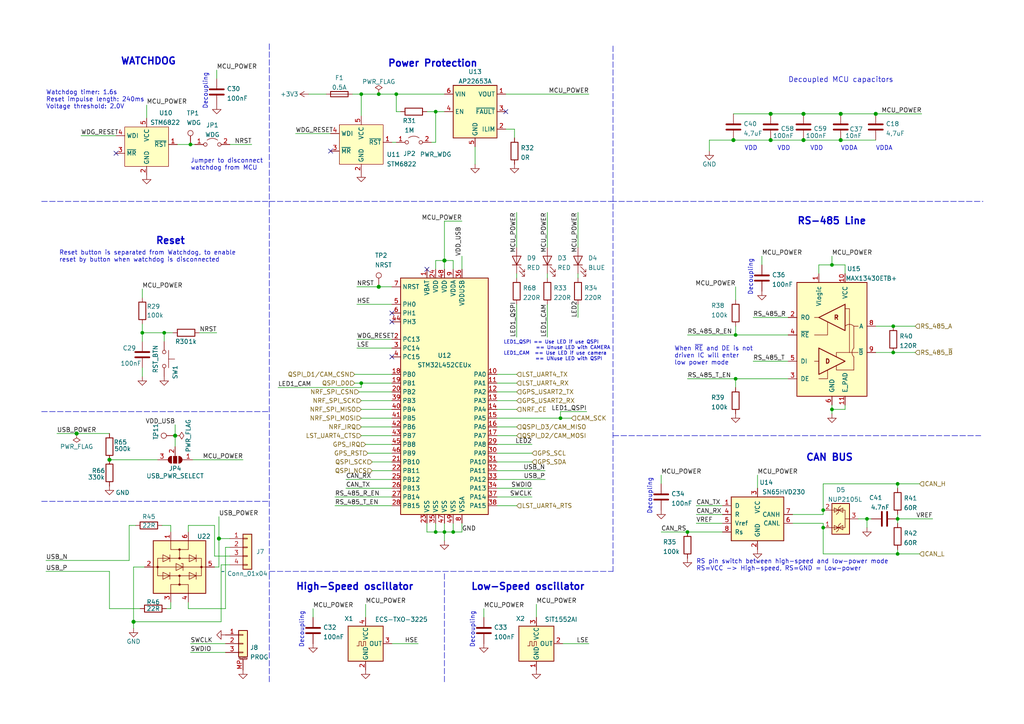
<source format=kicad_sch>
(kicad_sch (version 20211123) (generator eeschema)

  (uuid c99b1bac-5015-436e-be77-1f69903b02de)

  (paper "A4")

  (lib_symbols
    (symbol "Connector:TestPoint" (pin_numbers hide) (pin_names (offset 0.762) hide) (in_bom yes) (on_board yes)
      (property "Reference" "TP" (id 0) (at 0 6.858 0)
        (effects (font (size 1.27 1.27)))
      )
      (property "Value" "TestPoint" (id 1) (at 0 5.08 0)
        (effects (font (size 1.27 1.27)))
      )
      (property "Footprint" "" (id 2) (at 5.08 0 0)
        (effects (font (size 1.27 1.27)) hide)
      )
      (property "Datasheet" "~" (id 3) (at 5.08 0 0)
        (effects (font (size 1.27 1.27)) hide)
      )
      (property "ki_keywords" "test point tp" (id 4) (at 0 0 0)
        (effects (font (size 1.27 1.27)) hide)
      )
      (property "ki_description" "test point" (id 5) (at 0 0 0)
        (effects (font (size 1.27 1.27)) hide)
      )
      (property "ki_fp_filters" "Pin* Test*" (id 6) (at 0 0 0)
        (effects (font (size 1.27 1.27)) hide)
      )
      (symbol "TestPoint_0_1"
        (circle (center 0 3.302) (radius 0.762)
          (stroke (width 0) (type default) (color 0 0 0 0))
          (fill (type none))
        )
      )
      (symbol "TestPoint_1_1"
        (pin passive line (at 0 0 90) (length 2.54)
          (name "1" (effects (font (size 1.27 1.27))))
          (number "1" (effects (font (size 1.27 1.27))))
        )
      )
    )
    (symbol "Connector_Generic:Conn_01x04" (pin_names (offset 1.016) hide) (in_bom yes) (on_board yes)
      (property "Reference" "J" (id 0) (at 0 5.08 0)
        (effects (font (size 1.27 1.27)))
      )
      (property "Value" "Conn_01x04" (id 1) (at 0 -7.62 0)
        (effects (font (size 1.27 1.27)))
      )
      (property "Footprint" "" (id 2) (at 0 0 0)
        (effects (font (size 1.27 1.27)) hide)
      )
      (property "Datasheet" "~" (id 3) (at 0 0 0)
        (effects (font (size 1.27 1.27)) hide)
      )
      (property "ki_keywords" "connector" (id 4) (at 0 0 0)
        (effects (font (size 1.27 1.27)) hide)
      )
      (property "ki_description" "Generic connector, single row, 01x04, script generated (kicad-library-utils/schlib/autogen/connector/)" (id 5) (at 0 0 0)
        (effects (font (size 1.27 1.27)) hide)
      )
      (property "ki_fp_filters" "Connector*:*_1x??_*" (id 6) (at 0 0 0)
        (effects (font (size 1.27 1.27)) hide)
      )
      (symbol "Conn_01x04_1_1"
        (rectangle (start -1.27 -4.953) (end 0 -5.207)
          (stroke (width 0.1524) (type default) (color 0 0 0 0))
          (fill (type none))
        )
        (rectangle (start -1.27 -2.413) (end 0 -2.667)
          (stroke (width 0.1524) (type default) (color 0 0 0 0))
          (fill (type none))
        )
        (rectangle (start -1.27 0.127) (end 0 -0.127)
          (stroke (width 0.1524) (type default) (color 0 0 0 0))
          (fill (type none))
        )
        (rectangle (start -1.27 2.667) (end 0 2.413)
          (stroke (width 0.1524) (type default) (color 0 0 0 0))
          (fill (type none))
        )
        (rectangle (start -1.27 3.81) (end 1.27 -6.35)
          (stroke (width 0.254) (type default) (color 0 0 0 0))
          (fill (type background))
        )
        (pin passive line (at -5.08 2.54 0) (length 3.81)
          (name "Pin_1" (effects (font (size 1.27 1.27))))
          (number "1" (effects (font (size 1.27 1.27))))
        )
        (pin passive line (at -5.08 0 0) (length 3.81)
          (name "Pin_2" (effects (font (size 1.27 1.27))))
          (number "2" (effects (font (size 1.27 1.27))))
        )
        (pin passive line (at -5.08 -2.54 0) (length 3.81)
          (name "Pin_3" (effects (font (size 1.27 1.27))))
          (number "3" (effects (font (size 1.27 1.27))))
        )
        (pin passive line (at -5.08 -5.08 0) (length 3.81)
          (name "Pin_4" (effects (font (size 1.27 1.27))))
          (number "4" (effects (font (size 1.27 1.27))))
        )
      )
    )
    (symbol "Connector_Generic_MountingPin:Conn_01x03_MountingPin" (pin_names (offset 1.016) hide) (in_bom yes) (on_board yes)
      (property "Reference" "J" (id 0) (at 0 5.08 0)
        (effects (font (size 1.27 1.27)))
      )
      (property "Value" "Conn_01x03_MountingPin" (id 1) (at 1.27 -5.08 0)
        (effects (font (size 1.27 1.27)) (justify left))
      )
      (property "Footprint" "" (id 2) (at 0 0 0)
        (effects (font (size 1.27 1.27)) hide)
      )
      (property "Datasheet" "~" (id 3) (at 0 0 0)
        (effects (font (size 1.27 1.27)) hide)
      )
      (property "ki_keywords" "connector" (id 4) (at 0 0 0)
        (effects (font (size 1.27 1.27)) hide)
      )
      (property "ki_description" "Generic connectable mounting pin connector, single row, 01x03, script generated (kicad-library-utils/schlib/autogen/connector/)" (id 5) (at 0 0 0)
        (effects (font (size 1.27 1.27)) hide)
      )
      (property "ki_fp_filters" "Connector*:*_1x??-1MP*" (id 6) (at 0 0 0)
        (effects (font (size 1.27 1.27)) hide)
      )
      (symbol "Conn_01x03_MountingPin_1_1"
        (rectangle (start -1.27 -2.413) (end 0 -2.667)
          (stroke (width 0.1524) (type default) (color 0 0 0 0))
          (fill (type none))
        )
        (rectangle (start -1.27 0.127) (end 0 -0.127)
          (stroke (width 0.1524) (type default) (color 0 0 0 0))
          (fill (type none))
        )
        (rectangle (start -1.27 2.667) (end 0 2.413)
          (stroke (width 0.1524) (type default) (color 0 0 0 0))
          (fill (type none))
        )
        (rectangle (start -1.27 3.81) (end 1.27 -3.81)
          (stroke (width 0.254) (type default) (color 0 0 0 0))
          (fill (type background))
        )
        (polyline
          (pts
            (xy -1.016 -4.572)
            (xy 1.016 -4.572)
          )
          (stroke (width 0.1524) (type default) (color 0 0 0 0))
          (fill (type none))
        )
        (text "Mounting" (at 0 -4.191 0)
          (effects (font (size 0.381 0.381)))
        )
        (pin passive line (at -5.08 2.54 0) (length 3.81)
          (name "Pin_1" (effects (font (size 1.27 1.27))))
          (number "1" (effects (font (size 1.27 1.27))))
        )
        (pin passive line (at -5.08 0 0) (length 3.81)
          (name "Pin_2" (effects (font (size 1.27 1.27))))
          (number "2" (effects (font (size 1.27 1.27))))
        )
        (pin passive line (at -5.08 -2.54 0) (length 3.81)
          (name "Pin_3" (effects (font (size 1.27 1.27))))
          (number "3" (effects (font (size 1.27 1.27))))
        )
        (pin passive line (at 0 -7.62 90) (length 3.048)
          (name "MountPin" (effects (font (size 1.27 1.27))))
          (number "MP" (effects (font (size 1.27 1.27))))
        )
      )
    )
    (symbol "Device:C" (pin_numbers hide) (pin_names (offset 0.254)) (in_bom yes) (on_board yes)
      (property "Reference" "C" (id 0) (at 0.635 2.54 0)
        (effects (font (size 1.27 1.27)) (justify left))
      )
      (property "Value" "C" (id 1) (at 0.635 -2.54 0)
        (effects (font (size 1.27 1.27)) (justify left))
      )
      (property "Footprint" "" (id 2) (at 0.9652 -3.81 0)
        (effects (font (size 1.27 1.27)) hide)
      )
      (property "Datasheet" "~" (id 3) (at 0 0 0)
        (effects (font (size 1.27 1.27)) hide)
      )
      (property "ki_keywords" "cap capacitor" (id 4) (at 0 0 0)
        (effects (font (size 1.27 1.27)) hide)
      )
      (property "ki_description" "Unpolarized capacitor" (id 5) (at 0 0 0)
        (effects (font (size 1.27 1.27)) hide)
      )
      (property "ki_fp_filters" "C_*" (id 6) (at 0 0 0)
        (effects (font (size 1.27 1.27)) hide)
      )
      (symbol "C_0_1"
        (polyline
          (pts
            (xy -2.032 -0.762)
            (xy 2.032 -0.762)
          )
          (stroke (width 0.508) (type default) (color 0 0 0 0))
          (fill (type none))
        )
        (polyline
          (pts
            (xy -2.032 0.762)
            (xy 2.032 0.762)
          )
          (stroke (width 0.508) (type default) (color 0 0 0 0))
          (fill (type none))
        )
      )
      (symbol "C_1_1"
        (pin passive line (at 0 3.81 270) (length 2.794)
          (name "~" (effects (font (size 1.27 1.27))))
          (number "1" (effects (font (size 1.27 1.27))))
        )
        (pin passive line (at 0 -3.81 90) (length 2.794)
          (name "~" (effects (font (size 1.27 1.27))))
          (number "2" (effects (font (size 1.27 1.27))))
        )
      )
    )
    (symbol "Device:Fuse" (pin_numbers hide) (pin_names (offset 0)) (in_bom yes) (on_board yes)
      (property "Reference" "F" (id 0) (at 2.032 0 90)
        (effects (font (size 1.27 1.27)))
      )
      (property "Value" "Fuse" (id 1) (at -1.905 0 90)
        (effects (font (size 1.27 1.27)))
      )
      (property "Footprint" "" (id 2) (at -1.778 0 90)
        (effects (font (size 1.27 1.27)) hide)
      )
      (property "Datasheet" "~" (id 3) (at 0 0 0)
        (effects (font (size 1.27 1.27)) hide)
      )
      (property "ki_keywords" "fuse" (id 4) (at 0 0 0)
        (effects (font (size 1.27 1.27)) hide)
      )
      (property "ki_description" "Fuse" (id 5) (at 0 0 0)
        (effects (font (size 1.27 1.27)) hide)
      )
      (property "ki_fp_filters" "*Fuse*" (id 6) (at 0 0 0)
        (effects (font (size 1.27 1.27)) hide)
      )
      (symbol "Fuse_0_1"
        (rectangle (start -0.762 -2.54) (end 0.762 2.54)
          (stroke (width 0.254) (type default) (color 0 0 0 0))
          (fill (type none))
        )
        (polyline
          (pts
            (xy 0 2.54)
            (xy 0 -2.54)
          )
          (stroke (width 0) (type default) (color 0 0 0 0))
          (fill (type none))
        )
      )
      (symbol "Fuse_1_1"
        (pin passive line (at 0 3.81 270) (length 1.27)
          (name "~" (effects (font (size 1.27 1.27))))
          (number "1" (effects (font (size 1.27 1.27))))
        )
        (pin passive line (at 0 -3.81 90) (length 1.27)
          (name "~" (effects (font (size 1.27 1.27))))
          (number "2" (effects (font (size 1.27 1.27))))
        )
      )
    )
    (symbol "Device:LED" (pin_numbers hide) (pin_names (offset 1.016) hide) (in_bom yes) (on_board yes)
      (property "Reference" "D" (id 0) (at 0 2.54 0)
        (effects (font (size 1.27 1.27)))
      )
      (property "Value" "LED" (id 1) (at 0 -2.54 0)
        (effects (font (size 1.27 1.27)))
      )
      (property "Footprint" "" (id 2) (at 0 0 0)
        (effects (font (size 1.27 1.27)) hide)
      )
      (property "Datasheet" "~" (id 3) (at 0 0 0)
        (effects (font (size 1.27 1.27)) hide)
      )
      (property "ki_keywords" "LED diode" (id 4) (at 0 0 0)
        (effects (font (size 1.27 1.27)) hide)
      )
      (property "ki_description" "Light emitting diode" (id 5) (at 0 0 0)
        (effects (font (size 1.27 1.27)) hide)
      )
      (property "ki_fp_filters" "LED* LED_SMD:* LED_THT:*" (id 6) (at 0 0 0)
        (effects (font (size 1.27 1.27)) hide)
      )
      (symbol "LED_0_1"
        (polyline
          (pts
            (xy -1.27 -1.27)
            (xy -1.27 1.27)
          )
          (stroke (width 0.2032) (type default) (color 0 0 0 0))
          (fill (type none))
        )
        (polyline
          (pts
            (xy -1.27 0)
            (xy 1.27 0)
          )
          (stroke (width 0) (type default) (color 0 0 0 0))
          (fill (type none))
        )
        (polyline
          (pts
            (xy 1.27 -1.27)
            (xy 1.27 1.27)
            (xy -1.27 0)
            (xy 1.27 -1.27)
          )
          (stroke (width 0.2032) (type default) (color 0 0 0 0))
          (fill (type none))
        )
        (polyline
          (pts
            (xy -3.048 -0.762)
            (xy -4.572 -2.286)
            (xy -3.81 -2.286)
            (xy -4.572 -2.286)
            (xy -4.572 -1.524)
          )
          (stroke (width 0) (type default) (color 0 0 0 0))
          (fill (type none))
        )
        (polyline
          (pts
            (xy -1.778 -0.762)
            (xy -3.302 -2.286)
            (xy -2.54 -2.286)
            (xy -3.302 -2.286)
            (xy -3.302 -1.524)
          )
          (stroke (width 0) (type default) (color 0 0 0 0))
          (fill (type none))
        )
      )
      (symbol "LED_1_1"
        (pin passive line (at -3.81 0 0) (length 2.54)
          (name "K" (effects (font (size 1.27 1.27))))
          (number "1" (effects (font (size 1.27 1.27))))
        )
        (pin passive line (at 3.81 0 180) (length 2.54)
          (name "A" (effects (font (size 1.27 1.27))))
          (number "2" (effects (font (size 1.27 1.27))))
        )
      )
    )
    (symbol "Device:R" (pin_numbers hide) (pin_names (offset 0)) (in_bom yes) (on_board yes)
      (property "Reference" "R" (id 0) (at 2.032 0 90)
        (effects (font (size 1.27 1.27)))
      )
      (property "Value" "R" (id 1) (at 0 0 90)
        (effects (font (size 1.27 1.27)))
      )
      (property "Footprint" "" (id 2) (at -1.778 0 90)
        (effects (font (size 1.27 1.27)) hide)
      )
      (property "Datasheet" "~" (id 3) (at 0 0 0)
        (effects (font (size 1.27 1.27)) hide)
      )
      (property "ki_keywords" "R res resistor" (id 4) (at 0 0 0)
        (effects (font (size 1.27 1.27)) hide)
      )
      (property "ki_description" "Resistor" (id 5) (at 0 0 0)
        (effects (font (size 1.27 1.27)) hide)
      )
      (property "ki_fp_filters" "R_*" (id 6) (at 0 0 0)
        (effects (font (size 1.27 1.27)) hide)
      )
      (symbol "R_0_1"
        (rectangle (start -1.016 -2.54) (end 1.016 2.54)
          (stroke (width 0.254) (type default) (color 0 0 0 0))
          (fill (type none))
        )
      )
      (symbol "R_1_1"
        (pin passive line (at 0 3.81 270) (length 1.27)
          (name "~" (effects (font (size 1.27 1.27))))
          (number "1" (effects (font (size 1.27 1.27))))
        )
        (pin passive line (at 0 -3.81 90) (length 1.27)
          (name "~" (effects (font (size 1.27 1.27))))
          (number "2" (effects (font (size 1.27 1.27))))
        )
      )
    )
    (symbol "Interface_CAN_LIN:SN65HVD230" (pin_names (offset 1.016)) (in_bom yes) (on_board yes)
      (property "Reference" "U" (id 0) (at -2.54 10.16 0)
        (effects (font (size 1.27 1.27)) (justify right))
      )
      (property "Value" "SN65HVD230" (id 1) (at -2.54 7.62 0)
        (effects (font (size 1.27 1.27)) (justify right))
      )
      (property "Footprint" "Package_SO:SOIC-8_3.9x4.9mm_P1.27mm" (id 2) (at 0 -12.7 0)
        (effects (font (size 1.27 1.27)) hide)
      )
      (property "Datasheet" "http://www.ti.com/lit/ds/symlink/sn65hvd230.pdf" (id 3) (at -2.54 10.16 0)
        (effects (font (size 1.27 1.27)) hide)
      )
      (property "ki_keywords" "can transeiver ti low-power" (id 4) (at 0 0 0)
        (effects (font (size 1.27 1.27)) hide)
      )
      (property "ki_description" "CAN Bus Transceivers, 3.3V, 1Mbps, Low-Power capabilities, SOIC-8" (id 5) (at 0 0 0)
        (effects (font (size 1.27 1.27)) hide)
      )
      (property "ki_fp_filters" "SOIC*3.9x4.9mm*P1.27mm*" (id 6) (at 0 0 0)
        (effects (font (size 1.27 1.27)) hide)
      )
      (symbol "SN65HVD230_0_1"
        (rectangle (start -7.62 5.08) (end 7.62 -7.62)
          (stroke (width 0.254) (type default) (color 0 0 0 0))
          (fill (type background))
        )
      )
      (symbol "SN65HVD230_1_1"
        (pin input line (at -10.16 2.54 0) (length 2.54)
          (name "D" (effects (font (size 1.27 1.27))))
          (number "1" (effects (font (size 1.27 1.27))))
        )
        (pin power_in line (at 0 -10.16 90) (length 2.54)
          (name "GND" (effects (font (size 1.27 1.27))))
          (number "2" (effects (font (size 1.27 1.27))))
        )
        (pin power_in line (at 0 7.62 270) (length 2.54)
          (name "VCC" (effects (font (size 1.27 1.27))))
          (number "3" (effects (font (size 1.27 1.27))))
        )
        (pin output line (at -10.16 0 0) (length 2.54)
          (name "R" (effects (font (size 1.27 1.27))))
          (number "4" (effects (font (size 1.27 1.27))))
        )
        (pin output line (at -10.16 -2.54 0) (length 2.54)
          (name "Vref" (effects (font (size 1.27 1.27))))
          (number "5" (effects (font (size 1.27 1.27))))
        )
        (pin bidirectional line (at 10.16 -2.54 180) (length 2.54)
          (name "CANL" (effects (font (size 1.27 1.27))))
          (number "6" (effects (font (size 1.27 1.27))))
        )
        (pin bidirectional line (at 10.16 0 180) (length 2.54)
          (name "CANH" (effects (font (size 1.27 1.27))))
          (number "7" (effects (font (size 1.27 1.27))))
        )
        (pin input line (at -10.16 -5.08 0) (length 2.54)
          (name "Rs" (effects (font (size 1.27 1.27))))
          (number "8" (effects (font (size 1.27 1.27))))
        )
      )
    )
    (symbol "Jumper:Jumper_2_Open" (pin_names (offset 0) hide) (in_bom yes) (on_board yes)
      (property "Reference" "JP" (id 0) (at 0 2.794 0)
        (effects (font (size 1.27 1.27)))
      )
      (property "Value" "Jumper_2_Open" (id 1) (at 0 -2.286 0)
        (effects (font (size 1.27 1.27)))
      )
      (property "Footprint" "" (id 2) (at 0 0 0)
        (effects (font (size 1.27 1.27)) hide)
      )
      (property "Datasheet" "~" (id 3) (at 0 0 0)
        (effects (font (size 1.27 1.27)) hide)
      )
      (property "ki_keywords" "Jumper SPST" (id 4) (at 0 0 0)
        (effects (font (size 1.27 1.27)) hide)
      )
      (property "ki_description" "Jumper, 2-pole, open" (id 5) (at 0 0 0)
        (effects (font (size 1.27 1.27)) hide)
      )
      (property "ki_fp_filters" "Jumper* TestPoint*2Pads* TestPoint*Bridge*" (id 6) (at 0 0 0)
        (effects (font (size 1.27 1.27)) hide)
      )
      (symbol "Jumper_2_Open_0_0"
        (circle (center -2.032 0) (radius 0.508)
          (stroke (width 0) (type default) (color 0 0 0 0))
          (fill (type none))
        )
        (circle (center 2.032 0) (radius 0.508)
          (stroke (width 0) (type default) (color 0 0 0 0))
          (fill (type none))
        )
      )
      (symbol "Jumper_2_Open_0_1"
        (arc (start 1.524 1.27) (mid 0 1.778) (end -1.524 1.27)
          (stroke (width 0) (type default) (color 0 0 0 0))
          (fill (type none))
        )
      )
      (symbol "Jumper_2_Open_1_1"
        (pin passive line (at -5.08 0 0) (length 2.54)
          (name "A" (effects (font (size 1.27 1.27))))
          (number "1" (effects (font (size 1.27 1.27))))
        )
        (pin passive line (at 5.08 0 180) (length 2.54)
          (name "B" (effects (font (size 1.27 1.27))))
          (number "2" (effects (font (size 1.27 1.27))))
        )
      )
    )
    (symbol "Jumper:SolderJumper_3_Open" (pin_names (offset 0) hide) (in_bom yes) (on_board yes)
      (property "Reference" "JP" (id 0) (at -2.54 -2.54 0)
        (effects (font (size 1.27 1.27)))
      )
      (property "Value" "SolderJumper_3_Open" (id 1) (at 0 2.794 0)
        (effects (font (size 1.27 1.27)))
      )
      (property "Footprint" "" (id 2) (at 0 0 0)
        (effects (font (size 1.27 1.27)) hide)
      )
      (property "Datasheet" "~" (id 3) (at 0 0 0)
        (effects (font (size 1.27 1.27)) hide)
      )
      (property "ki_keywords" "Solder Jumper SPDT" (id 4) (at 0 0 0)
        (effects (font (size 1.27 1.27)) hide)
      )
      (property "ki_description" "Solder Jumper, 3-pole, open" (id 5) (at 0 0 0)
        (effects (font (size 1.27 1.27)) hide)
      )
      (property "ki_fp_filters" "SolderJumper*Open*" (id 6) (at 0 0 0)
        (effects (font (size 1.27 1.27)) hide)
      )
      (symbol "SolderJumper_3_Open_0_1"
        (arc (start -1.016 1.016) (mid -2.032 0) (end -1.016 -1.016)
          (stroke (width 0) (type default) (color 0 0 0 0))
          (fill (type none))
        )
        (arc (start -1.016 1.016) (mid -2.032 0) (end -1.016 -1.016)
          (stroke (width 0) (type default) (color 0 0 0 0))
          (fill (type outline))
        )
        (rectangle (start -0.508 1.016) (end 0.508 -1.016)
          (stroke (width 0) (type default) (color 0 0 0 0))
          (fill (type outline))
        )
        (polyline
          (pts
            (xy -2.54 0)
            (xy -2.032 0)
          )
          (stroke (width 0) (type default) (color 0 0 0 0))
          (fill (type none))
        )
        (polyline
          (pts
            (xy -1.016 1.016)
            (xy -1.016 -1.016)
          )
          (stroke (width 0) (type default) (color 0 0 0 0))
          (fill (type none))
        )
        (polyline
          (pts
            (xy 0 -1.27)
            (xy 0 -1.016)
          )
          (stroke (width 0) (type default) (color 0 0 0 0))
          (fill (type none))
        )
        (polyline
          (pts
            (xy 1.016 1.016)
            (xy 1.016 -1.016)
          )
          (stroke (width 0) (type default) (color 0 0 0 0))
          (fill (type none))
        )
        (polyline
          (pts
            (xy 2.54 0)
            (xy 2.032 0)
          )
          (stroke (width 0) (type default) (color 0 0 0 0))
          (fill (type none))
        )
        (arc (start 1.016 -1.016) (mid 2.032 0) (end 1.016 1.016)
          (stroke (width 0) (type default) (color 0 0 0 0))
          (fill (type none))
        )
        (arc (start 1.016 -1.016) (mid 2.032 0) (end 1.016 1.016)
          (stroke (width 0) (type default) (color 0 0 0 0))
          (fill (type outline))
        )
      )
      (symbol "SolderJumper_3_Open_1_1"
        (pin passive line (at -5.08 0 0) (length 2.54)
          (name "A" (effects (font (size 1.27 1.27))))
          (number "1" (effects (font (size 1.27 1.27))))
        )
        (pin input line (at 0 -3.81 90) (length 2.54)
          (name "C" (effects (font (size 1.27 1.27))))
          (number "2" (effects (font (size 1.27 1.27))))
        )
        (pin passive line (at 5.08 0 180) (length 2.54)
          (name "B" (effects (font (size 1.27 1.27))))
          (number "3" (effects (font (size 1.27 1.27))))
        )
      )
    )
    (symbol "MCU_ST_STM32L4:STM32L452CEUx" (in_bom yes) (on_board yes)
      (property "Reference" "U" (id 0) (at -12.7 34.29 0)
        (effects (font (size 1.27 1.27)) (justify left))
      )
      (property "Value" "STM32L452CEUx" (id 1) (at 7.62 34.29 0)
        (effects (font (size 1.27 1.27)) (justify left))
      )
      (property "Footprint" "Package_DFN_QFN:QFN-48-1EP_7x7mm_P0.5mm_EP5.6x5.6mm" (id 2) (at -12.7 -35.56 0)
        (effects (font (size 1.27 1.27)) (justify right) hide)
      )
      (property "Datasheet" "http://www.st.com/st-web-ui/static/active/en/resource/technical/document/datasheet/DM00340549.pdf" (id 3) (at 0 0 0)
        (effects (font (size 1.27 1.27)) hide)
      )
      (property "ki_keywords" "ARM Cortex-M4 STM32L4 STM32L4x2" (id 4) (at 0 0 0)
        (effects (font (size 1.27 1.27)) hide)
      )
      (property "ki_description" "ARM Cortex-M4 MCU, 512KB flash, 160KB RAM, 80MHz, 1.71-3.6V, 38 GPIO, UFQFPN-48" (id 5) (at 0 0 0)
        (effects (font (size 1.27 1.27)) hide)
      )
      (property "ki_fp_filters" "QFN*1EP*7x7mm*P0.5mm*" (id 6) (at 0 0 0)
        (effects (font (size 1.27 1.27)) hide)
      )
      (symbol "STM32L452CEUx_0_1"
        (rectangle (start -12.7 -35.56) (end 12.7 33.02)
          (stroke (width 0.254) (type default) (color 0 0 0 0))
          (fill (type background))
        )
      )
      (symbol "STM32L452CEUx_1_1"
        (pin power_in line (at -5.08 35.56 270) (length 2.54)
          (name "VBAT" (effects (font (size 1.27 1.27))))
          (number "1" (effects (font (size 1.27 1.27))))
        )
        (pin bidirectional line (at 15.24 5.08 180) (length 2.54)
          (name "PA0" (effects (font (size 1.27 1.27))))
          (number "10" (effects (font (size 1.27 1.27))))
        )
        (pin bidirectional line (at 15.24 2.54 180) (length 2.54)
          (name "PA1" (effects (font (size 1.27 1.27))))
          (number "11" (effects (font (size 1.27 1.27))))
        )
        (pin bidirectional line (at 15.24 0 180) (length 2.54)
          (name "PA2" (effects (font (size 1.27 1.27))))
          (number "12" (effects (font (size 1.27 1.27))))
        )
        (pin bidirectional line (at 15.24 -2.54 180) (length 2.54)
          (name "PA3" (effects (font (size 1.27 1.27))))
          (number "13" (effects (font (size 1.27 1.27))))
        )
        (pin bidirectional line (at 15.24 -5.08 180) (length 2.54)
          (name "PA4" (effects (font (size 1.27 1.27))))
          (number "14" (effects (font (size 1.27 1.27))))
        )
        (pin bidirectional line (at 15.24 -7.62 180) (length 2.54)
          (name "PA5" (effects (font (size 1.27 1.27))))
          (number "15" (effects (font (size 1.27 1.27))))
        )
        (pin bidirectional line (at 15.24 -10.16 180) (length 2.54)
          (name "PA6" (effects (font (size 1.27 1.27))))
          (number "16" (effects (font (size 1.27 1.27))))
        )
        (pin bidirectional line (at 15.24 -12.7 180) (length 2.54)
          (name "PA7" (effects (font (size 1.27 1.27))))
          (number "17" (effects (font (size 1.27 1.27))))
        )
        (pin bidirectional line (at -15.24 5.08 0) (length 2.54)
          (name "PB0" (effects (font (size 1.27 1.27))))
          (number "18" (effects (font (size 1.27 1.27))))
        )
        (pin bidirectional line (at -15.24 2.54 0) (length 2.54)
          (name "PB1" (effects (font (size 1.27 1.27))))
          (number "19" (effects (font (size 1.27 1.27))))
        )
        (pin bidirectional line (at -15.24 15.24 0) (length 2.54)
          (name "PC13" (effects (font (size 1.27 1.27))))
          (number "2" (effects (font (size 1.27 1.27))))
        )
        (pin bidirectional line (at -15.24 0 0) (length 2.54)
          (name "PB2" (effects (font (size 1.27 1.27))))
          (number "20" (effects (font (size 1.27 1.27))))
        )
        (pin bidirectional line (at -15.24 -20.32 0) (length 2.54)
          (name "PB10" (effects (font (size 1.27 1.27))))
          (number "21" (effects (font (size 1.27 1.27))))
        )
        (pin bidirectional line (at -15.24 -22.86 0) (length 2.54)
          (name "PB11" (effects (font (size 1.27 1.27))))
          (number "22" (effects (font (size 1.27 1.27))))
        )
        (pin power_in line (at -5.08 -38.1 90) (length 2.54)
          (name "VSS" (effects (font (size 1.27 1.27))))
          (number "23" (effects (font (size 1.27 1.27))))
        )
        (pin power_in line (at -2.54 35.56 270) (length 2.54)
          (name "VDD" (effects (font (size 1.27 1.27))))
          (number "24" (effects (font (size 1.27 1.27))))
        )
        (pin bidirectional line (at -15.24 -25.4 0) (length 2.54)
          (name "PB12" (effects (font (size 1.27 1.27))))
          (number "25" (effects (font (size 1.27 1.27))))
        )
        (pin bidirectional line (at -15.24 -27.94 0) (length 2.54)
          (name "PB13" (effects (font (size 1.27 1.27))))
          (number "26" (effects (font (size 1.27 1.27))))
        )
        (pin bidirectional line (at -15.24 -30.48 0) (length 2.54)
          (name "PB14" (effects (font (size 1.27 1.27))))
          (number "27" (effects (font (size 1.27 1.27))))
        )
        (pin bidirectional line (at -15.24 -33.02 0) (length 2.54)
          (name "PB15" (effects (font (size 1.27 1.27))))
          (number "28" (effects (font (size 1.27 1.27))))
        )
        (pin bidirectional line (at 15.24 -15.24 180) (length 2.54)
          (name "PA8" (effects (font (size 1.27 1.27))))
          (number "29" (effects (font (size 1.27 1.27))))
        )
        (pin bidirectional line (at -15.24 12.7 0) (length 2.54)
          (name "PC14" (effects (font (size 1.27 1.27))))
          (number "3" (effects (font (size 1.27 1.27))))
        )
        (pin bidirectional line (at 15.24 -17.78 180) (length 2.54)
          (name "PA9" (effects (font (size 1.27 1.27))))
          (number "30" (effects (font (size 1.27 1.27))))
        )
        (pin bidirectional line (at 15.24 -20.32 180) (length 2.54)
          (name "PA10" (effects (font (size 1.27 1.27))))
          (number "31" (effects (font (size 1.27 1.27))))
        )
        (pin bidirectional line (at 15.24 -22.86 180) (length 2.54)
          (name "PA11" (effects (font (size 1.27 1.27))))
          (number "32" (effects (font (size 1.27 1.27))))
        )
        (pin bidirectional line (at 15.24 -25.4 180) (length 2.54)
          (name "PA12" (effects (font (size 1.27 1.27))))
          (number "33" (effects (font (size 1.27 1.27))))
        )
        (pin bidirectional line (at 15.24 -27.94 180) (length 2.54)
          (name "PA13" (effects (font (size 1.27 1.27))))
          (number "34" (effects (font (size 1.27 1.27))))
        )
        (pin power_in line (at -2.54 -38.1 90) (length 2.54)
          (name "VSS" (effects (font (size 1.27 1.27))))
          (number "35" (effects (font (size 1.27 1.27))))
        )
        (pin power_in line (at 5.08 35.56 270) (length 2.54)
          (name "VDDUSB" (effects (font (size 1.27 1.27))))
          (number "36" (effects (font (size 1.27 1.27))))
        )
        (pin bidirectional line (at 15.24 -30.48 180) (length 2.54)
          (name "PA14" (effects (font (size 1.27 1.27))))
          (number "37" (effects (font (size 1.27 1.27))))
        )
        (pin bidirectional line (at 15.24 -33.02 180) (length 2.54)
          (name "PA15" (effects (font (size 1.27 1.27))))
          (number "38" (effects (font (size 1.27 1.27))))
        )
        (pin bidirectional line (at -15.24 -2.54 0) (length 2.54)
          (name "PB3" (effects (font (size 1.27 1.27))))
          (number "39" (effects (font (size 1.27 1.27))))
        )
        (pin bidirectional line (at -15.24 10.16 0) (length 2.54)
          (name "PC15" (effects (font (size 1.27 1.27))))
          (number "4" (effects (font (size 1.27 1.27))))
        )
        (pin bidirectional line (at -15.24 -5.08 0) (length 2.54)
          (name "PB4" (effects (font (size 1.27 1.27))))
          (number "40" (effects (font (size 1.27 1.27))))
        )
        (pin bidirectional line (at -15.24 -7.62 0) (length 2.54)
          (name "PB5" (effects (font (size 1.27 1.27))))
          (number "41" (effects (font (size 1.27 1.27))))
        )
        (pin bidirectional line (at -15.24 -10.16 0) (length 2.54)
          (name "PB6" (effects (font (size 1.27 1.27))))
          (number "42" (effects (font (size 1.27 1.27))))
        )
        (pin bidirectional line (at -15.24 -12.7 0) (length 2.54)
          (name "PB7" (effects (font (size 1.27 1.27))))
          (number "43" (effects (font (size 1.27 1.27))))
        )
        (pin bidirectional line (at -15.24 20.32 0) (length 2.54)
          (name "PH3" (effects (font (size 1.27 1.27))))
          (number "44" (effects (font (size 1.27 1.27))))
        )
        (pin bidirectional line (at -15.24 -15.24 0) (length 2.54)
          (name "PB8" (effects (font (size 1.27 1.27))))
          (number "45" (effects (font (size 1.27 1.27))))
        )
        (pin bidirectional line (at -15.24 -17.78 0) (length 2.54)
          (name "PB9" (effects (font (size 1.27 1.27))))
          (number "46" (effects (font (size 1.27 1.27))))
        )
        (pin power_in line (at 0 -38.1 90) (length 2.54)
          (name "VSS" (effects (font (size 1.27 1.27))))
          (number "47" (effects (font (size 1.27 1.27))))
        )
        (pin power_in line (at 0 35.56 270) (length 2.54)
          (name "VDD" (effects (font (size 1.27 1.27))))
          (number "48" (effects (font (size 1.27 1.27))))
        )
        (pin power_in line (at 2.54 -38.1 90) (length 2.54)
          (name "VSS" (effects (font (size 1.27 1.27))))
          (number "49" (effects (font (size 1.27 1.27))))
        )
        (pin input line (at -15.24 25.4 0) (length 2.54)
          (name "PH0" (effects (font (size 1.27 1.27))))
          (number "5" (effects (font (size 1.27 1.27))))
        )
        (pin input line (at -15.24 22.86 0) (length 2.54)
          (name "PH1" (effects (font (size 1.27 1.27))))
          (number "6" (effects (font (size 1.27 1.27))))
        )
        (pin input line (at -15.24 30.48 0) (length 2.54)
          (name "NRST" (effects (font (size 1.27 1.27))))
          (number "7" (effects (font (size 1.27 1.27))))
        )
        (pin power_in line (at 5.08 -38.1 90) (length 2.54)
          (name "VSSA" (effects (font (size 1.27 1.27))))
          (number "8" (effects (font (size 1.27 1.27))))
        )
        (pin power_in line (at 2.54 35.56 270) (length 2.54)
          (name "VDDA" (effects (font (size 1.27 1.27))))
          (number "9" (effects (font (size 1.27 1.27))))
        )
      )
    )
    (symbol "Power_Protection:NUP2105L" (pin_names hide) (in_bom yes) (on_board yes)
      (property "Reference" "D" (id 0) (at 5.715 2.54 0)
        (effects (font (size 1.27 1.27)) (justify left))
      )
      (property "Value" "NUP2105L" (id 1) (at 5.715 0.635 0)
        (effects (font (size 1.27 1.27)) (justify left))
      )
      (property "Footprint" "Package_TO_SOT_SMD:SOT-23" (id 2) (at 5.715 -1.27 0)
        (effects (font (size 1.27 1.27)) (justify left) hide)
      )
      (property "Datasheet" "http://www.onsemi.com/pub_link/Collateral/NUP2105L-D.PDF" (id 3) (at 3.175 3.175 0)
        (effects (font (size 1.27 1.27)) hide)
      )
      (property "ki_keywords" "can esd protection suppression transient" (id 4) (at 0 0 0)
        (effects (font (size 1.27 1.27)) hide)
      )
      (property "ki_description" "Dual Line CAN Bus Protector, 24Vrwm" (id 5) (at 0 0 0)
        (effects (font (size 1.27 1.27)) hide)
      )
      (property "ki_fp_filters" "SOT?23*" (id 6) (at 0 0 0)
        (effects (font (size 1.27 1.27)) hide)
      )
      (symbol "NUP2105L_0_0"
        (pin passive line (at 0 -5.08 90) (length 2.54)
          (name "A" (effects (font (size 1.27 1.27))))
          (number "3" (effects (font (size 1.27 1.27))))
        )
      )
      (symbol "NUP2105L_0_1"
        (rectangle (start -4.445 2.54) (end 4.445 -2.54)
          (stroke (width 0.254) (type default) (color 0 0 0 0))
          (fill (type background))
        )
        (polyline
          (pts
            (xy -2.54 2.54)
            (xy -2.54 0.635)
          )
          (stroke (width 0) (type default) (color 0 0 0 0))
          (fill (type none))
        )
        (polyline
          (pts
            (xy 0 -1.27)
            (xy 0 -2.54)
          )
          (stroke (width 0) (type default) (color 0 0 0 0))
          (fill (type none))
        )
        (polyline
          (pts
            (xy 2.54 2.54)
            (xy 2.54 0.635)
          )
          (stroke (width 0) (type default) (color 0 0 0 0))
          (fill (type none))
        )
        (polyline
          (pts
            (xy -3.81 1.27)
            (xy -3.175 0.635)
            (xy -1.905 0.635)
            (xy -1.27 0)
          )
          (stroke (width 0) (type default) (color 0 0 0 0))
          (fill (type none))
        )
        (polyline
          (pts
            (xy -2.54 0.635)
            (xy -2.54 -1.27)
            (xy 2.54 -1.27)
            (xy 2.54 0.635)
          )
          (stroke (width 0) (type default) (color 0 0 0 0))
          (fill (type none))
        )
        (polyline
          (pts
            (xy -2.54 0.635)
            (xy -1.905 -0.635)
            (xy -3.175 -0.635)
            (xy -2.54 0.635)
          )
          (stroke (width 0) (type default) (color 0 0 0 0))
          (fill (type none))
        )
        (polyline
          (pts
            (xy 2.54 0.635)
            (xy 1.905 -0.635)
            (xy 3.175 -0.635)
            (xy 2.54 0.635)
          )
          (stroke (width 0) (type default) (color 0 0 0 0))
          (fill (type none))
        )
        (polyline
          (pts
            (xy 2.54 0.635)
            (xy 3.175 1.905)
            (xy 1.905 1.905)
            (xy 2.54 0.635)
          )
          (stroke (width 0) (type default) (color 0 0 0 0))
          (fill (type none))
        )
        (polyline
          (pts
            (xy -2.54 0.635)
            (xy -3.175 1.905)
            (xy -1.905 1.905)
            (xy -2.54 0.635)
            (xy -2.54 1.27)
          )
          (stroke (width 0) (type default) (color 0 0 0 0))
          (fill (type none))
        )
        (polyline
          (pts
            (xy 1.27 1.27)
            (xy 1.905 0.635)
            (xy 2.54 0.635)
            (xy 3.175 0.635)
            (xy 3.81 0)
          )
          (stroke (width 0) (type default) (color 0 0 0 0))
          (fill (type none))
        )
      )
      (symbol "NUP2105L_1_1"
        (pin passive line (at -2.54 5.08 270) (length 2.54)
          (name "K" (effects (font (size 1.27 1.27))))
          (number "1" (effects (font (size 1.27 1.27))))
        )
        (pin passive line (at 2.54 5.08 270) (length 2.54)
          (name "K" (effects (font (size 1.27 1.27))))
          (number "2" (effects (font (size 1.27 1.27))))
        )
      )
    )
    (symbol "Power_Protection:USBLC6-2P6" (pin_names hide) (in_bom yes) (on_board yes)
      (property "Reference" "U" (id 0) (at 2.54 8.89 0)
        (effects (font (size 1.27 1.27)) (justify left))
      )
      (property "Value" "USBLC6-2P6" (id 1) (at 2.54 -8.89 0)
        (effects (font (size 1.27 1.27)) (justify left))
      )
      (property "Footprint" "Package_TO_SOT_SMD:SOT-666" (id 2) (at 0 -12.7 0)
        (effects (font (size 1.27 1.27)) hide)
      )
      (property "Datasheet" "https://www.st.com/resource/en/datasheet/usblc6-2.pdf" (id 3) (at 5.08 8.89 0)
        (effects (font (size 1.27 1.27)) hide)
      )
      (property "ki_keywords" "usb ethernet video" (id 4) (at 0 0 0)
        (effects (font (size 1.27 1.27)) hide)
      )
      (property "ki_description" "Very low capacitance ESD protection diode, 2 data-line, SOT-666" (id 5) (at 0 0 0)
        (effects (font (size 1.27 1.27)) hide)
      )
      (property "ki_fp_filters" "SOT?666*" (id 6) (at 0 0 0)
        (effects (font (size 1.27 1.27)) hide)
      )
      (symbol "USBLC6-2P6_0_1"
        (rectangle (start -7.62 -7.62) (end 7.62 7.62)
          (stroke (width 0.254) (type default) (color 0 0 0 0))
          (fill (type background))
        )
        (circle (center -5.08 0) (radius 0.254)
          (stroke (width 0) (type default) (color 0 0 0 0))
          (fill (type outline))
        )
        (circle (center -2.54 0) (radius 0.254)
          (stroke (width 0) (type default) (color 0 0 0 0))
          (fill (type outline))
        )
        (rectangle (start -2.54 6.35) (end 2.54 -6.35)
          (stroke (width 0) (type default) (color 0 0 0 0))
          (fill (type none))
        )
        (circle (center 0 -6.35) (radius 0.254)
          (stroke (width 0) (type default) (color 0 0 0 0))
          (fill (type outline))
        )
        (polyline
          (pts
            (xy -5.08 -2.54)
            (xy -7.62 -2.54)
          )
          (stroke (width 0) (type default) (color 0 0 0 0))
          (fill (type none))
        )
        (polyline
          (pts
            (xy -5.08 0)
            (xy -5.08 -2.54)
          )
          (stroke (width 0) (type default) (color 0 0 0 0))
          (fill (type none))
        )
        (polyline
          (pts
            (xy -5.08 2.54)
            (xy -7.62 2.54)
          )
          (stroke (width 0) (type default) (color 0 0 0 0))
          (fill (type none))
        )
        (polyline
          (pts
            (xy -1.524 -2.794)
            (xy -3.556 -2.794)
          )
          (stroke (width 0) (type default) (color 0 0 0 0))
          (fill (type none))
        )
        (polyline
          (pts
            (xy -1.524 4.826)
            (xy -3.556 4.826)
          )
          (stroke (width 0) (type default) (color 0 0 0 0))
          (fill (type none))
        )
        (polyline
          (pts
            (xy 0 -7.62)
            (xy 0 -6.35)
          )
          (stroke (width 0) (type default) (color 0 0 0 0))
          (fill (type none))
        )
        (polyline
          (pts
            (xy 0 -6.35)
            (xy 0 1.27)
          )
          (stroke (width 0) (type default) (color 0 0 0 0))
          (fill (type none))
        )
        (polyline
          (pts
            (xy 0 1.27)
            (xy 0 6.35)
          )
          (stroke (width 0) (type default) (color 0 0 0 0))
          (fill (type none))
        )
        (polyline
          (pts
            (xy 0 6.35)
            (xy 0 7.62)
          )
          (stroke (width 0) (type default) (color 0 0 0 0))
          (fill (type none))
        )
        (polyline
          (pts
            (xy 1.524 -2.794)
            (xy 3.556 -2.794)
          )
          (stroke (width 0) (type default) (color 0 0 0 0))
          (fill (type none))
        )
        (polyline
          (pts
            (xy 1.524 4.826)
            (xy 3.556 4.826)
          )
          (stroke (width 0) (type default) (color 0 0 0 0))
          (fill (type none))
        )
        (polyline
          (pts
            (xy 5.08 -2.54)
            (xy 7.62 -2.54)
          )
          (stroke (width 0) (type default) (color 0 0 0 0))
          (fill (type none))
        )
        (polyline
          (pts
            (xy 5.08 0)
            (xy 5.08 -2.54)
          )
          (stroke (width 0) (type default) (color 0 0 0 0))
          (fill (type none))
        )
        (polyline
          (pts
            (xy 5.08 2.54)
            (xy 7.62 2.54)
          )
          (stroke (width 0) (type default) (color 0 0 0 0))
          (fill (type none))
        )
        (polyline
          (pts
            (xy -2.54 0)
            (xy -5.08 0)
            (xy -5.08 2.54)
          )
          (stroke (width 0) (type default) (color 0 0 0 0))
          (fill (type none))
        )
        (polyline
          (pts
            (xy 2.54 0)
            (xy 5.08 0)
            (xy 5.08 2.54)
          )
          (stroke (width 0) (type default) (color 0 0 0 0))
          (fill (type none))
        )
        (polyline
          (pts
            (xy -3.556 -4.826)
            (xy -1.524 -4.826)
            (xy -2.54 -2.794)
            (xy -3.556 -4.826)
          )
          (stroke (width 0) (type default) (color 0 0 0 0))
          (fill (type none))
        )
        (polyline
          (pts
            (xy -3.556 2.794)
            (xy -1.524 2.794)
            (xy -2.54 4.826)
            (xy -3.556 2.794)
          )
          (stroke (width 0) (type default) (color 0 0 0 0))
          (fill (type none))
        )
        (polyline
          (pts
            (xy -1.016 -1.016)
            (xy 1.016 -1.016)
            (xy 0 1.016)
            (xy -1.016 -1.016)
          )
          (stroke (width 0) (type default) (color 0 0 0 0))
          (fill (type none))
        )
        (polyline
          (pts
            (xy 1.016 1.016)
            (xy 0.762 1.016)
            (xy -1.016 1.016)
            (xy -1.016 0.508)
          )
          (stroke (width 0) (type default) (color 0 0 0 0))
          (fill (type none))
        )
        (polyline
          (pts
            (xy 3.556 -4.826)
            (xy 1.524 -4.826)
            (xy 2.54 -2.794)
            (xy 3.556 -4.826)
          )
          (stroke (width 0) (type default) (color 0 0 0 0))
          (fill (type none))
        )
        (polyline
          (pts
            (xy 3.556 2.794)
            (xy 1.524 2.794)
            (xy 2.54 4.826)
            (xy 3.556 2.794)
          )
          (stroke (width 0) (type default) (color 0 0 0 0))
          (fill (type none))
        )
        (circle (center 0 6.35) (radius 0.254)
          (stroke (width 0) (type default) (color 0 0 0 0))
          (fill (type outline))
        )
        (circle (center 2.54 0) (radius 0.254)
          (stroke (width 0) (type default) (color 0 0 0 0))
          (fill (type outline))
        )
        (circle (center 5.08 0) (radius 0.254)
          (stroke (width 0) (type default) (color 0 0 0 0))
          (fill (type outline))
        )
      )
      (symbol "USBLC6-2P6_1_1"
        (pin passive line (at -10.16 -2.54 0) (length 2.54)
          (name "I/O1" (effects (font (size 1.27 1.27))))
          (number "1" (effects (font (size 1.27 1.27))))
        )
        (pin passive line (at 0 -10.16 90) (length 2.54)
          (name "GND" (effects (font (size 1.27 1.27))))
          (number "2" (effects (font (size 1.27 1.27))))
        )
        (pin passive line (at 10.16 -2.54 180) (length 2.54)
          (name "I/O2" (effects (font (size 1.27 1.27))))
          (number "3" (effects (font (size 1.27 1.27))))
        )
        (pin passive line (at 10.16 2.54 180) (length 2.54)
          (name "I/O2" (effects (font (size 1.27 1.27))))
          (number "4" (effects (font (size 1.27 1.27))))
        )
        (pin passive line (at 0 10.16 270) (length 2.54)
          (name "VBUS" (effects (font (size 1.27 1.27))))
          (number "5" (effects (font (size 1.27 1.27))))
        )
        (pin passive line (at -10.16 2.54 0) (length 2.54)
          (name "I/O1" (effects (font (size 1.27 1.27))))
          (number "6" (effects (font (size 1.27 1.27))))
        )
      )
    )
    (symbol "Switch:SW_Push" (pin_numbers hide) (pin_names (offset 1.016) hide) (in_bom yes) (on_board yes)
      (property "Reference" "SW" (id 0) (at 1.27 2.54 0)
        (effects (font (size 1.27 1.27)) (justify left))
      )
      (property "Value" "SW_Push" (id 1) (at 0 -1.524 0)
        (effects (font (size 1.27 1.27)))
      )
      (property "Footprint" "" (id 2) (at 0 5.08 0)
        (effects (font (size 1.27 1.27)) hide)
      )
      (property "Datasheet" "~" (id 3) (at 0 5.08 0)
        (effects (font (size 1.27 1.27)) hide)
      )
      (property "ki_keywords" "switch normally-open pushbutton push-button" (id 4) (at 0 0 0)
        (effects (font (size 1.27 1.27)) hide)
      )
      (property "ki_description" "Push button switch, generic, two pins" (id 5) (at 0 0 0)
        (effects (font (size 1.27 1.27)) hide)
      )
      (symbol "SW_Push_0_1"
        (circle (center -2.032 0) (radius 0.508)
          (stroke (width 0) (type default) (color 0 0 0 0))
          (fill (type none))
        )
        (polyline
          (pts
            (xy 0 1.27)
            (xy 0 3.048)
          )
          (stroke (width 0) (type default) (color 0 0 0 0))
          (fill (type none))
        )
        (polyline
          (pts
            (xy 2.54 1.27)
            (xy -2.54 1.27)
          )
          (stroke (width 0) (type default) (color 0 0 0 0))
          (fill (type none))
        )
        (circle (center 2.032 0) (radius 0.508)
          (stroke (width 0) (type default) (color 0 0 0 0))
          (fill (type none))
        )
        (pin passive line (at -5.08 0 0) (length 2.54)
          (name "1" (effects (font (size 1.27 1.27))))
          (number "1" (effects (font (size 1.27 1.27))))
        )
        (pin passive line (at 5.08 0 180) (length 2.54)
          (name "2" (effects (font (size 1.27 1.27))))
          (number "2" (effects (font (size 1.27 1.27))))
        )
      )
    )
    (symbol "TCY_IC:MAX13430ETB+" (pin_names (offset 1.016)) (in_bom yes) (on_board yes)
      (property "Reference" "U" (id 0) (at -10.16 19.05 0)
        (effects (font (size 1.27 1.27)) (justify left))
      )
      (property "Value" "MAX13430ETB+" (id 1) (at 5.08 19.05 0)
        (effects (font (size 1.27 1.27)) (justify left))
      )
      (property "Footprint" "Package_DFN_QFN:DFN-10-1EP_3x3mm_P0.5mm_EP1.55x2.48mm" (id 2) (at 0 -29.21 0)
        (effects (font (size 1.27 1.27) italic) hide)
      )
      (property "Datasheet" "https://datasheets.maximintegrated.com/en/ds/MAX13430E-MAX13433E.pdf" (id 3) (at 0 -31.75 0)
        (effects (font (size 1.27 1.27)) hide)
      )
      (property "ki_keywords" "rs485 transceiver" (id 4) (at 0 0 0)
        (effects (font (size 1.27 1.27)) hide)
      )
      (property "ki_description" "RS485 transceiver, half duplex, dual supply, receiver/driver enable, 500kbps, DFN-14 package" (id 5) (at 0 0 0)
        (effects (font (size 1.27 1.27)) hide)
      )
      (property "ki_fp_filters" "DFN*3x4mm*P0.5mm*" (id 6) (at 0 0 0)
        (effects (font (size 1.27 1.27)) hide)
      )
      (symbol "MAX13430ETB+_0_0"
        (text "D" (at -1.27 -5.08 0)
          (effects (font (size 1.27 1.27) bold))
        )
        (text "R" (at 1.27 7.62 0)
          (effects (font (size 1.27 1.27) bold))
        )
      )
      (symbol "MAX13430ETB+_0_1"
        (rectangle (start -10.16 -15.24) (end 10.16 17.78)
          (stroke (width 0.254) (type default) (color 0 0 0 0))
          (fill (type background))
        )
        (polyline
          (pts
            (xy -5.08 -5.08)
            (xy -3.81 -5.08)
          )
          (stroke (width 0) (type default) (color 0 0 0 0))
          (fill (type none))
        )
        (polyline
          (pts
            (xy -3.81 7.62)
            (xy -5.08 7.62)
          )
          (stroke (width 0) (type default) (color 0 0 0 0))
          (fill (type none))
        )
        (polyline
          (pts
            (xy 5.08 10.16)
            (xy 5.08 -2.54)
          )
          (stroke (width 0.1524) (type default) (color 0 0 0 0))
          (fill (type none))
        )
        (polyline
          (pts
            (xy 6.35 -7.62)
            (xy 6.35 -3.81)
          )
          (stroke (width 0.1524) (type default) (color 0 0 0 0))
          (fill (type none))
        )
        (polyline
          (pts
            (xy 6.35 -1.27)
            (xy 6.35 5.08)
          )
          (stroke (width 0.1524) (type default) (color 0 0 0 0))
          (fill (type none))
        )
        (polyline
          (pts
            (xy 6.35 5.08)
            (xy 7.62 5.08)
          )
          (stroke (width 0.1524) (type default) (color 0 0 0 0))
          (fill (type none))
        )
        (polyline
          (pts
            (xy 5.08 10.16)
            (xy 3.81 10.16)
            (xy 3.81 10.16)
          )
          (stroke (width 0) (type default) (color 0 0 0 0))
          (fill (type none))
        )
        (polyline
          (pts
            (xy -3.81 -10.16)
            (xy -1.27 -10.16)
            (xy -1.27 -7.62)
            (xy -1.27 -7.62)
          )
          (stroke (width 0) (type default) (color 0 0 0 0))
          (fill (type none))
        )
        (polyline
          (pts
            (xy -1.27 6.35)
            (xy -1.27 2.54)
            (xy -2.54 2.54)
            (xy -5.08 2.54)
          )
          (stroke (width 0) (type default) (color 0 0 0 0))
          (fill (type none))
        )
        (polyline
          (pts
            (xy 6.35 -7.62)
            (xy 1.27 -7.62)
            (xy 1.27 -6.35)
            (xy 1.27 -6.35)
          )
          (stroke (width 0) (type default) (color 0 0 0 0))
          (fill (type none))
        )
        (polyline
          (pts
            (xy 7.62 -2.54)
            (xy 1.27 -2.54)
            (xy 1.27 -3.81)
            (xy 1.27 -3.81)
          )
          (stroke (width 0) (type default) (color 0 0 0 0))
          (fill (type none))
        )
        (polyline
          (pts
            (xy -3.81 -1.27)
            (xy -3.81 -8.89)
            (xy 3.81 -5.08)
            (xy -3.81 -1.27)
            (xy -3.81 -1.27)
          )
          (stroke (width 0.254) (type default) (color 0 0 0 0))
          (fill (type none))
        )
        (polyline
          (pts
            (xy 3.81 11.43)
            (xy 3.81 3.81)
            (xy -3.81 7.62)
            (xy 3.81 11.43)
            (xy 3.81 11.43)
          )
          (stroke (width 0.254) (type default) (color 0 0 0 0))
          (fill (type none))
        )
        (arc (start 6.35 -1.27) (mid 5.824 -2.54) (end 6.35 -3.81)
          (stroke (width 0.1524) (type default) (color 0 0 0 0))
          (fill (type none))
        )
        (arc (start 6.35 5.08) (mid 5.08 5.606) (end 3.81 5.08)
          (stroke (width 0.1524) (type default) (color 0 0 0 0))
          (fill (type none))
        )
      )
      (symbol "MAX13430ETB+_1_1"
        (pin power_in line (at -3.81 20.32 270) (length 2.54)
          (name "Vlogic" (effects (font (size 1.27 1.27))))
          (number "1" (effects (font (size 1.27 1.27))))
        )
        (pin power_in line (at 3.81 20.32 270) (length 2.54)
          (name "VCC" (effects (font (size 1.27 1.27))))
          (number "10" (effects (font (size 1.27 1.27))))
        )
        (pin power_in line (at 3.81 -17.78 90) (length 2.54)
          (name "E_PAD" (effects (font (size 1.27 1.27))))
          (number "11" (effects (font (size 1.27 1.27))))
        )
        (pin output line (at -12.7 7.62 0) (length 2.54)
          (name "RO" (effects (font (size 1.27 1.27))))
          (number "2" (effects (font (size 1.27 1.27))))
        )
        (pin input line (at -12.7 -10.16 0) (length 2.54)
          (name "DE" (effects (font (size 1.27 1.27))))
          (number "3" (effects (font (size 1.27 1.27))))
        )
        (pin input line (at -12.7 2.54 0) (length 2.54)
          (name "~{RE}" (effects (font (size 1.27 1.27))))
          (number "4" (effects (font (size 1.27 1.27))))
        )
        (pin input line (at -12.7 -5.08 0) (length 2.54)
          (name "DI" (effects (font (size 1.27 1.27))))
          (number "5" (effects (font (size 1.27 1.27))))
        )
        (pin power_in line (at 0 -17.78 90) (length 2.54)
          (name "GND" (effects (font (size 1.27 1.27))))
          (number "6" (effects (font (size 1.27 1.27))))
        )
        (pin no_connect line (at 10.16 1.27 180) (length 2.54) hide
          (name "NC" (effects (font (size 1.27 1.27))))
          (number "7" (effects (font (size 1.27 1.27))))
        )
        (pin input line (at 12.7 5.08 180) (length 2.54)
          (name "A" (effects (font (size 1.27 1.27))))
          (number "8" (effects (font (size 1.27 1.27))))
        )
        (pin input line (at 12.7 -2.54 180) (length 2.54)
          (name "~{B}" (effects (font (size 1.27 1.27))))
          (number "9" (effects (font (size 1.27 1.27))))
        )
      )
    )
    (symbol "TCY_IC:STM6822" (in_bom yes) (on_board yes)
      (property "Reference" "U" (id 0) (at 6.35 13.97 0)
        (effects (font (size 1.27 1.27)))
      )
      (property "Value" "STM6822" (id 1) (at 6.35 16.51 0)
        (effects (font (size 1.27 1.27)))
      )
      (property "Footprint" "Package_TO_SOT_SMD:SOT-23-5" (id 2) (at 1.27 -25.4 0)
        (effects (font (size 1.27 1.27)) hide)
      )
      (property "Datasheet" "https://www.st.com/resource/en/datasheet/stm6321.pdf" (id 3) (at 1.27 -29.21 0)
        (effects (font (size 1.27 1.27)) hide)
      )
      (property "ki_keywords" "Watchdog" (id 4) (at 0 0 0)
        (effects (font (size 1.27 1.27)) hide)
      )
      (property "ki_description" "Supervisor with watchdog timer and push-button reset" (id 5) (at 0 0 0)
        (effects (font (size 1.27 1.27)) hide)
      )
      (symbol "STM6822_0_1"
        (rectangle (start -6.35 11.43) (end 6.35 0)
          (stroke (width 0.1524) (type default) (color 0 0 0 0))
          (fill (type background))
        )
      )
      (symbol "STM6822_1_1"
        (pin open_collector line (at 8.89 6.35 180) (length 2.54)
          (name "~{RST}" (effects (font (size 1.27 1.27))))
          (number "1" (effects (font (size 1.27 1.27))))
        )
        (pin passive line (at 0 -2.54 90) (length 2.54)
          (name "GND" (effects (font (size 1.27 1.27))))
          (number "2" (effects (font (size 1.27 1.27))))
        )
        (pin input line (at -8.89 3.81 0) (length 2.54)
          (name "~{MR}" (effects (font (size 1.27 1.27))))
          (number "3" (effects (font (size 1.27 1.27))))
        )
        (pin input line (at -8.89 8.89 0) (length 2.54)
          (name "WDI" (effects (font (size 1.27 1.27))))
          (number "4" (effects (font (size 1.27 1.27))))
        )
        (pin power_in line (at 0 13.97 270) (length 2.54)
          (name "VCC" (effects (font (size 1.27 1.27))))
          (number "5" (effects (font (size 1.27 1.27))))
        )
      )
    )
    (symbol "TCY_ocillators:ECS-TXO-3225" (pin_names (offset 0.254)) (in_bom yes) (on_board yes)
      (property "Reference" "X" (id 0) (at -6.35 6.35 0)
        (effects (font (size 1.27 1.27)) (justify left))
      )
      (property "Value" "ECS-TXO-3225" (id 1) (at 1.27 6.35 0)
        (effects (font (size 1.27 1.27)) (justify left))
      )
      (property "Footprint" "TCY_oscillators:ECS-TXO-3225" (id 2) (at 0 -21.59 0)
        (effects (font (size 1.27 1.27)) hide)
      )
      (property "Datasheet" "https://ecsxtal.com/store/pdf/ECS-TXO-3225.pdf" (id 3) (at 0 -24.13 0)
        (effects (font (size 1.27 1.27)) hide)
      )
      (property "ki_keywords" "HCMOS TCXO" (id 4) (at 0 0 0)
        (effects (font (size 1.27 1.27)) hide)
      )
      (property "ki_description" "3.3V TCXO 20MHz" (id 5) (at 0 0 0)
        (effects (font (size 1.27 1.27)) hide)
      )
      (property "ki_fp_filters" "Oscillator*DIP*14*" (id 6) (at 0 0 0)
        (effects (font (size 1.27 1.27)) hide)
      )
      (symbol "ECS-TXO-3225_0_1"
        (rectangle (start -5.08 5.08) (end 5.08 -5.08)
          (stroke (width 0.254) (type default) (color 0 0 0 0))
          (fill (type background))
        )
        (polyline
          (pts
            (xy -2.54 -0.635)
            (xy -1.905 -0.635)
            (xy -1.905 0.635)
            (xy -1.27 0.635)
            (xy -1.27 -0.635)
            (xy -0.635 -0.635)
            (xy -0.635 0.635)
            (xy 0 0.635)
            (xy 0 -0.635)
          )
          (stroke (width 0) (type default) (color 0 0 0 0))
          (fill (type none))
        )
      )
      (symbol "ECS-TXO-3225_1_1"
        (pin no_connect line (at -7.62 0 0) (length 2.54) hide
          (name "NC" (effects (font (size 1.27 1.27))))
          (number "1" (effects (font (size 1.27 1.27))))
        )
        (pin power_in line (at 0 -7.62 90) (length 2.54)
          (name "GND" (effects (font (size 1.27 1.27))))
          (number "2" (effects (font (size 1.27 1.27))))
        )
        (pin output line (at 7.62 0 180) (length 2.54)
          (name "OUT" (effects (font (size 1.27 1.27))))
          (number "3" (effects (font (size 1.27 1.27))))
        )
        (pin power_in line (at 0 7.62 270) (length 2.54)
          (name "VCC" (effects (font (size 1.27 1.27))))
          (number "4" (effects (font (size 1.27 1.27))))
        )
      )
    )
    (symbol "TCY_ocillators:SiT1552AI" (pin_names (offset 0.254)) (in_bom yes) (on_board yes)
      (property "Reference" "X" (id 0) (at -6.35 6.35 0)
        (effects (font (size 1.27 1.27)) (justify left))
      )
      (property "Value" "SiT1552AI" (id 1) (at 1.27 6.35 0)
        (effects (font (size 1.27 1.27)) (justify left))
      )
      (property "Footprint" "TCY_oscillators:CSP-4_1.5x0.8mm" (id 2) (at 0 -21.59 0)
        (effects (font (size 1.27 1.27)) hide)
      )
      (property "Datasheet" "https://www.sitime.com/datasheet/SiT1552" (id 3) (at 0 -24.13 0)
        (effects (font (size 1.27 1.27)) hide)
      )
      (property "ki_keywords" "Ultra-Low Power MEMS TCXO" (id 4) (at 0 0 0)
        (effects (font (size 1.27 1.27)) hide)
      )
      (property "ki_description" "3.3V TCXO  32.768 kHz" (id 5) (at 0 0 0)
        (effects (font (size 1.27 1.27)) hide)
      )
      (property "ki_fp_filters" "Oscillator*DIP*14*" (id 6) (at 0 0 0)
        (effects (font (size 1.27 1.27)) hide)
      )
      (symbol "SiT1552AI_0_1"
        (rectangle (start -5.08 5.08) (end 5.08 -5.08)
          (stroke (width 0.254) (type default) (color 0 0 0 0))
          (fill (type background))
        )
        (polyline
          (pts
            (xy -2.54 -0.635)
            (xy -1.905 -0.635)
            (xy -1.905 0.635)
            (xy -1.27 0.635)
            (xy -1.27 -0.635)
            (xy -0.635 -0.635)
            (xy -0.635 0.635)
            (xy 0 0.635)
            (xy 0 -0.635)
          )
          (stroke (width 0) (type default) (color 0 0 0 0))
          (fill (type none))
        )
      )
      (symbol "SiT1552AI_1_1"
        (pin power_in line (at 0 -7.62 90) (length 2.54)
          (name "GND" (effects (font (size 1.27 1.27))))
          (number "1" (effects (font (size 1.27 1.27))))
        )
        (pin output line (at 7.62 0 180) (length 2.54)
          (name "OUT" (effects (font (size 1.27 1.27))))
          (number "2" (effects (font (size 1.27 1.27))))
        )
        (pin power_in line (at 0 7.62 270) (length 2.54)
          (name "VCC" (effects (font (size 1.27 1.27))))
          (number "3" (effects (font (size 1.27 1.27))))
        )
        (pin power_in line (at 0 -7.62 90) (length 2.54) hide
          (name "GND" (effects (font (size 1.27 1.27))))
          (number "4" (effects (font (size 1.27 1.27))))
        )
      )
    )
    (symbol "TCY_power_management:AP22653" (in_bom yes) (on_board yes)
      (property "Reference" "U" (id 0) (at 8.89 7.62 0)
        (effects (font (size 1.27 1.27)))
      )
      (property "Value" "AP22653" (id 1) (at 0 7.62 0)
        (effects (font (size 1.27 1.27)))
      )
      (property "Footprint" "Package_DFN_QFN:DFN-6-1EP_2x2mm_P0.65mm_EP1x1.6mm" (id 2) (at -2.54 -24.13 0)
        (effects (font (size 1.27 1.27)) hide)
      )
      (property "Datasheet" "https://www.diodes.com/assets/Datasheets/AP22652_53_52A_53A.pdf" (id 3) (at 0 -21.59 0)
        (effects (font (size 1.27 1.27)) hide)
      )
      (property "ki_keywords" "Current limiting load switch" (id 4) (at 0 0 0)
        (effects (font (size 1.27 1.27)) hide)
      )
      (property "ki_description" "Precision adjustable current-limited power switches" (id 5) (at 0 0 0)
        (effects (font (size 1.27 1.27)) hide)
      )
      (symbol "AP22653_0_1"
        (rectangle (start -6.35 5.08) (end 6.35 -10.16)
          (stroke (width 0.254) (type default) (color 0 0 0 0))
          (fill (type background))
        )
      )
      (symbol "AP22653_1_1"
        (pin power_out line (at 8.89 2.54 180) (length 2.54)
          (name "VOUT" (effects (font (size 1.27 1.27))))
          (number "1" (effects (font (size 1.27 1.27))))
        )
        (pin passive line (at 8.89 -7.62 180) (length 2.54)
          (name "ILIM" (effects (font (size 1.27 1.27))))
          (number "2" (effects (font (size 1.27 1.27))))
        )
        (pin output line (at 8.89 -2.54 180) (length 2.54)
          (name "~{FAULT}" (effects (font (size 1.27 1.27))))
          (number "3" (effects (font (size 1.27 1.27))))
        )
        (pin input line (at -8.89 -2.54 0) (length 2.54)
          (name "EN" (effects (font (size 1.27 1.27))))
          (number "4" (effects (font (size 1.27 1.27))))
        )
        (pin passive line (at 0 -12.7 90) (length 2.54)
          (name "GND" (effects (font (size 1.27 1.27))))
          (number "5" (effects (font (size 1.27 1.27))))
        )
        (pin power_in line (at -8.89 2.54 0) (length 2.54)
          (name "VIN" (effects (font (size 1.27 1.27))))
          (number "6" (effects (font (size 1.27 1.27))))
        )
        (pin passive line (at 0 -12.7 90) (length 2.54) hide
          (name "E_PAD" (effects (font (size 1.27 1.27))))
          (number "7" (effects (font (size 1.27 1.27))))
        )
      )
    )
    (symbol "power:+3V3" (power) (pin_names (offset 0)) (in_bom yes) (on_board yes)
      (property "Reference" "#PWR" (id 0) (at 0 -3.81 0)
        (effects (font (size 1.27 1.27)) hide)
      )
      (property "Value" "+3V3" (id 1) (at 0 3.556 0)
        (effects (font (size 1.27 1.27)))
      )
      (property "Footprint" "" (id 2) (at 0 0 0)
        (effects (font (size 1.27 1.27)) hide)
      )
      (property "Datasheet" "" (id 3) (at 0 0 0)
        (effects (font (size 1.27 1.27)) hide)
      )
      (property "ki_keywords" "power-flag" (id 4) (at 0 0 0)
        (effects (font (size 1.27 1.27)) hide)
      )
      (property "ki_description" "Power symbol creates a global label with name \"+3V3\"" (id 5) (at 0 0 0)
        (effects (font (size 1.27 1.27)) hide)
      )
      (symbol "+3V3_0_1"
        (polyline
          (pts
            (xy -0.762 1.27)
            (xy 0 2.54)
          )
          (stroke (width 0) (type default) (color 0 0 0 0))
          (fill (type none))
        )
        (polyline
          (pts
            (xy 0 0)
            (xy 0 2.54)
          )
          (stroke (width 0) (type default) (color 0 0 0 0))
          (fill (type none))
        )
        (polyline
          (pts
            (xy 0 2.54)
            (xy 0.762 1.27)
          )
          (stroke (width 0) (type default) (color 0 0 0 0))
          (fill (type none))
        )
      )
      (symbol "+3V3_1_1"
        (pin power_in line (at 0 0 90) (length 0) hide
          (name "+3V3" (effects (font (size 1.27 1.27))))
          (number "1" (effects (font (size 1.27 1.27))))
        )
      )
    )
    (symbol "power:GND" (power) (pin_names (offset 0)) (in_bom yes) (on_board yes)
      (property "Reference" "#PWR" (id 0) (at 0 -6.35 0)
        (effects (font (size 1.27 1.27)) hide)
      )
      (property "Value" "GND" (id 1) (at 0 -3.81 0)
        (effects (font (size 1.27 1.27)))
      )
      (property "Footprint" "" (id 2) (at 0 0 0)
        (effects (font (size 1.27 1.27)) hide)
      )
      (property "Datasheet" "" (id 3) (at 0 0 0)
        (effects (font (size 1.27 1.27)) hide)
      )
      (property "ki_keywords" "power-flag" (id 4) (at 0 0 0)
        (effects (font (size 1.27 1.27)) hide)
      )
      (property "ki_description" "Power symbol creates a global label with name \"GND\" , ground" (id 5) (at 0 0 0)
        (effects (font (size 1.27 1.27)) hide)
      )
      (symbol "GND_0_1"
        (polyline
          (pts
            (xy 0 0)
            (xy 0 -1.27)
            (xy 1.27 -1.27)
            (xy 0 -2.54)
            (xy -1.27 -1.27)
            (xy 0 -1.27)
          )
          (stroke (width 0) (type default) (color 0 0 0 0))
          (fill (type none))
        )
      )
      (symbol "GND_1_1"
        (pin power_in line (at 0 0 270) (length 0) hide
          (name "GND" (effects (font (size 1.27 1.27))))
          (number "1" (effects (font (size 1.27 1.27))))
        )
      )
    )
    (symbol "power:PWR_FLAG" (power) (pin_numbers hide) (pin_names (offset 0) hide) (in_bom yes) (on_board yes)
      (property "Reference" "#FLG" (id 0) (at 0 1.905 0)
        (effects (font (size 1.27 1.27)) hide)
      )
      (property "Value" "PWR_FLAG" (id 1) (at 0 3.81 0)
        (effects (font (size 1.27 1.27)))
      )
      (property "Footprint" "" (id 2) (at 0 0 0)
        (effects (font (size 1.27 1.27)) hide)
      )
      (property "Datasheet" "~" (id 3) (at 0 0 0)
        (effects (font (size 1.27 1.27)) hide)
      )
      (property "ki_keywords" "power-flag" (id 4) (at 0 0 0)
        (effects (font (size 1.27 1.27)) hide)
      )
      (property "ki_description" "Special symbol for telling ERC where power comes from" (id 5) (at 0 0 0)
        (effects (font (size 1.27 1.27)) hide)
      )
      (symbol "PWR_FLAG_0_0"
        (pin power_out line (at 0 0 90) (length 0)
          (name "pwr" (effects (font (size 1.27 1.27))))
          (number "1" (effects (font (size 1.27 1.27))))
        )
      )
      (symbol "PWR_FLAG_0_1"
        (polyline
          (pts
            (xy 0 0)
            (xy 0 1.27)
            (xy -1.016 1.905)
            (xy 0 2.54)
            (xy 1.016 1.905)
            (xy 0 1.27)
          )
          (stroke (width 0) (type default) (color 0 0 0 0))
          (fill (type none))
        )
      )
    )
  )

  (junction (at 241.3 118.745) (diameter 0.9144) (color 0 0 0 0)
    (uuid 0a6b5814-2972-4ec4-8bea-46828fb75039)
  )
  (junction (at 254 33.02) (diameter 1.016) (color 0 0 0 0)
    (uuid 1401aaf2-7f13-48d0-8a1f-1a41703e0721)
  )
  (junction (at 38.735 180.34) (diameter 1.016) (color 0 0 0 0)
    (uuid 1525535f-a14f-4148-bf1a-2c1a2802f16c)
  )
  (junction (at 241.3 76.835) (diameter 0.9144) (color 0 0 0 0)
    (uuid 167e0dc3-f820-4d48-81fb-4e2a58476c04)
  )
  (junction (at 22.225 125.73) (diameter 1.016) (color 0 0 0 0)
    (uuid 1dfbb08e-4502-4041-b288-07dbab29f6fa)
  )
  (junction (at 260.35 150.495) (diameter 0.9144) (color 0 0 0 0)
    (uuid 1eff450e-d239-4e31-9c3f-596e83e33a69)
  )
  (junction (at 251.46 150.495) (diameter 0.9144) (color 0 0 0 0)
    (uuid 2a24dffe-c9d6-428a-aa0a-97de6a340b8b)
  )
  (junction (at 238.76 153.035) (diameter 0.9144) (color 0 0 0 0)
    (uuid 2d1e82de-24cd-4f1a-ad1f-20dda2d54b43)
  )
  (junction (at 223.52 33.02) (diameter 1.016) (color 0 0 0 0)
    (uuid 2dfa347b-08b4-4ee1-b0ac-49ade4fe9171)
  )
  (junction (at 128.905 154.305) (diameter 0.9144) (color 0 0 0 0)
    (uuid 3d3bdad0-548d-4071-9075-ac87e9e96ee0)
  )
  (junction (at 47.625 96.52) (diameter 0.9144) (color 0 0 0 0)
    (uuid 4371cedd-a894-45a7-8f2e-b664b567a667)
  )
  (junction (at 126.365 32.385) (diameter 0.9144) (color 0 0 0 0)
    (uuid 439a0826-2a4b-4f2a-9a85-b9cbf2766a09)
  )
  (junction (at 109.855 27.305) (diameter 0.9144) (color 0 0 0 0)
    (uuid 6fa8342e-2989-40ca-b0ae-b207f17ca831)
  )
  (junction (at 212.725 40.64) (diameter 1.016) (color 0 0 0 0)
    (uuid 70396b64-ba42-4955-ac7d-aeff65748330)
  )
  (junction (at 126.365 154.305) (diameter 0.9144) (color 0 0 0 0)
    (uuid 7e11542a-c428-4e80-830e-94b7e05e0716)
  )
  (junction (at 104.775 27.305) (diameter 0.9144) (color 0 0 0 0)
    (uuid 815e38da-4e8a-4d91-9c77-2aa0746d5639)
  )
  (junction (at 260.35 160.655) (diameter 0.9144) (color 0 0 0 0)
    (uuid 8538d430-1fd4-494f-ab17-e95325a71380)
  )
  (junction (at 50.8 126.365) (diameter 1.016) (color 0 0 0 0)
    (uuid 88ce3174-a8b3-4149-886a-872ed4746e98)
  )
  (junction (at 63.5 156.21) (diameter 1.016) (color 0 0 0 0)
    (uuid 8a2747cd-9545-4996-b99f-a27623db4e36)
  )
  (junction (at 243.84 33.02) (diameter 1.016) (color 0 0 0 0)
    (uuid 917cd117-92bc-45a7-bf89-1770f5fb3f75)
  )
  (junction (at 259.08 94.615) (diameter 0.9144) (color 0 0 0 0)
    (uuid 99f2690c-1a6d-4fbb-ba61-f3d41eb4c0b7)
  )
  (junction (at 233.045 40.64) (diameter 1.016) (color 0 0 0 0)
    (uuid 9a6294f5-83f2-423d-91c2-6cfd1df081e7)
  )
  (junction (at 233.045 33.02) (diameter 1.016) (color 0 0 0 0)
    (uuid a5b2a88f-fa1e-47a1-b1fe-06f37e21ca1b)
  )
  (junction (at 104.775 111.125) (diameter 0) (color 0 0 0 0)
    (uuid a7b8333a-4645-41a6-8012-f89e0bc1cb01)
  )
  (junction (at 162.56 121.285) (diameter 0) (color 0 0 0 0)
    (uuid a7e49020-1eda-4257-a094-7b50e2c72225)
  )
  (junction (at 213.36 97.155) (diameter 0.9144) (color 0 0 0 0)
    (uuid a8f3fb57-d72d-4e56-b518-98e829534921)
  )
  (junction (at 114.935 27.305) (diameter 0.9144) (color 0 0 0 0)
    (uuid b6d945bb-e2eb-4605-8009-e2c500075502)
  )
  (junction (at 223.52 40.64) (diameter 1.016) (color 0 0 0 0)
    (uuid ba1f0967-2682-40e7-8282-722799674775)
  )
  (junction (at 238.76 147.955) (diameter 0.9144) (color 0 0 0 0)
    (uuid be0005d6-fe27-4790-8dca-71a7c48d5d83)
  )
  (junction (at 31.75 133.35) (diameter 1.016) (color 0 0 0 0)
    (uuid c03374e9-87ea-401d-8ec8-f0596c74ecdf)
  )
  (junction (at 131.445 154.305) (diameter 0.9144) (color 0 0 0 0)
    (uuid c2f385f2-7a78-4f82-b8fd-1151e835fc14)
  )
  (junction (at 109.855 83.185) (diameter 1.016) (color 0 0 0 0)
    (uuid c9293921-3f4d-4839-bf8f-cb50bb7c5431)
  )
  (junction (at 260.35 140.335) (diameter 0.9144) (color 0 0 0 0)
    (uuid cb2ff936-d01f-4ed3-a5da-0089d3c4dd41)
  )
  (junction (at 259.08 102.235) (diameter 0.9144) (color 0 0 0 0)
    (uuid d35150b0-2eb6-4157-85e4-9498d87dce2c)
  )
  (junction (at 55.245 41.91) (diameter 0.9144) (color 0 0 0 0)
    (uuid d3a64311-031c-492b-817d-d8c8c6fedbb6)
  )
  (junction (at 199.39 154.305) (diameter 0.9144) (color 0 0 0 0)
    (uuid e0a50294-8c6e-4d53-aeda-b230ef3f0916)
  )
  (junction (at 243.84 40.64) (diameter 1.016) (color 0 0 0 0)
    (uuid e65cdd4f-d044-4664-ac08-106160a06115)
  )
  (junction (at 128.905 75.565) (diameter 1.016) (color 0 0 0 0)
    (uuid e74c1c14-2c10-4ed2-af66-d46451b14517)
  )
  (junction (at 213.36 109.855) (diameter 0.9144) (color 0 0 0 0)
    (uuid f6429ab2-213c-4030-a705-9f073170a98c)
  )
  (junction (at 41.275 96.52) (diameter 0.9144) (color 0 0 0 0)
    (uuid fa0658a8-b566-42fd-96ec-033831ff4d14)
  )

  (no_connect (at 95.885 43.815) (uuid 58aa9bf0-2b8d-4f09-9852-144033041c8b))
  (no_connect (at 146.685 32.385) (uuid 8740f14b-f9b3-44fc-bc70-0ab09c84cf20))
  (no_connect (at 33.655 44.45) (uuid c20b32bc-16b5-4a14-abcf-ed25ee2b1b4a))
  (no_connect (at 113.665 103.505) (uuid e7c1b842-5cee-4c9d-b4d6-63b5af7fc3ae))
  (no_connect (at 113.665 90.805) (uuid f8dfa690-166a-483b-b0e7-099c24dfd9cc))
  (no_connect (at 113.665 93.345) (uuid f8dfa690-166a-483b-b0e7-099c24dfd9cd))
  (no_connect (at 123.825 78.105) (uuid f8dfa690-166a-483b-b0e7-099c24dfd9ce))

  (wire (pts (xy 144.145 128.905) (xy 154.305 128.905))
    (stroke (width 0) (type solid) (color 0 0 0 0))
    (uuid 00a966e1-d420-48ec-b060-fa71c541c93d)
  )
  (wire (pts (xy 213.36 94.615) (xy 213.36 97.155))
    (stroke (width 0) (type solid) (color 0 0 0 0))
    (uuid 031b9b8e-4342-4dbd-a07d-5e084e87aeb2)
  )
  (wire (pts (xy 47.625 96.52) (xy 50.165 96.52))
    (stroke (width 0) (type solid) (color 0 0 0 0))
    (uuid 03b3c4e8-541d-4859-b8bd-4f811368f6a8)
  )
  (wire (pts (xy 89.535 27.305) (xy 94.615 27.305))
    (stroke (width 0) (type solid) (color 0 0 0 0))
    (uuid 04ab99ff-641b-46ee-b1b5-4728659a89d2)
  )
  (wire (pts (xy 102.87 111.125) (xy 104.775 111.125))
    (stroke (width 0) (type solid) (color 0 0 0 0))
    (uuid 059c0137-16e7-4959-8164-fffd13e3b3a8)
  )
  (wire (pts (xy 241.3 76.835) (xy 241.3 74.295))
    (stroke (width 0) (type solid) (color 0 0 0 0))
    (uuid 05afb0e6-dfa8-4115-b5b9-35a2732cfa3f)
  )
  (wire (pts (xy 260.35 140.335) (xy 238.76 140.335))
    (stroke (width 0) (type solid) (color 0 0 0 0))
    (uuid 08b165d0-69bb-4612-ae10-77a94bfa1be9)
  )
  (polyline (pts (xy 78.105 58.42) (xy 177.165 58.42))
    (stroke (width 0) (type dash) (color 0 0 0 0))
    (uuid 09012826-ff69-4191-a212-1d63a536adc9)
  )

  (wire (pts (xy 50.8 123.19) (xy 50.8 126.365))
    (stroke (width 0) (type solid) (color 0 0 0 0))
    (uuid 0a4f07e8-a33f-473a-83dc-40bc043e8205)
  )
  (wire (pts (xy 50.8 126.365) (xy 50.8 129.54))
    (stroke (width 0) (type solid) (color 0 0 0 0))
    (uuid 0a4f07e8-a33f-473a-83dc-40bc043e8206)
  )
  (wire (pts (xy 103.505 88.265) (xy 113.665 88.265))
    (stroke (width 0) (type solid) (color 0 0 0 0))
    (uuid 0b046fe5-989d-43c1-bb3b-763eb0b05024)
  )
  (wire (pts (xy 259.08 94.615) (xy 265.43 94.615))
    (stroke (width 0) (type solid) (color 0 0 0 0))
    (uuid 0b190edc-4033-4bcb-8800-8cce0552413d)
  )
  (wire (pts (xy 123.825 154.305) (xy 123.825 151.765))
    (stroke (width 0) (type solid) (color 0 0 0 0))
    (uuid 0ccb8912-7818-46ab-91d1-79b32e684b45)
  )
  (wire (pts (xy 229.87 149.225) (xy 238.76 149.225))
    (stroke (width 0) (type solid) (color 0 0 0 0))
    (uuid 0d4ae710-76fe-4322-892c-633ef5d744b0)
  )
  (polyline (pts (xy 177.8 126.365) (xy 284.48 126.365))
    (stroke (width 0) (type dash) (color 0 0 0 0))
    (uuid 0dae5e77-9694-42a8-9da0-b55670e0863c)
  )
  (polyline (pts (xy 78.105 166.37) (xy 78.105 198.12))
    (stroke (width 0) (type dash) (color 0 0 0 0))
    (uuid 0dddaa99-cc8e-4ad6-8df6-68b021407e25)
  )

  (wire (pts (xy 13.335 165.735) (xy 31.75 165.735))
    (stroke (width 0) (type solid) (color 0 0 0 0))
    (uuid 0f45dec3-b844-4168-8db9-8e836f1f1a06)
  )
  (wire (pts (xy 31.75 165.735) (xy 31.75 176.53))
    (stroke (width 0) (type solid) (color 0 0 0 0))
    (uuid 0f45dec3-b844-4168-8db9-8e836f1f1a07)
  )
  (wire (pts (xy 260.35 159.385) (xy 260.35 160.655))
    (stroke (width 0) (type solid) (color 0 0 0 0))
    (uuid 117785b4-9144-4ae0-9ef6-4e6bdba59938)
  )
  (wire (pts (xy 241.3 117.475) (xy 241.3 118.745))
    (stroke (width 0) (type solid) (color 0 0 0 0))
    (uuid 12dfdc07-5b65-417d-83f0-9c61ddf412bd)
  )
  (wire (pts (xy 104.775 118.745) (xy 113.665 118.745))
    (stroke (width 0) (type solid) (color 0 0 0 0))
    (uuid 1328679e-a5ef-44e1-a365-43e269de7bc0)
  )
  (wire (pts (xy 167.64 88.265) (xy 167.64 92.075))
    (stroke (width 0) (type solid) (color 0 0 0 0))
    (uuid 1351b85b-ffc0-48d6-a9f3-22c3a97827fb)
  )
  (wire (pts (xy 104.775 116.205) (xy 113.665 116.205))
    (stroke (width 0) (type solid) (color 0 0 0 0))
    (uuid 137a18a1-7e76-4907-811d-5d98485e6d5f)
  )
  (wire (pts (xy 238.76 149.225) (xy 238.76 147.955))
    (stroke (width 0) (type solid) (color 0 0 0 0))
    (uuid 1a9f014e-1ea1-4469-998b-656e542fcfe6)
  )
  (polyline (pts (xy 12.065 119.38) (xy 78.105 119.38))
    (stroke (width 0) (type dash) (color 0 0 0 0))
    (uuid 1adabc6b-ab7c-4878-8bfb-9ed9fa54e331)
  )

  (wire (pts (xy 42.545 30.48) (xy 42.545 34.29))
    (stroke (width 0) (type solid) (color 0 0 0 0))
    (uuid 1b1d5ecd-108f-48f6-9e82-8c369e05657c)
  )
  (wire (pts (xy 201.93 151.765) (xy 209.55 151.765))
    (stroke (width 0) (type solid) (color 0 0 0 0))
    (uuid 1bed1a70-6537-4ff4-8485-ef40f9b2e544)
  )
  (wire (pts (xy 80.645 112.395) (xy 104.775 112.395))
    (stroke (width 0) (type default) (color 0 0 0 0))
    (uuid 1cec73bb-90cb-41ad-b466-da741ef57037)
  )
  (wire (pts (xy 113.665 41.275) (xy 114.935 41.275))
    (stroke (width 0) (type solid) (color 0 0 0 0))
    (uuid 1e27ac6c-fa75-45d1-adc7-101c259ed332)
  )
  (wire (pts (xy 144.145 113.665) (xy 149.86 113.665))
    (stroke (width 0) (type solid) (color 0 0 0 0))
    (uuid 1e78b412-ef5b-4b36-b45b-d7708ee91e2d)
  )
  (wire (pts (xy 31.75 176.53) (xy 40.64 176.53))
    (stroke (width 0) (type solid) (color 0 0 0 0))
    (uuid 1f0cf2a2-a07e-45ee-a46c-5e48360d6704)
  )
  (polyline (pts (xy 78.105 12.7) (xy 78.105 166.37))
    (stroke (width 0) (type dash) (color 0 0 0 0))
    (uuid 1f8eecc2-92c1-4e52-88bf-019767affd7f)
  )

  (wire (pts (xy 162.56 119.38) (xy 162.56 121.285))
    (stroke (width 0) (type default) (color 0 0 0 0))
    (uuid 22a97b78-5869-4430-ac45-a327e13f50fe)
  )
  (wire (pts (xy 146.685 27.305) (xy 170.815 27.305))
    (stroke (width 0) (type solid) (color 0 0 0 0))
    (uuid 22c0deaf-8844-44ba-8d17-05035e797056)
  )
  (wire (pts (xy 199.39 154.305) (xy 209.55 154.305))
    (stroke (width 0) (type solid) (color 0 0 0 0))
    (uuid 22cf6105-0f72-4084-9059-501cb982f52b)
  )
  (wire (pts (xy 266.7 160.655) (xy 260.35 160.655))
    (stroke (width 0) (type solid) (color 0 0 0 0))
    (uuid 234e9e1c-23c5-44cf-a277-690ded279a0b)
  )
  (wire (pts (xy 213.36 109.855) (xy 228.6 109.855))
    (stroke (width 0) (type solid) (color 0 0 0 0))
    (uuid 23fe0b24-ef47-4e53-b88b-5437c8db939c)
  )
  (wire (pts (xy 223.52 33.02) (xy 233.045 33.02))
    (stroke (width 0) (type solid) (color 0 0 0 0))
    (uuid 240d9dbd-a5ee-4b05-a481-816d0827b0b0)
  )
  (wire (pts (xy 233.045 33.02) (xy 243.84 33.02))
    (stroke (width 0) (type solid) (color 0 0 0 0))
    (uuid 240d9dbd-a5ee-4b05-a481-816d0827b0b1)
  )
  (wire (pts (xy 49.53 154.305) (xy 49.53 152.4))
    (stroke (width 0) (type solid) (color 0 0 0 0))
    (uuid 256d50c9-f8be-4e92-8bb8-84dbe7832798)
  )
  (polyline (pts (xy 78.105 165.735) (xy 177.8 165.735))
    (stroke (width 0) (type dash) (color 0 0 0 0))
    (uuid 25d4ea6b-71dd-4b88-95c4-d5a676e214a0)
  )

  (wire (pts (xy 114.935 27.305) (xy 114.935 32.385))
    (stroke (width 0) (type solid) (color 0 0 0 0))
    (uuid 289dcd16-97e1-4f93-b0cf-c4c2d55878a7)
  )
  (wire (pts (xy 213.36 97.155) (xy 228.6 97.155))
    (stroke (width 0) (type solid) (color 0 0 0 0))
    (uuid 28a754a6-8753-4524-bde7-2a618044be67)
  )
  (wire (pts (xy 213.36 83.185) (xy 213.36 86.995))
    (stroke (width 0) (type solid) (color 0 0 0 0))
    (uuid 2957843c-c4a8-4793-b150-4808beb7938d)
  )
  (wire (pts (xy 167.64 79.375) (xy 167.64 80.645))
    (stroke (width 0) (type solid) (color 0 0 0 0))
    (uuid 2a2eff3d-f041-4b47-8490-b4bc68e28f84)
  )
  (wire (pts (xy 137.795 42.545) (xy 137.795 47.625))
    (stroke (width 0) (type solid) (color 0 0 0 0))
    (uuid 2f49c5f3-1abb-4b36-a22a-370c6b3a5c4a)
  )
  (wire (pts (xy 126.365 32.385) (xy 128.905 32.385))
    (stroke (width 0) (type solid) (color 0 0 0 0))
    (uuid 3139d067-54cf-4b7b-b8c3-3fa9974c4b8c)
  )
  (wire (pts (xy 162.56 121.285) (xy 165.735 121.285))
    (stroke (width 0) (type solid) (color 0 0 0 0))
    (uuid 3149d1fe-9b01-4234-86fd-3bd31b8f925a)
  )
  (wire (pts (xy 245.11 76.835) (xy 241.3 76.835))
    (stroke (width 0) (type solid) (color 0 0 0 0))
    (uuid 395ce619-caae-4c53-b126-6729cd7e895c)
  )
  (wire (pts (xy 128.905 64.135) (xy 133.985 64.135))
    (stroke (width 0) (type solid) (color 0 0 0 0))
    (uuid 3d8a3d74-3731-4eca-853a-f558489f96c2)
  )
  (wire (pts (xy 66.675 41.91) (xy 73.025 41.91))
    (stroke (width 0) (type solid) (color 0 0 0 0))
    (uuid 3e5ae8a7-f9ac-4e19-9739-c82f9759bafa)
  )
  (wire (pts (xy 38.735 180.34) (xy 38.735 164.465))
    (stroke (width 0) (type solid) (color 0 0 0 0))
    (uuid 405743e8-3f83-44f6-822e-b07d5e975a38)
  )
  (wire (pts (xy 254 33.02) (xy 267.335 33.02))
    (stroke (width 0) (type solid) (color 0 0 0 0))
    (uuid 40d3aa8e-bb54-4740-821b-64bfa66b1be1)
  )
  (wire (pts (xy 212.725 33.02) (xy 223.52 33.02))
    (stroke (width 0) (type solid) (color 0 0 0 0))
    (uuid 411d0634-9fcf-4fb0-abbc-dd30cda12ff2)
  )
  (wire (pts (xy 163.195 186.69) (xy 170.815 186.69))
    (stroke (width 0) (type solid) (color 0 0 0 0))
    (uuid 419ceb5e-9676-44b4-bedc-55c87bfefcab)
  )
  (polyline (pts (xy 12.065 145.415) (xy 78.105 145.415))
    (stroke (width 0) (type dash) (color 0 0 0 0))
    (uuid 41c92bbf-1ee7-49cb-bc04-28b2b4110390)
  )

  (wire (pts (xy 104.775 121.285) (xy 113.665 121.285))
    (stroke (width 0) (type solid) (color 0 0 0 0))
    (uuid 4269e12b-67ae-496a-b236-ea58e07f6250)
  )
  (wire (pts (xy 57.785 96.52) (xy 62.865 96.52))
    (stroke (width 0) (type solid) (color 0 0 0 0))
    (uuid 444a391d-dfa6-4854-b364-b82939e4285e)
  )
  (wire (pts (xy 126.365 75.565) (xy 128.905 75.565))
    (stroke (width 0) (type solid) (color 0 0 0 0))
    (uuid 44a73d3c-46f4-4d08-becf-b88a1fc23f3e)
  )
  (wire (pts (xy 104.775 111.125) (xy 104.775 112.395))
    (stroke (width 0) (type default) (color 0 0 0 0))
    (uuid 45fc6856-b81b-49b0-82ad-727775947a3b)
  )
  (wire (pts (xy 245.11 118.745) (xy 241.3 118.745))
    (stroke (width 0) (type solid) (color 0 0 0 0))
    (uuid 464d0ae7-baf2-477d-ba91-f0fcf699818e)
  )
  (wire (pts (xy 218.44 92.075) (xy 228.6 92.075))
    (stroke (width 0) (type solid) (color 0 0 0 0))
    (uuid 4ac7a23b-8766-4d80-b5ac-a3df628104a6)
  )
  (wire (pts (xy 229.87 151.765) (xy 238.76 151.765))
    (stroke (width 0) (type solid) (color 0 0 0 0))
    (uuid 4b7657e4-470f-46fc-9145-d898f7510f43)
  )
  (wire (pts (xy 41.275 106.68) (xy 41.275 109.22))
    (stroke (width 0) (type solid) (color 0 0 0 0))
    (uuid 4ce8e546-0139-4e0d-84c9-5d30327f4ec5)
  )
  (wire (pts (xy 54.61 174.625) (xy 54.61 176.53))
    (stroke (width 0) (type solid) (color 0 0 0 0))
    (uuid 4f552a57-bf53-4afd-9016-e6ad38e0011e)
  )
  (wire (pts (xy 54.61 176.53) (xy 65.405 176.53))
    (stroke (width 0) (type solid) (color 0 0 0 0))
    (uuid 4f552a57-bf53-4afd-9016-e6ad38e0011f)
  )
  (polyline (pts (xy 191.135 58.42) (xy 285.115 58.42))
    (stroke (width 0) (type dash) (color 0 0 0 0))
    (uuid 502899b5-9f3a-421c-b4c0-61b963c2bf6b)
  )

  (wire (pts (xy 102.235 27.305) (xy 104.775 27.305))
    (stroke (width 0) (type solid) (color 0 0 0 0))
    (uuid 5236228c-8a90-4149-91db-8633021fae2b)
  )
  (wire (pts (xy 109.855 83.185) (xy 113.665 83.185))
    (stroke (width 0) (type solid) (color 0 0 0 0))
    (uuid 5463122a-84f8-4aa5-a2b5-8f52e0ef802b)
  )
  (wire (pts (xy 167.64 61.595) (xy 167.64 71.755))
    (stroke (width 0) (type solid) (color 0 0 0 0))
    (uuid 54e33b97-c6ea-4a4d-98e6-6e5b56686af2)
  )
  (wire (pts (xy 191.77 137.795) (xy 191.77 140.335))
    (stroke (width 0) (type solid) (color 0 0 0 0))
    (uuid 587da37e-f4a5-4f8f-af0c-c8381fb366a8)
  )
  (wire (pts (xy 260.35 150.495) (xy 270.51 150.495))
    (stroke (width 0) (type solid) (color 0 0 0 0))
    (uuid 5ef1cda4-af25-479a-832e-94cf9294e5c0)
  )
  (wire (pts (xy 254 102.235) (xy 259.08 102.235))
    (stroke (width 0) (type solid) (color 0 0 0 0))
    (uuid 5f6bde86-0dfe-4dbc-ad7e-f3e892eb1f7c)
  )
  (wire (pts (xy 144.145 111.125) (xy 149.86 111.125))
    (stroke (width 0) (type solid) (color 0 0 0 0))
    (uuid 5f940392-67c0-4369-87ae-9ad6c22324a3)
  )
  (wire (pts (xy 131.445 154.305) (xy 133.985 154.305))
    (stroke (width 0) (type solid) (color 0 0 0 0))
    (uuid 5fa2524e-2680-48ec-8d9f-58c7e93c2acb)
  )
  (wire (pts (xy 65.405 186.69) (xy 55.245 186.69))
    (stroke (width 0) (type solid) (color 0 0 0 0))
    (uuid 61d63c80-7ca6-407c-8b6a-b9d27a77a88f)
  )
  (polyline (pts (xy 177.165 58.42) (xy 191.135 58.42))
    (stroke (width 0) (type dash) (color 0 0 0 0))
    (uuid 644cb22d-6b2a-4a5f-89fa-b6fd1d6b21b4)
  )

  (wire (pts (xy 47.625 96.52) (xy 47.625 99.06))
    (stroke (width 0) (type solid) (color 0 0 0 0))
    (uuid 67071ac3-fea6-4fcf-b436-035ad6dc1fd6)
  )
  (wire (pts (xy 113.665 133.985) (xy 107.95 133.985))
    (stroke (width 0) (type solid) (color 0 0 0 0))
    (uuid 6856857e-2c52-40e3-a3c7-55e40f81ac90)
  )
  (wire (pts (xy 259.08 102.235) (xy 265.43 102.235))
    (stroke (width 0) (type solid) (color 0 0 0 0))
    (uuid 68579f59-83f9-4f4a-8d12-6a2c81eaf628)
  )
  (wire (pts (xy 254 94.615) (xy 259.08 94.615))
    (stroke (width 0) (type solid) (color 0 0 0 0))
    (uuid 692688c3-fec8-4590-afe7-5c285cffc012)
  )
  (wire (pts (xy 90.805 176.53) (xy 90.805 179.07))
    (stroke (width 0) (type solid) (color 0 0 0 0))
    (uuid 69573d47-7e61-4a4c-b4fc-168f4a3b771e)
  )
  (wire (pts (xy 128.905 75.565) (xy 131.445 75.565))
    (stroke (width 0) (type solid) (color 0 0 0 0))
    (uuid 6a556e81-4669-41ae-a271-10299626da05)
  )
  (polyline (pts (xy 12.065 58.42) (xy 78.105 58.42))
    (stroke (width 0) (type dash) (color 0 0 0 0))
    (uuid 6a5b0c25-42a6-43a1-ac6d-915f1df9caf8)
  )

  (wire (pts (xy 248.92 150.495) (xy 251.46 150.495))
    (stroke (width 0) (type solid) (color 0 0 0 0))
    (uuid 6ab2b5cf-2cee-4eb7-a741-3844753cd611)
  )
  (wire (pts (xy 144.145 139.065) (xy 158.115 139.065))
    (stroke (width 0) (type solid) (color 0 0 0 0))
    (uuid 6b69a391-98b4-40f6-b84f-68decc568322)
  )
  (wire (pts (xy 128.905 154.305) (xy 131.445 154.305))
    (stroke (width 0) (type solid) (color 0 0 0 0))
    (uuid 6ce2e23f-629d-4038-a8b8-7b7a628c7ecc)
  )
  (wire (pts (xy 233.045 40.64) (xy 243.84 40.64))
    (stroke (width 0) (type solid) (color 0 0 0 0))
    (uuid 6eade9e4-5433-45af-a41d-9f0659574814)
  )
  (wire (pts (xy 243.84 40.64) (xy 254 40.64))
    (stroke (width 0) (type solid) (color 0 0 0 0))
    (uuid 6eade9e4-5433-45af-a41d-9f0659574815)
  )
  (wire (pts (xy 201.93 149.225) (xy 209.55 149.225))
    (stroke (width 0) (type solid) (color 0 0 0 0))
    (uuid 71d00ccc-4c8b-4e11-8d42-ed7dab32c2a4)
  )
  (wire (pts (xy 38.735 164.465) (xy 41.91 164.465))
    (stroke (width 0) (type solid) (color 0 0 0 0))
    (uuid 724e7200-8ed2-4f1a-9d28-ed77221a0e6a)
  )
  (wire (pts (xy 106.045 175.26) (xy 106.045 179.07))
    (stroke (width 0) (type solid) (color 0 0 0 0))
    (uuid 733a1c94-0f21-451c-84fa-d991092783f2)
  )
  (wire (pts (xy 104.775 123.825) (xy 113.665 123.825))
    (stroke (width 0) (type solid) (color 0 0 0 0))
    (uuid 75f30da4-4206-47ea-8d95-3199297bbd9a)
  )
  (wire (pts (xy 199.39 109.855) (xy 213.36 109.855))
    (stroke (width 0) (type solid) (color 0 0 0 0))
    (uuid 77403d59-0e36-4429-8a94-ef82f534422d)
  )
  (wire (pts (xy 106.045 128.905) (xy 113.665 128.905))
    (stroke (width 0) (type solid) (color 0 0 0 0))
    (uuid 787ff428-1d61-4fd3-ae7c-e0fda27ef146)
  )
  (wire (pts (xy 219.71 137.795) (xy 219.71 141.605))
    (stroke (width 0) (type solid) (color 0 0 0 0))
    (uuid 7a1a06a5-1a6e-4586-8878-c3be97719aeb)
  )
  (wire (pts (xy 144.145 108.585) (xy 149.86 108.585))
    (stroke (width 0) (type solid) (color 0 0 0 0))
    (uuid 7aedeeaf-4005-40e2-a6ca-54a9176191fc)
  )
  (wire (pts (xy 41.275 93.98) (xy 41.275 96.52))
    (stroke (width 0) (type solid) (color 0 0 0 0))
    (uuid 7d3f0813-852f-4875-b45e-16d6133af99f)
  )
  (wire (pts (xy 128.905 154.305) (xy 126.365 154.305))
    (stroke (width 0) (type solid) (color 0 0 0 0))
    (uuid 7e367ff3-fcbf-4e10-89cf-472308032b39)
  )
  (wire (pts (xy 251.46 150.495) (xy 252.73 150.495))
    (stroke (width 0) (type solid) (color 0 0 0 0))
    (uuid 7f6c8e33-71f3-494e-a9fb-b45f6f6d4da4)
  )
  (wire (pts (xy 245.11 117.475) (xy 245.11 118.745))
    (stroke (width 0) (type solid) (color 0 0 0 0))
    (uuid 801addae-ca90-4d1c-9b5d-1114e46c67a1)
  )
  (wire (pts (xy 104.775 27.305) (xy 109.855 27.305))
    (stroke (width 0) (type solid) (color 0 0 0 0))
    (uuid 81636907-717d-47bb-99f8-df48077d1bea)
  )
  (polyline (pts (xy 177.8 13.335) (xy 177.8 165.735))
    (stroke (width 0) (type dash) (color 0 0 0 0))
    (uuid 8233c6c0-5c22-4250-ba24-8143c9ef8f41)
  )

  (wire (pts (xy 85.725 38.735) (xy 95.885 38.735))
    (stroke (width 0) (type solid) (color 0 0 0 0))
    (uuid 844fc87c-3542-4057-9dce-d4a3db9944d5)
  )
  (wire (pts (xy 16.51 125.73) (xy 22.225 125.73))
    (stroke (width 0) (type solid) (color 0 0 0 0))
    (uuid 847da737-6bb7-4200-a659-b2f16b0a07a8)
  )
  (wire (pts (xy 22.225 125.73) (xy 31.75 125.73))
    (stroke (width 0) (type solid) (color 0 0 0 0))
    (uuid 847da737-6bb7-4200-a659-b2f16b0a07a9)
  )
  (wire (pts (xy 238.76 151.765) (xy 238.76 153.035))
    (stroke (width 0) (type solid) (color 0 0 0 0))
    (uuid 86f9e82d-113f-4369-9ae2-29f9254f3ca3)
  )
  (wire (pts (xy 155.575 175.26) (xy 155.575 179.07))
    (stroke (width 0) (type solid) (color 0 0 0 0))
    (uuid 89ff754b-9762-4f82-8613-7c4b29b757c9)
  )
  (wire (pts (xy 126.365 154.305) (xy 123.825 154.305))
    (stroke (width 0) (type solid) (color 0 0 0 0))
    (uuid 8c36cb06-a4e6-4e0e-a878-ab209bfb04f9)
  )
  (wire (pts (xy 13.335 162.56) (xy 37.465 162.56))
    (stroke (width 0) (type solid) (color 0 0 0 0))
    (uuid 8e70d236-5944-44cc-a3fb-ceddd177544f)
  )
  (wire (pts (xy 37.465 152.4) (xy 37.465 162.56))
    (stroke (width 0) (type solid) (color 0 0 0 0))
    (uuid 8e70d236-5944-44cc-a3fb-ceddd1775450)
  )
  (wire (pts (xy 39.37 152.4) (xy 37.465 152.4))
    (stroke (width 0) (type solid) (color 0 0 0 0))
    (uuid 8e70d236-5944-44cc-a3fb-ceddd1775451)
  )
  (wire (pts (xy 62.23 164.465) (xy 63.5 164.465))
    (stroke (width 0) (type solid) (color 0 0 0 0))
    (uuid 8f01412a-d5d8-48b1-a11e-d1d10c32139c)
  )
  (wire (pts (xy 63.5 149.86) (xy 63.5 156.21))
    (stroke (width 0) (type solid) (color 0 0 0 0))
    (uuid 8f01412a-d5d8-48b1-a11e-d1d10c32139d)
  )
  (wire (pts (xy 63.5 156.21) (xy 63.5 164.465))
    (stroke (width 0) (type solid) (color 0 0 0 0))
    (uuid 8f01412a-d5d8-48b1-a11e-d1d10c32139e)
  )
  (wire (pts (xy 149.86 79.375) (xy 149.86 80.645))
    (stroke (width 0) (type solid) (color 0 0 0 0))
    (uuid 945ceec7-622c-49a2-8df1-7a65cd0e1c71)
  )
  (wire (pts (xy 205.74 40.64) (xy 212.725 40.64))
    (stroke (width 0) (type solid) (color 0 0 0 0))
    (uuid 948ac98d-d5c1-4dc6-8716-5fbd1680d94e)
  )
  (wire (pts (xy 205.74 43.815) (xy 205.74 40.64))
    (stroke (width 0) (type solid) (color 0 0 0 0))
    (uuid 948ac98d-d5c1-4dc6-8716-5fbd1680d94f)
  )
  (wire (pts (xy 212.725 40.64) (xy 223.52 40.64))
    (stroke (width 0) (type solid) (color 0 0 0 0))
    (uuid 948ac98d-d5c1-4dc6-8716-5fbd1680d950)
  )
  (wire (pts (xy 223.52 40.64) (xy 233.045 40.64))
    (stroke (width 0) (type solid) (color 0 0 0 0))
    (uuid 948ac98d-d5c1-4dc6-8716-5fbd1680d951)
  )
  (wire (pts (xy 128.905 151.765) (xy 128.905 154.305))
    (stroke (width 0) (type solid) (color 0 0 0 0))
    (uuid 956cca21-c41d-415d-9bbd-7597de4868b4)
  )
  (wire (pts (xy 146.685 37.465) (xy 149.225 37.465))
    (stroke (width 0) (type solid) (color 0 0 0 0))
    (uuid 96bc7b14-2559-4361-9d11-3e7be519be31)
  )
  (wire (pts (xy 149.86 88.265) (xy 149.86 97.79))
    (stroke (width 0) (type solid) (color 0 0 0 0))
    (uuid 99e4c265-3d1d-491d-b608-c6677c749dad)
  )
  (wire (pts (xy 65.405 158.75) (xy 65.405 176.53))
    (stroke (width 0) (type solid) (color 0 0 0 0))
    (uuid 9b87ebd8-3499-43eb-8491-b921e6f809dc)
  )
  (wire (pts (xy 65.405 158.75) (xy 66.675 158.75))
    (stroke (width 0) (type solid) (color 0 0 0 0))
    (uuid 9b87ebd8-3499-43eb-8491-b921e6f809dd)
  )
  (wire (pts (xy 97.155 144.145) (xy 113.665 144.145))
    (stroke (width 0) (type solid) (color 0 0 0 0))
    (uuid 9b94cf1a-f02c-44a5-96a4-4e5131843241)
  )
  (wire (pts (xy 97.155 146.685) (xy 113.665 146.685))
    (stroke (width 0) (type solid) (color 0 0 0 0))
    (uuid 9c6b815e-c7d4-4d94-ba42-c0cd8ef48047)
  )
  (wire (pts (xy 133.985 154.305) (xy 133.985 151.765))
    (stroke (width 0) (type solid) (color 0 0 0 0))
    (uuid 9f8aabba-5885-4ca8-8aff-3c57f3c0c292)
  )
  (wire (pts (xy 128.905 156.845) (xy 128.905 154.305))
    (stroke (width 0) (type solid) (color 0 0 0 0))
    (uuid a17e23a8-3f86-4677-8098-ee0ce62a5156)
  )
  (wire (pts (xy 243.84 33.02) (xy 254 33.02))
    (stroke (width 0) (type solid) (color 0 0 0 0))
    (uuid a32a6ada-9336-4839-8966-3f8f042795b8)
  )
  (wire (pts (xy 126.365 32.385) (xy 126.365 41.275))
    (stroke (width 0) (type solid) (color 0 0 0 0))
    (uuid a390f55d-9c6b-419f-bb17-22ddb6cd1570)
  )
  (wire (pts (xy 133.985 74.295) (xy 133.985 78.105))
    (stroke (width 0) (type solid) (color 0 0 0 0))
    (uuid a3a02ae2-5fb4-4827-9d95-044432be139b)
  )
  (wire (pts (xy 213.36 109.855) (xy 213.36 112.395))
    (stroke (width 0) (type solid) (color 0 0 0 0))
    (uuid a52d36df-3326-4ec9-b8ca-3d6735691baf)
  )
  (wire (pts (xy 106.68 131.445) (xy 113.665 131.445))
    (stroke (width 0) (type solid) (color 0 0 0 0))
    (uuid a5b282d5-229c-4ea8-a8ed-310fc873202f)
  )
  (wire (pts (xy 51.435 41.91) (xy 55.245 41.91))
    (stroke (width 0) (type solid) (color 0 0 0 0))
    (uuid a5f1b91c-4c84-4cdd-a2c7-eea2694764fa)
  )
  (wire (pts (xy 144.145 141.605) (xy 154.305 141.605))
    (stroke (width 0) (type solid) (color 0 0 0 0))
    (uuid a63cf246-a44b-4821-9d56-de084ec5a8a3)
  )
  (wire (pts (xy 102.87 108.585) (xy 113.665 108.585))
    (stroke (width 0) (type solid) (color 0 0 0 0))
    (uuid a721756a-8bab-4d37-8dce-3a6ec26d48e1)
  )
  (wire (pts (xy 162.56 119.38) (xy 170.18 119.38))
    (stroke (width 0) (type default) (color 0 0 0 0))
    (uuid a747ae03-f81b-48c4-a3b2-3fabfde02ae0)
  )
  (polyline (pts (xy 128.905 166.37) (xy 128.905 198.12))
    (stroke (width 0) (type dash) (color 0 0 0 0))
    (uuid a97f12f5-0dd8-4386-b065-2eab2e5b4519)
  )

  (wire (pts (xy 41.275 96.52) (xy 47.625 96.52))
    (stroke (width 0) (type solid) (color 0 0 0 0))
    (uuid a9c55987-0962-4bc6-93d5-bc283e4f8b41)
  )
  (wire (pts (xy 260.35 160.655) (xy 238.76 160.655))
    (stroke (width 0) (type solid) (color 0 0 0 0))
    (uuid ab37eabc-b06d-4abe-99b8-0388cb13cff6)
  )
  (wire (pts (xy 113.665 186.69) (xy 121.285 186.69))
    (stroke (width 0) (type solid) (color 0 0 0 0))
    (uuid ac6c290b-f600-4de3-873a-9a52ca9a20ab)
  )
  (wire (pts (xy 114.935 27.305) (xy 128.905 27.305))
    (stroke (width 0) (type solid) (color 0 0 0 0))
    (uuid ac84bb1f-0fe6-4f67-b370-7934b0a58fba)
  )
  (wire (pts (xy 62.865 20.32) (xy 62.865 22.86))
    (stroke (width 0) (type solid) (color 0 0 0 0))
    (uuid b186aef3-0e73-4d12-817a-28269c1d5a0e)
  )
  (wire (pts (xy 113.665 136.525) (xy 107.95 136.525))
    (stroke (width 0) (type solid) (color 0 0 0 0))
    (uuid b1b598d0-dd39-4b8e-925e-a19fff6eeeb3)
  )
  (wire (pts (xy 126.365 151.765) (xy 126.365 154.305))
    (stroke (width 0) (type solid) (color 0 0 0 0))
    (uuid b79f0549-dae8-4475-90ab-2193094def10)
  )
  (wire (pts (xy 238.76 140.335) (xy 238.76 147.955))
    (stroke (width 0) (type solid) (color 0 0 0 0))
    (uuid bdff7f3a-dc6c-46d4-9338-aba083708648)
  )
  (wire (pts (xy 64.135 163.83) (xy 66.675 163.83))
    (stroke (width 0) (type solid) (color 0 0 0 0))
    (uuid be3c1ef5-c2f1-4741-b881-b9b1adfb2faf)
  )
  (wire (pts (xy 149.86 61.595) (xy 149.86 71.755))
    (stroke (width 0) (type solid) (color 0 0 0 0))
    (uuid bf1bc000-8f77-4e92-a916-6d6ed8add3b6)
  )
  (wire (pts (xy 144.145 131.445) (xy 154.305 131.445))
    (stroke (width 0) (type solid) (color 0 0 0 0))
    (uuid c003d8e1-f44e-42c7-8b2d-a98674d7d1a2)
  )
  (wire (pts (xy 128.905 64.135) (xy 128.905 75.565))
    (stroke (width 0) (type solid) (color 0 0 0 0))
    (uuid c16ad165-584c-465f-af4e-ed64f5148e7c)
  )
  (wire (pts (xy 128.905 75.565) (xy 128.905 78.105))
    (stroke (width 0) (type solid) (color 0 0 0 0))
    (uuid c16ad165-584c-465f-af4e-ed64f5148e7d)
  )
  (wire (pts (xy 123.825 32.385) (xy 126.365 32.385))
    (stroke (width 0) (type solid) (color 0 0 0 0))
    (uuid c20392d1-6342-48e3-a38b-fd45a3e60154)
  )
  (wire (pts (xy 260.35 151.765) (xy 260.35 150.495))
    (stroke (width 0) (type solid) (color 0 0 0 0))
    (uuid c3525501-3f6c-4eb1-8ddf-e7bf9d81133d)
  )
  (wire (pts (xy 104.775 111.125) (xy 113.665 111.125))
    (stroke (width 0) (type solid) (color 0 0 0 0))
    (uuid c43c17ed-024c-49f2-aefb-0b28f97cdb10)
  )
  (wire (pts (xy 191.77 154.305) (xy 199.39 154.305))
    (stroke (width 0) (type solid) (color 0 0 0 0))
    (uuid c51ab134-7a95-4901-81fd-d14324c3ff4b)
  )
  (wire (pts (xy 237.49 79.375) (xy 237.49 76.835))
    (stroke (width 0) (type solid) (color 0 0 0 0))
    (uuid c59ac589-6431-4224-916b-c365e6f46dca)
  )
  (wire (pts (xy 46.99 152.4) (xy 49.53 152.4))
    (stroke (width 0) (type solid) (color 0 0 0 0))
    (uuid c8a7b07e-f56a-4ba1-b25c-401750c9a89d)
  )
  (wire (pts (xy 104.775 33.655) (xy 104.775 27.305))
    (stroke (width 0) (type solid) (color 0 0 0 0))
    (uuid c8a85a98-37e3-468b-a523-2b42f577bc73)
  )
  (wire (pts (xy 144.145 146.685) (xy 149.86 146.685))
    (stroke (width 0) (type solid) (color 0 0 0 0))
    (uuid c98e9673-bbbe-4ba2-b6d8-54d544f1cfde)
  )
  (wire (pts (xy 38.735 180.34) (xy 64.135 180.34))
    (stroke (width 0) (type solid) (color 0 0 0 0))
    (uuid c9aae371-7fd0-4a23-b14a-5aaef2a2cead)
  )
  (wire (pts (xy 38.735 182.245) (xy 38.735 180.34))
    (stroke (width 0) (type solid) (color 0 0 0 0))
    (uuid c9aae371-7fd0-4a23-b14a-5aaef2a2ceae)
  )
  (wire (pts (xy 126.365 78.105) (xy 126.365 75.565))
    (stroke (width 0) (type solid) (color 0 0 0 0))
    (uuid cc162a5c-eb06-4e00-a82d-48a26042f7db)
  )
  (wire (pts (xy 103.505 100.965) (xy 113.665 100.965))
    (stroke (width 0) (type solid) (color 0 0 0 0))
    (uuid cc317cab-b6ab-4c3e-9f53-cee2c831a929)
  )
  (wire (pts (xy 241.3 118.745) (xy 241.3 120.015))
    (stroke (width 0) (type solid) (color 0 0 0 0))
    (uuid cdc62a8d-d68b-45c6-bc32-6c1db4c7d223)
  )
  (wire (pts (xy 104.14 113.665) (xy 113.665 113.665))
    (stroke (width 0) (type default) (color 0 0 0 0))
    (uuid ce6f51f1-1dfb-439f-bcb1-7e7399ee17b5)
  )
  (wire (pts (xy 64.135 163.83) (xy 64.135 180.34))
    (stroke (width 0) (type solid) (color 0 0 0 0))
    (uuid d05f125a-2915-418e-b97c-f2db5432fe57)
  )
  (wire (pts (xy 266.7 140.335) (xy 260.35 140.335))
    (stroke (width 0) (type solid) (color 0 0 0 0))
    (uuid d13c3629-fb92-4f6b-a1ac-3ae17682dae6)
  )
  (wire (pts (xy 41.275 96.52) (xy 41.275 99.06))
    (stroke (width 0) (type solid) (color 0 0 0 0))
    (uuid d2ab0fde-ea9a-4768-a75e-5efefe194c53)
  )
  (wire (pts (xy 218.44 104.775) (xy 228.6 104.775))
    (stroke (width 0) (type solid) (color 0 0 0 0))
    (uuid d2e19d9c-8f58-43a2-a65a-3c142834b976)
  )
  (wire (pts (xy 23.495 39.37) (xy 33.655 39.37))
    (stroke (width 0) (type solid) (color 0 0 0 0))
    (uuid d2ecc2d1-1cb1-463b-9ef2-496b991e5690)
  )
  (wire (pts (xy 158.75 79.375) (xy 158.75 80.645))
    (stroke (width 0) (type solid) (color 0 0 0 0))
    (uuid d35c7d86-9eea-41b3-a5e6-11f68edfa9b6)
  )
  (wire (pts (xy 238.76 153.035) (xy 238.76 160.655))
    (stroke (width 0) (type solid) (color 0 0 0 0))
    (uuid d3ca1b7d-663e-4f40-ba9b-c56777337d5b)
  )
  (wire (pts (xy 251.46 150.495) (xy 251.46 153.035))
    (stroke (width 0) (type solid) (color 0 0 0 0))
    (uuid d5c02b1c-d03c-4867-9a1f-b6b1df4e16f0)
  )
  (wire (pts (xy 260.35 149.225) (xy 260.35 150.495))
    (stroke (width 0) (type solid) (color 0 0 0 0))
    (uuid d6cce152-56ce-4401-877f-c6eedfe31e85)
  )
  (wire (pts (xy 63.5 156.21) (xy 66.675 156.21))
    (stroke (width 0) (type solid) (color 0 0 0 0))
    (uuid d8464099-981d-4ab8-b5d3-de7a0e426636)
  )
  (wire (pts (xy 245.11 79.375) (xy 245.11 76.835))
    (stroke (width 0) (type solid) (color 0 0 0 0))
    (uuid da908762-aa99-4472-8aae-fabe0a7ddbb6)
  )
  (wire (pts (xy 48.26 176.53) (xy 49.53 176.53))
    (stroke (width 0) (type solid) (color 0 0 0 0))
    (uuid dab24747-55e8-4617-a239-abcf6ce81475)
  )
  (wire (pts (xy 49.53 174.625) (xy 49.53 176.53))
    (stroke (width 0) (type solid) (color 0 0 0 0))
    (uuid dab24747-55e8-4617-a239-abcf6ce81476)
  )
  (wire (pts (xy 100.33 139.065) (xy 113.665 139.065))
    (stroke (width 0) (type solid) (color 0 0 0 0))
    (uuid db11510a-32e7-43fa-900c-3b6cb0d9a49e)
  )
  (wire (pts (xy 31.75 133.35) (xy 45.72 133.35))
    (stroke (width 0) (type solid) (color 0 0 0 0))
    (uuid db806458-ed73-4f3c-8f2c-cd56215e6440)
  )
  (wire (pts (xy 131.445 151.765) (xy 131.445 154.305))
    (stroke (width 0) (type solid) (color 0 0 0 0))
    (uuid dccf2fb5-d42e-4993-9922-33cfb93fae46)
  )
  (wire (pts (xy 144.145 123.825) (xy 149.86 123.825))
    (stroke (width 0) (type solid) (color 0 0 0 0))
    (uuid deebab10-396a-4077-8eea-0d97d664df55)
  )
  (wire (pts (xy 109.855 27.305) (xy 114.935 27.305))
    (stroke (width 0) (type solid) (color 0 0 0 0))
    (uuid df1b5f33-04dd-4c18-bd31-d67504063622)
  )
  (wire (pts (xy 140.335 176.53) (xy 140.335 179.07))
    (stroke (width 0) (type solid) (color 0 0 0 0))
    (uuid dfba6cb5-02bc-479f-9c11-634dd4753404)
  )
  (wire (pts (xy 54.61 152.4) (xy 54.61 154.305))
    (stroke (width 0) (type solid) (color 0 0 0 0))
    (uuid e2d65b3b-848d-40ff-b03c-2a79d0ed05c8)
  )
  (wire (pts (xy 62.23 152.4) (xy 54.61 152.4))
    (stroke (width 0) (type solid) (color 0 0 0 0))
    (uuid e2d65b3b-848d-40ff-b03c-2a79d0ed05c9)
  )
  (wire (pts (xy 62.23 161.29) (xy 62.23 152.4))
    (stroke (width 0) (type solid) (color 0 0 0 0))
    (uuid e2d65b3b-848d-40ff-b03c-2a79d0ed05ca)
  )
  (wire (pts (xy 66.675 161.29) (xy 62.23 161.29))
    (stroke (width 0) (type solid) (color 0 0 0 0))
    (uuid e2d65b3b-848d-40ff-b03c-2a79d0ed05cb)
  )
  (wire (pts (xy 220.98 74.295) (xy 220.98 76.835))
    (stroke (width 0) (type solid) (color 0 0 0 0))
    (uuid e394f837-45bb-43a1-9427-ad42f354bcbf)
  )
  (wire (pts (xy 149.225 37.465) (xy 149.225 40.005))
    (stroke (width 0) (type solid) (color 0 0 0 0))
    (uuid e3a919f2-ff6c-44cb-a6de-705955ac63fc)
  )
  (wire (pts (xy 144.145 126.365) (xy 149.86 126.365))
    (stroke (width 0) (type solid) (color 0 0 0 0))
    (uuid e4851490-9a64-41bb-8d40-3ed832b589f9)
  )
  (wire (pts (xy 131.445 78.105) (xy 131.445 75.565))
    (stroke (width 0) (type solid) (color 0 0 0 0))
    (uuid e4fa5dfa-f819-486d-9be3-662a9d5d9389)
  )
  (wire (pts (xy 100.33 141.605) (xy 113.665 141.605))
    (stroke (width 0) (type solid) (color 0 0 0 0))
    (uuid e68d5ac1-80f6-430e-b0b1-3f3a18205dd1)
  )
  (wire (pts (xy 144.145 133.985) (xy 154.305 133.985))
    (stroke (width 0) (type solid) (color 0 0 0 0))
    (uuid e9089dcd-eaf4-4b82-8d33-ac981583026e)
  )
  (wire (pts (xy 103.505 83.185) (xy 109.855 83.185))
    (stroke (width 0) (type solid) (color 0 0 0 0))
    (uuid ea32e897-6d02-4c09-9f3a-240828d3da08)
  )
  (wire (pts (xy 103.505 98.425) (xy 113.665 98.425))
    (stroke (width 0) (type solid) (color 0 0 0 0))
    (uuid ecb91237-9b3d-4ec4-8c55-ce92f5e2c2dd)
  )
  (wire (pts (xy 41.275 83.82) (xy 41.275 86.36))
    (stroke (width 0) (type solid) (color 0 0 0 0))
    (uuid f0ad0093-41ba-48e2-872c-0922a5e36621)
  )
  (wire (pts (xy 55.88 133.35) (xy 70.485 133.35))
    (stroke (width 0) (type solid) (color 0 0 0 0))
    (uuid f1273a01-b4c1-4ae7-a978-59f9a4cbe644)
  )
  (wire (pts (xy 125.095 41.275) (xy 126.365 41.275))
    (stroke (width 0) (type solid) (color 0 0 0 0))
    (uuid f142d32a-afc9-4d15-8799-422b19afa3bb)
  )
  (wire (pts (xy 65.405 189.23) (xy 55.245 189.23))
    (stroke (width 0) (type solid) (color 0 0 0 0))
    (uuid f18970d8-eb56-4677-8fed-7198759294dd)
  )
  (wire (pts (xy 55.245 41.91) (xy 56.515 41.91))
    (stroke (width 0) (type solid) (color 0 0 0 0))
    (uuid f1c1da98-c690-48d8-aabf-1f105df0b4d2)
  )
  (wire (pts (xy 158.75 61.595) (xy 158.75 71.755))
    (stroke (width 0) (type solid) (color 0 0 0 0))
    (uuid f370b6be-4612-4555-8843-aec4f20f6f71)
  )
  (wire (pts (xy 260.35 140.335) (xy 260.35 141.605))
    (stroke (width 0) (type solid) (color 0 0 0 0))
    (uuid f4f4262e-034d-4159-97ad-ac72758a6587)
  )
  (wire (pts (xy 158.75 88.265) (xy 158.75 97.79))
    (stroke (width 0) (type solid) (color 0 0 0 0))
    (uuid f55c607a-2865-4ca4-8e33-51a6c222ae87)
  )
  (wire (pts (xy 116.205 32.385) (xy 114.935 32.385))
    (stroke (width 0) (type solid) (color 0 0 0 0))
    (uuid f74611aa-8e21-4d63-b9a0-6ec1f235b36b)
  )
  (wire (pts (xy 237.49 76.835) (xy 241.3 76.835))
    (stroke (width 0) (type solid) (color 0 0 0 0))
    (uuid f832e4e4-e93b-421d-b627-883b8a7d1a5b)
  )
  (wire (pts (xy 199.39 97.155) (xy 213.36 97.155))
    (stroke (width 0) (type solid) (color 0 0 0 0))
    (uuid f9a61e24-3c9d-46f3-8906-bd9c0417645b)
  )
  (wire (pts (xy 144.145 136.525) (xy 158.115 136.525))
    (stroke (width 0) (type solid) (color 0 0 0 0))
    (uuid fa8e72df-2ab2-403c-95ad-d21f4739958c)
  )
  (wire (pts (xy 201.93 146.685) (xy 209.55 146.685))
    (stroke (width 0) (type solid) (color 0 0 0 0))
    (uuid fac59f44-6cbc-41b8-8be2-fcbe039a7fe5)
  )
  (wire (pts (xy 104.775 126.365) (xy 113.665 126.365))
    (stroke (width 0) (type solid) (color 0 0 0 0))
    (uuid fb27994b-b8a2-4192-a97e-b7dd26273259)
  )
  (wire (pts (xy 144.145 116.205) (xy 149.86 116.205))
    (stroke (width 0) (type solid) (color 0 0 0 0))
    (uuid fbabed8d-1716-4bef-8f8b-74a377aac349)
  )
  (wire (pts (xy 144.145 144.145) (xy 154.305 144.145))
    (stroke (width 0) (type solid) (color 0 0 0 0))
    (uuid fce1d81b-5c3f-4f05-888c-920ddf5a2720)
  )
  (wire (pts (xy 144.145 121.285) (xy 162.56 121.285))
    (stroke (width 0) (type solid) (color 0 0 0 0))
    (uuid fd20192b-1e3e-4283-8776-abf0f7ad6ce0)
  )
  (wire (pts (xy 144.145 118.745) (xy 149.86 118.745))
    (stroke (width 0) (type solid) (color 0 0 0 0))
    (uuid fe780016-98cb-46c2-b0a6-fb47ebb3605f)
  )

  (text "Watchdog timer: 1.6s\nReset impulse length: 240ms\nVoltage threshold: 2.0V"
    (at 13.335 31.75 0)
    (effects (font (size 1.27 1.27)) (justify left bottom))
    (uuid 00a52d88-8800-45e5-a63c-b26231316755)
  )
  (text "Jumper to disconnect\nwatchdog from MCU" (at 55.245 49.53 0)
    (effects (font (size 1.27 1.27)) (justify left bottom))
    (uuid 115c92fc-70fd-41b7-af7c-6a49d8bff548)
  )
  (text "VDDA\n" (at 254 43.815 0)
    (effects (font (size 1.27 1.27)) (justify left bottom))
    (uuid 1bfb16a1-4be6-4d71-815e-d8127ff248d9)
  )
  (text "VDD" (at 215.9 43.815 0)
    (effects (font (size 1.27 1.27)) (justify left bottom))
    (uuid 30504ac9-c728-4d92-bf7d-21a15eb4a4df)
  )
  (text "RS-485 Line" (at 231.14 65.405 0)
    (effects (font (size 2 2) (thickness 0.4) bold) (justify left bottom))
    (uuid 4461a801-d5be-4b16-95ec-c21ab302b80a)
  )
  (text "Low-Speed oscillator" (at 136.525 171.45 0)
    (effects (font (size 2 2) (thickness 0.4) bold) (justify left bottom))
    (uuid 4713ba73-7475-43e7-94f7-c9f882301c03)
  )
  (text "Reset" (at 45.085 71.12 0)
    (effects (font (size 2 2) (thickness 0.4) bold) (justify left bottom))
    (uuid 480c3375-4523-48e7-98c1-d9b31b518a4c)
  )
  (text "VDD" (at 234.95 43.815 0)
    (effects (font (size 1.27 1.27)) (justify left bottom))
    (uuid 49903c65-436e-4149-9f87-49c0bd302042)
  )
  (text "VDDA\n" (at 243.84 43.815 0)
    (effects (font (size 1.27 1.27)) (justify left bottom))
    (uuid 4ab32ea6-48f8-4900-9bd3-2ce3e96e5664)
  )
  (text "Decoupling" (at 189.23 149.225 90)
    (effects (font (size 1.27 1.27)) (justify left bottom))
    (uuid 4d08a862-84cc-419f-9ca6-1667b50a9fe4)
  )
  (text "Power Protection" (at 112.395 19.685 0)
    (effects (font (size 2 2) (thickness 0.4) bold) (justify left bottom))
    (uuid 7071d21f-a340-4b29-b9ad-54e06225002e)
  )
  (text "Decoupled MCU capacitors" (at 228.6 24.13 0)
    (effects (font (size 1.5 1.5)) (justify left bottom))
    (uuid 7b7658d3-0141-4ca6-bd5f-273daa58cfc3)
  )
  (text "High-Speed oscillator" (at 85.725 171.45 0)
    (effects (font (size 2 2) (thickness 0.4) bold) (justify left bottom))
    (uuid 7cd06a7f-06fa-4cd5-a879-1226b343440f)
  )
  (text "Decoupling" (at 88.265 187.96 90)
    (effects (font (size 1.27 1.27)) (justify left bottom))
    (uuid 7ddb3f18-7a36-4c3c-9f61-3f9b3a93d5b1)
  )
  (text "VDD" (at 225.425 43.815 0)
    (effects (font (size 1.27 1.27)) (justify left bottom))
    (uuid a1ea9287-01b3-4c71-a723-ae567a4e4979)
  )
  (text "WATCHDOG" (at 34.925 19.05 0)
    (effects (font (size 2 2) (thickness 0.4) bold) (justify left bottom))
    (uuid a8c311b3-ed81-4119-b589-93a5c63e6751)
  )
  (text "Decoupling" (at 218.44 85.725 90)
    (effects (font (size 1.27 1.27)) (justify left bottom))
    (uuid b241b1f5-8a83-4767-948f-d4633a553b85)
  )
  (text "CAN BUS" (at 233.68 133.985 0)
    (effects (font (size 2 2) (thickness 0.4) bold) (justify left bottom))
    (uuid b8c1c635-f40d-4b0d-827d-4a3f728952a2)
  )
  (text "When ~{RE} and DE is not\ndriven IC will enter\nlow power mode"
    (at 195.58 106.045 0)
    (effects (font (size 1.27 1.27)) (justify left bottom))
    (uuid cc0f07a3-55e0-4094-a9fd-ac78daaaeaa8)
  )
  (text "\n\n" (at 224.155 46.355 0)
    (effects (font (size 1.27 1.27)) (justify left bottom))
    (uuid db1f3182-c96c-45ab-8354-d89619109159)
  )
  (text "RS pin switch between high-speed and low-power mode\nRS=VCC -> High-speed, RS=GND = Low-power"
    (at 201.93 165.735 0)
    (effects (font (size 1.27 1.27)) (justify left bottom))
    (uuid e5a862de-b578-4c7e-8ca6-dde61bf3fce0)
  )
  (text "Reset button is separated from Watchdog, to enable\nreset by button when watchdog is disconnected"
    (at 17.145 76.2 0)
    (effects (font (size 1.27 1.27)) (justify left bottom))
    (uuid eaa855c8-32a4-4450-9050-9d86f5fa408a)
  )
  (text "Decoupling" (at 60.325 31.75 90)
    (effects (font (size 1.27 1.27)) (justify left bottom))
    (uuid f5dcdd11-ce97-4b1f-ba59-c27cf847f283)
  )
  (text "Decoupling" (at 137.795 187.96 90)
    (effects (font (size 1.27 1.27)) (justify left bottom))
    (uuid f7d9b2ec-c0df-4662-90c8-9909c84b451c)
  )
  (text "\n\n" (at 266.065 45.085 0)
    (effects (font (size 1.27 1.27)) (justify left bottom))
    (uuid f89a1843-75f1-472c-91bd-d4717783d54d)
  )
  (text "LED1_QSPI == Use LED if use QSPI\n		  == Unuse LED with CAMERA\nLED1_CAM  == Use LED if use camera\n            == UNuse LED with QSPI"
    (at 146.05 104.775 0)
    (effects (font (size 1 1)) (justify left bottom))
    (uuid fbbb54af-316f-4565-98c9-b34350b1ab90)
  )

  (label "MCU_POWER" (at 106.045 175.26 0)
    (effects (font (size 1.27 1.27)) (justify left bottom))
    (uuid 0546f24d-5537-408e-8321-857dccad689c)
  )
  (label "SWCLK" (at 55.245 186.69 0)
    (effects (font (size 1.27 1.27)) (justify left bottom))
    (uuid 2073734d-3465-4c71-8994-0e3ec476a192)
  )
  (label "LED2" (at 154.305 128.905 180)
    (effects (font (size 1.27 1.27)) (justify right bottom))
    (uuid 27bd03b7-b6e5-4061-b2d7-57a542e2cbf4)
  )
  (label "MCU_POWER" (at 42.545 30.48 0)
    (effects (font (size 1.27 1.27)) (justify left bottom))
    (uuid 2a8bed90-19e0-48f8-a51c-78a0b42c86fa)
  )
  (label "GND" (at 133.985 154.305 0)
    (effects (font (size 1.27 1.27)) (justify left bottom))
    (uuid 2be9f600-f7ef-4386-ba25-ee4a39d6ed46)
  )
  (label "CAN_RX" (at 100.33 139.065 0)
    (effects (font (size 1.27 1.27)) (justify left bottom))
    (uuid 33732940-3716-4ea8-9d14-c97c20b8a948)
  )
  (label "MCU_POWER" (at 90.805 176.53 0)
    (effects (font (size 1.27 1.27)) (justify left bottom))
    (uuid 36a7c747-2d6a-4122-9422-7bf16fbda5c7)
  )
  (label "CAN_RX" (at 201.93 149.225 0)
    (effects (font (size 1.27 1.27)) (justify left bottom))
    (uuid 3711b6ab-e5fa-446b-bd69-a41744175a44)
  )
  (label "WDG_RESET" (at 103.505 98.425 0)
    (effects (font (size 1.27 1.27)) (justify left bottom))
    (uuid 40dffe69-7bca-4308-86d4-382a58c51e3e)
  )
  (label "CAN_TX" (at 100.33 141.605 0)
    (effects (font (size 1.27 1.27)) (justify left bottom))
    (uuid 41f79033-77f1-43ab-97d3-d88195dccf0d)
  )
  (label "MCU_POWER" (at 170.815 27.305 180)
    (effects (font (size 1.27 1.27)) (justify right bottom))
    (uuid 46e6ad7e-6051-4b48-b6c7-5aa6531ebfa8)
  )
  (label "NRST" (at 62.865 96.52 180)
    (effects (font (size 1.27 1.27)) (justify right bottom))
    (uuid 488921ce-a7d1-4a52-b71d-31cb766d8786)
  )
  (label "NRST" (at 103.505 83.185 0)
    (effects (font (size 1.27 1.27)) (justify left bottom))
    (uuid 4b50ff84-75bb-47ef-9915-2b3a59f114b2)
  )
  (label "SWCLK" (at 154.305 144.145 180)
    (effects (font (size 1.27 1.27)) (justify right bottom))
    (uuid 4ec4e2f4-9691-471e-8a05-5eed60701a54)
  )
  (label "MCU_POWER" (at 149.86 61.595 270)
    (effects (font (size 1.27 1.27)) (justify right bottom))
    (uuid 4effad4f-7ef1-4031-a8ff-db6914bd0d74)
  )
  (label "HSE" (at 121.285 186.69 180)
    (effects (font (size 1.27 1.27)) (justify right bottom))
    (uuid 59c4d96d-27a0-4e35-bd8f-0e66ca29062c)
  )
  (label "VREF" (at 201.93 151.765 0)
    (effects (font (size 1.27 1.27)) (justify left bottom))
    (uuid 628f4d5d-f023-4f1c-acbf-a940e32874a9)
  )
  (label "USB_P" (at 158.115 139.065 180)
    (effects (font (size 1.27 1.27)) (justify right bottom))
    (uuid 65f5f16f-3b6f-4096-a6d7-c006ecb5f7c4)
  )
  (label "VDD_USB" (at 50.8 123.19 180)
    (effects (font (size 1.27 1.27)) (justify right bottom))
    (uuid 6929c2d9-bab9-4e30-b891-8c0901fc90d3)
  )
  (label "VREF" (at 270.51 150.495 180)
    (effects (font (size 1.27 1.27)) (justify right bottom))
    (uuid 6a598881-4a65-4a37-a9e3-68b3aa8c8ea9)
  )
  (label "CAN_TX" (at 201.93 146.685 0)
    (effects (font (size 1.27 1.27)) (justify left bottom))
    (uuid 70919b81-daf3-4941-8b90-f376d3ae6769)
  )
  (label "USB_N" (at 13.335 162.56 0)
    (effects (font (size 1.27 1.27)) (justify left bottom))
    (uuid 7486fb60-b433-4a74-8af7-be1547986e77)
  )
  (label "MCU_POWER" (at 62.865 20.32 0)
    (effects (font (size 1.27 1.27)) (justify left bottom))
    (uuid 760932fa-2079-49a8-991f-c2f649542cff)
  )
  (label "LED1_QSPI" (at 170.18 119.38 180)
    (effects (font (size 1.27 1.27)) (justify right bottom))
    (uuid 76c542af-6bea-4b92-afb7-88b21c428a8c)
  )
  (label "VDD_USB" (at 133.985 74.295 90)
    (effects (font (size 1.27 1.27)) (justify left bottom))
    (uuid 7a668966-06a4-4643-8bf6-b13ff51ea2d9)
  )
  (label "MCU_POWER" (at 219.71 137.795 0)
    (effects (font (size 1.27 1.27)) (justify left bottom))
    (uuid 7b330fad-15a8-4beb-9882-926444920b9a)
  )
  (label "NRST" (at 73.025 41.91 180)
    (effects (font (size 1.27 1.27)) (justify right bottom))
    (uuid 7df01fed-479e-4e08-b5a6-9bee6baf19c9)
  )
  (label "LED2" (at 167.64 92.075 90)
    (effects (font (size 1.27 1.27)) (justify left bottom))
    (uuid 83f789df-afe7-47f6-a88c-5a53d2cdb896)
  )
  (label "WDG_RESET" (at 85.725 38.735 0)
    (effects (font (size 1.27 1.27)) (justify left bottom))
    (uuid 841fa733-58d4-4070-82f0-4df0f30a4c85)
  )
  (label "RS_485_T" (at 218.44 104.775 0)
    (effects (font (size 1.27 1.27)) (justify left bottom))
    (uuid 8b78e4be-3726-4e13-912d-6d22488bf39c)
  )
  (label "MCU_POWER" (at 191.77 137.795 0)
    (effects (font (size 1.27 1.27)) (justify left bottom))
    (uuid 9714ac8b-81be-4b60-b020-790eda4d99aa)
  )
  (label "SWDIO" (at 154.305 141.605 180)
    (effects (font (size 1.27 1.27)) (justify right bottom))
    (uuid 98df40b1-ef91-4fb2-b6c5-0abd5e12d8b0)
  )
  (label "USB_POWER" (at 16.51 125.73 0)
    (effects (font (size 1.27 1.27)) (justify left bottom))
    (uuid a4646992-e8d9-4412-ae00-a47b992ce45a)
  )
  (label "LSE" (at 103.505 100.965 0)
    (effects (font (size 1.27 1.27)) (justify left bottom))
    (uuid a8e10719-1703-4cc6-845f-a5cc56562195)
  )
  (label "HSE" (at 103.505 88.265 0)
    (effects (font (size 1.27 1.27)) (justify left bottom))
    (uuid aca55ea0-35fc-4d49-8485-4fcf8a8b08ae)
  )
  (label "MCU_POWER" (at 133.985 64.135 180)
    (effects (font (size 1.27 1.27)) (justify right bottom))
    (uuid b24375ed-630d-4348-a39f-503ed0ac04c5)
  )
  (label "LED1_QSPI" (at 149.86 97.79 90)
    (effects (font (size 1.27 1.27)) (justify left bottom))
    (uuid b6532107-ac13-4bae-905b-a935680849f6)
  )
  (label "WDG_RESET" (at 23.495 39.37 0)
    (effects (font (size 1.27 1.27)) (justify left bottom))
    (uuid b8697e48-5cae-4819-a0c1-086784de001d)
  )
  (label "MCU_POWER" (at 140.335 176.53 0)
    (effects (font (size 1.27 1.27)) (justify left bottom))
    (uuid be5525ed-4a22-40d3-bb84-177417ea3158)
  )
  (label "RS_485_T_EN" (at 97.155 146.685 0)
    (effects (font (size 1.27 1.27)) (justify left bottom))
    (uuid c21c7c27-b8fc-45f4-8c88-73a0b1f18ce5)
  )
  (label "RS_485_R_EN" (at 97.155 144.145 0)
    (effects (font (size 1.27 1.27)) (justify left bottom))
    (uuid c2e92c8d-0042-4454-974a-4b2ab0d974fe)
  )
  (label "LED1_CAM" (at 158.75 97.79 90)
    (effects (font (size 1.27 1.27)) (justify left bottom))
    (uuid c587495d-61ae-45fe-b8b7-bede82dcd815)
  )
  (label "MCU_POWER" (at 241.3 74.295 0)
    (effects (font (size 1.27 1.27)) (justify left bottom))
    (uuid c8920883-85ef-4e7d-a44e-896bbd4e51d2)
  )
  (label "MCU_POWER" (at 220.98 74.295 0)
    (effects (font (size 1.27 1.27)) (justify left bottom))
    (uuid cb8259d4-47d9-41ca-af6b-69ab41b9491f)
  )
  (label "MCU_POWER" (at 70.485 133.35 180)
    (effects (font (size 1.27 1.27)) (justify right bottom))
    (uuid cbe0046d-cbfd-4bfd-ad1b-150c218f2ecb)
  )
  (label "MCU_POWER" (at 41.275 83.82 0)
    (effects (font (size 1.27 1.27)) (justify left bottom))
    (uuid cdc56a47-2f9e-48b0-9bdb-7415e6757dd4)
  )
  (label "RS_485_R" (at 218.44 92.075 0)
    (effects (font (size 1.27 1.27)) (justify left bottom))
    (uuid ce9fc1bb-68ba-4335-8dcb-abdc82e4f26b)
  )
  (label "MCU_POWER" (at 267.335 33.02 180)
    (effects (font (size 1.27 1.27)) (justify right bottom))
    (uuid cfc55692-c90a-4b03-b3a7-69b409ed6224)
  )
  (label "USB_P" (at 13.335 165.735 0)
    (effects (font (size 1.27 1.27)) (justify left bottom))
    (uuid db61b763-561c-42e3-bceb-cafc428eb08c)
  )
  (label "RS_485_T_EN" (at 199.39 109.855 0)
    (effects (font (size 1.27 1.27)) (justify left bottom))
    (uuid dd8a296f-abdd-4824-85de-f8d807232260)
  )
  (label "RS_485_R_EN" (at 199.39 97.155 0)
    (effects (font (size 1.27 1.27)) (justify left bottom))
    (uuid e69298e6-1a2d-4f8a-a5de-28e7cbdee77a)
  )
  (label "USB_POWER" (at 63.5 149.86 0)
    (effects (font (size 1.27 1.27)) (justify left bottom))
    (uuid ea3993ef-ded3-42dd-9eba-bc28256b7d34)
  )
  (label "MCU_POWER" (at 158.75 61.595 270)
    (effects (font (size 1.27 1.27)) (justify right bottom))
    (uuid ee29c65c-c427-4e94-9aee-dfcf51c279f4)
  )
  (label "USB_N" (at 158.115 136.525 180)
    (effects (font (size 1.27 1.27)) (justify right bottom))
    (uuid eeb96c9c-57ed-47b0-b42e-356082ff07ba)
  )
  (label "LED1_CAM" (at 80.645 112.395 0)
    (effects (font (size 1.27 1.27)) (justify left bottom))
    (uuid eee40991-bfad-494f-89cf-cff149d4e6b0)
  )
  (label "MCU_POWER" (at 155.575 175.26 0)
    (effects (font (size 1.27 1.27)) (justify left bottom))
    (uuid f1c5e11c-2439-46c1-8548-1950adf8687b)
  )
  (label "MCU_POWER" (at 167.64 61.595 270)
    (effects (font (size 1.27 1.27)) (justify right bottom))
    (uuid f3b485a6-e170-4e3d-ae65-ca680acd8200)
  )
  (label "MCU_POWER" (at 213.36 83.185 180)
    (effects (font (size 1.27 1.27)) (justify right bottom))
    (uuid fbffe2ae-29ec-4be3-a0a4-46f8d4f2b3bd)
  )
  (label "LSE" (at 170.815 186.69 180)
    (effects (font (size 1.27 1.27)) (justify right bottom))
    (uuid fe09b574-5040-47d7-aa08-961effa08448)
  )
  (label "CAN_RS" (at 191.77 154.305 0)
    (effects (font (size 1.27 1.27)) (justify left bottom))
    (uuid ffb3ba4a-c337-4d39-b0f0-93d5299ea2a8)
  )
  (label "SWDIO" (at 55.245 189.23 0)
    (effects (font (size 1.27 1.27)) (justify left bottom))
    (uuid ffe40d1b-8979-4b4d-9ee5-81d17d82670b)
  )

  (hierarchical_label "LST_UART4_RTS" (shape input) (at 149.86 146.685 0)
    (effects (font (size 1.27 1.27)) (justify left))
    (uuid 02141a99-81f8-4705-8bd8-9617513de18c)
  )
  (hierarchical_label "RS_485_~{B}" (shape input) (at 265.43 102.235 0)
    (effects (font (size 1.27 1.27)) (justify left))
    (uuid 080a0f5e-939f-492a-909f-13231405f9b3)
  )
  (hierarchical_label "NRF_SPI_MOSI" (shape input) (at 104.775 121.285 180)
    (effects (font (size 1.27 1.27)) (justify right))
    (uuid 191e83da-859f-4663-8668-e1e769095edd)
  )
  (hierarchical_label "GPS_IRQ" (shape input) (at 106.045 128.905 180)
    (effects (font (size 1.27 1.27)) (justify right))
    (uuid 368d478b-7e22-44b6-b168-df5741a238bb)
  )
  (hierarchical_label "GPS_USART2_RX" (shape input) (at 149.86 116.205 0)
    (effects (font (size 1.27 1.27)) (justify left))
    (uuid 385ddb3c-f358-4fd2-991f-abe0a95ba55f)
  )
  (hierarchical_label "GPS_SCL" (shape input) (at 154.305 131.445 0)
    (effects (font (size 1.27 1.27)) (justify left))
    (uuid 439513a2-d56a-4902-8ddf-c8b03c6edc81)
  )
  (hierarchical_label "RS_485_A" (shape input) (at 265.43 94.615 0)
    (effects (font (size 1.27 1.27)) (justify left))
    (uuid 49067868-f060-4dcf-9e36-e6406ce119ba)
  )
  (hierarchical_label "CAN_L" (shape input) (at 266.7 160.655 0)
    (effects (font (size 1.27 1.27)) (justify left))
    (uuid 4cf13aba-067e-469b-9000-10bc29adc96e)
  )
  (hierarchical_label "QSPI_SCK" (shape input) (at 107.95 133.985 180)
    (effects (font (size 1.27 1.27)) (justify right))
    (uuid 53c4bfb0-b942-49a9-8085-ed4ddd61d7ea)
  )
  (hierarchical_label "GPS_SDA" (shape input) (at 154.305 133.985 0)
    (effects (font (size 1.27 1.27)) (justify left))
    (uuid 5580ad1c-e8df-4140-81ca-282bed666ab6)
  )
  (hierarchical_label "QSPI_NCS" (shape input) (at 107.95 136.525 180)
    (effects (font (size 1.27 1.27)) (justify right))
    (uuid 5a94d422-affa-4977-92f5-992d86c22c8d)
  )
  (hierarchical_label "NRF_SPI_CSN" (shape input) (at 104.14 113.665 180)
    (effects (font (size 1.27 1.27)) (justify right))
    (uuid 5cb2e1c8-5547-4d80-8f3d-ba6b6117a4a2)
  )
  (hierarchical_label "NRF_CE" (shape input) (at 149.86 118.745 0)
    (effects (font (size 1.27 1.27)) (justify left))
    (uuid 627603d8-7198-4f45-867d-822fbf9dabc2)
  )
  (hierarchical_label "NRF_SPI_MISO" (shape input) (at 104.775 118.745 180)
    (effects (font (size 1.27 1.27)) (justify right))
    (uuid 63019543-cd03-4f53-a93a-1c1209ecbd8c)
  )
  (hierarchical_label "CAN_H" (shape input) (at 266.7 140.335 0)
    (effects (font (size 1.27 1.27)) (justify left))
    (uuid 85146213-9055-4991-b8b9-ce855958ae19)
  )
  (hierarchical_label "LST_UART4_RX" (shape input) (at 149.86 111.125 0)
    (effects (font (size 1.27 1.27)) (justify left))
    (uuid 85a785ec-98ab-4ae8-97a8-06593cc2fba7)
  )
  (hierarchical_label "LST_UART4_CTS" (shape input) (at 104.775 126.365 180)
    (effects (font (size 1.27 1.27)) (justify right))
    (uuid 993558bc-e70e-4612-8e5a-ec1f5f955788)
  )
  (hierarchical_label "LST_UART4_TX" (shape input) (at 149.86 108.585 0)
    (effects (font (size 1.27 1.27)) (justify left))
    (uuid a80a8e53-0597-46b1-8c68-77c4dba3918c)
  )
  (hierarchical_label "NRF_IRQ" (shape input) (at 104.775 123.825 180)
    (effects (font (size 1.27 1.27)) (justify right))
    (uuid a9ab35ec-2b80-4e42-91e1-e777ac1027a9)
  )
  (hierarchical_label "QSPI_D1{slash}CAM_CSN" (shape input) (at 102.87 108.585 180)
    (effects (font (size 1.27 1.27)) (justify right))
    (uuid ad11d9e5-de8a-4ef6-8676-6a1d70f123e2)
  )
  (hierarchical_label "QSPI_D2{slash}CAM_MOSI" (shape input) (at 149.86 126.365 0)
    (effects (font (size 1.27 1.27)) (justify left))
    (uuid d5efba5f-94d1-415d-95e9-7c6247193d46)
  )
  (hierarchical_label "QSPI_D3{slash}CAM_MISO" (shape input) (at 149.86 123.825 0)
    (effects (font (size 1.27 1.27)) (justify left))
    (uuid ec6d8ffb-9d64-4ae9-b1d6-91dbc1a60b48)
  )
  (hierarchical_label "NRF_SPI_SCK" (shape input) (at 104.775 116.205 180)
    (effects (font (size 1.27 1.27)) (justify right))
    (uuid f3b84612-0e3a-43c0-b273-bdffe41d10cb)
  )
  (hierarchical_label "GPS_RST" (shape input) (at 106.68 131.445 180)
    (effects (font (size 1.27 1.27)) (justify right))
    (uuid f3f9c6de-1708-405a-8563-88fb576fbd35)
  )
  (hierarchical_label "CAM_SCK" (shape input) (at 165.735 121.285 0)
    (effects (font (size 1.27 1.27)) (justify left))
    (uuid f580a4f4-8205-42c7-9176-484549698c7b)
  )
  (hierarchical_label "QSPI_D0" (shape input) (at 102.87 111.125 180)
    (effects (font (size 1.27 1.27)) (justify right))
    (uuid f92fa767-9b2f-4807-b33d-85283fd937c9)
  )
  (hierarchical_label "GPS_USART2_TX" (shape input) (at 149.86 113.665 0)
    (effects (font (size 1.27 1.27)) (justify left))
    (uuid f966936b-d03f-4d4a-9fc9-57ac5862c4f9)
  )

  (symbol (lib_id "TCY_IC:STM6822") (at 42.545 48.26 0) (unit 1)
    (in_bom yes) (on_board yes)
    (uuid 087f685b-381e-416e-877f-21ddb167ba88)
    (property "Reference" "U10" (id 0) (at 46.1011 32.7465 0)
      (effects (font (size 1.27 1.27)) (justify left))
    )
    (property "Value" "STM6822" (id 1) (at 43.5611 35.5216 0)
      (effects (font (size 1.27 1.27)) (justify left))
    )
    (property "Footprint" "Package_TO_SOT_SMD:SOT-23-5" (id 2) (at 43.815 73.66 0)
      (effects (font (size 1.27 1.27)) hide)
    )
    (property "Datasheet" "https://www.st.com/resource/en/datasheet/stm6321.pdf" (id 3) (at 43.815 77.47 0)
      (effects (font (size 1.27 1.27)) hide)
    )
    (pin "1" (uuid 6844501d-b77e-4803-b2a0-e96ad11a4c38))
    (pin "2" (uuid 09e1d139-168c-4060-a10b-9e9eb0137577))
    (pin "3" (uuid f6378240-bf94-4614-9a77-3ed1404a38b7))
    (pin "4" (uuid 11b8432c-bb3b-45cd-b9f8-674f304d5608))
    (pin "5" (uuid 6a130cb3-5af5-4c9b-ab99-11221ea84684))
  )

  (symbol (lib_id "Device:C") (at 41.275 102.87 0) (unit 1)
    (in_bom yes) (on_board yes)
    (uuid 0a99cbcd-83ea-4103-bd11-d6ce7bfaebdc)
    (property "Reference" "C29" (id 0) (at 35.56 100.965 0)
      (effects (font (size 1.27 1.27)) (justify left))
    )
    (property "Value" "100nF" (id 1) (at 34.925 105.41 0)
      (effects (font (size 1.27 1.27)) (justify left))
    )
    (property "Footprint" "Capacitor_SMD:C_0603_1608Metric" (id 2) (at 42.2402 106.68 0)
      (effects (font (size 1.27 1.27)) hide)
    )
    (property "Datasheet" "~" (id 3) (at 41.275 102.87 0)
      (effects (font (size 1.27 1.27)) hide)
    )
    (pin "1" (uuid 9381be11-2d3d-4e1b-81ea-a9fcf6f493c7))
    (pin "2" (uuid c35c4ddd-1e6c-4d22-894b-9ed19e06081d))
  )

  (symbol (lib_id "power:GND") (at 42.545 50.8 0) (unit 1)
    (in_bom yes) (on_board yes) (fields_autoplaced)
    (uuid 155262b0-a2cb-4e09-861a-486b276a9f49)
    (property "Reference" "#PWR0125" (id 0) (at 42.545 57.15 0)
      (effects (font (size 1.27 1.27)) hide)
    )
    (property "Value" "GND" (id 1) (at 42.545 55.3626 0)
      (effects (font (size 1.27 1.27)) hide)
    )
    (property "Footprint" "" (id 2) (at 42.545 50.8 0)
      (effects (font (size 1.27 1.27)) hide)
    )
    (property "Datasheet" "" (id 3) (at 42.545 50.8 0)
      (effects (font (size 1.27 1.27)) hide)
    )
    (pin "1" (uuid 8285e0a2-9c33-4008-b9ec-4fe1a09f9a60))
  )

  (symbol (lib_id "power:+3V3") (at 89.535 27.305 90) (unit 1)
    (in_bom yes) (on_board yes)
    (uuid 16db8e9e-347a-44c9-836c-e75de6ddf45c)
    (property "Reference" "#PWR0157" (id 0) (at 93.345 27.305 0)
      (effects (font (size 1.27 1.27)) hide)
    )
    (property "Value" "+3V3" (id 1) (at 81.28 27.3049 90)
      (effects (font (size 1.27 1.27)) (justify right))
    )
    (property "Footprint" "" (id 2) (at 89.535 27.305 0)
      (effects (font (size 1.27 1.27)) hide)
    )
    (property "Datasheet" "" (id 3) (at 89.535 27.305 0)
      (effects (font (size 1.27 1.27)) hide)
    )
    (pin "1" (uuid f3d76b3d-4fd3-4a99-a1b5-d8c5d75c6a8d))
  )

  (symbol (lib_id "power:GND") (at 106.045 194.31 0) (unit 1)
    (in_bom yes) (on_board yes) (fields_autoplaced)
    (uuid 18848cf9-5014-416d-b4ae-fe503b2a93ad)
    (property "Reference" "#PWR0135" (id 0) (at 106.045 200.66 0)
      (effects (font (size 1.27 1.27)) hide)
    )
    (property "Value" "GND" (id 1) (at 106.045 198.8726 0)
      (effects (font (size 1.27 1.27)) hide)
    )
    (property "Footprint" "" (id 2) (at 106.045 194.31 0)
      (effects (font (size 1.27 1.27)) hide)
    )
    (property "Datasheet" "" (id 3) (at 106.045 194.31 0)
      (effects (font (size 1.27 1.27)) hide)
    )
    (pin "1" (uuid 5857e7c8-df12-478d-96ec-2afebcb31763))
  )

  (symbol (lib_id "power:GND") (at 47.625 109.22 0) (unit 1)
    (in_bom yes) (on_board yes)
    (uuid 19a55cc6-50db-4868-a321-95aaf9b01c90)
    (property "Reference" "#PWR0128" (id 0) (at 47.625 115.57 0)
      (effects (font (size 1.27 1.27)) hide)
    )
    (property "Value" "GND" (id 1) (at 47.625 113.03 0)
      (effects (font (size 1.27 1.27)) hide)
    )
    (property "Footprint" "" (id 2) (at 47.625 109.22 0)
      (effects (font (size 1.27 1.27)) hide)
    )
    (property "Datasheet" "" (id 3) (at 47.625 109.22 0)
      (effects (font (size 1.27 1.27)) hide)
    )
    (pin "1" (uuid 4fe24a40-6884-411f-8eb1-3ebe6325ca51))
  )

  (symbol (lib_id "Device:R") (at 260.35 155.575 0) (unit 1)
    (in_bom yes) (on_board yes) (fields_autoplaced)
    (uuid 19ccaade-0a35-4123-9cbe-720e97c6c0cb)
    (property "Reference" "R42" (id 0) (at 262.1281 154.6665 0)
      (effects (font (size 1.27 1.27)) (justify left))
    )
    (property "Value" "60R" (id 1) (at 262.1281 157.4416 0)
      (effects (font (size 1.27 1.27)) (justify left))
    )
    (property "Footprint" "Resistor_SMD:R_0603_1608Metric" (id 2) (at 258.572 155.575 90)
      (effects (font (size 1.27 1.27)) hide)
    )
    (property "Datasheet" "~" (id 3) (at 260.35 155.575 0)
      (effects (font (size 1.27 1.27)) hide)
    )
    (pin "1" (uuid 31b4f2fb-008f-4de7-aaa7-52da2373f333))
    (pin "2" (uuid 9dd908a4-dfef-4f62-9f2b-b36474fd90be))
  )

  (symbol (lib_id "Device:C") (at 140.335 182.88 0) (unit 1)
    (in_bom yes) (on_board yes) (fields_autoplaced)
    (uuid 26294134-500d-4295-aa44-4c4d57b97a40)
    (property "Reference" "C33" (id 0) (at 143.2561 181.9715 0)
      (effects (font (size 1.27 1.27)) (justify left))
    )
    (property "Value" "100nF" (id 1) (at 143.2561 184.7466 0)
      (effects (font (size 1.27 1.27)) (justify left))
    )
    (property "Footprint" "Capacitor_SMD:C_0603_1608Metric" (id 2) (at 141.3002 186.69 0)
      (effects (font (size 1.27 1.27)) hide)
    )
    (property "Datasheet" "~" (id 3) (at 140.335 182.88 0)
      (effects (font (size 1.27 1.27)) hide)
    )
    (pin "1" (uuid 011c55df-b243-4609-a668-8dcefcc28d1a))
    (pin "2" (uuid 82673658-0365-4c9c-855a-d6dae8519bf8))
  )

  (symbol (lib_id "Connector:TestPoint") (at 109.855 83.185 0) (unit 1)
    (in_bom yes) (on_board yes)
    (uuid 26a30da9-98ff-429b-b8aa-8c072fd36fd1)
    (property "Reference" "TP2" (id 0) (at 108.7121 74.085 0)
      (effects (font (size 1.27 1.27)) (justify left))
    )
    (property "Value" "NRST" (id 1) (at 108.7121 76.8601 0)
      (effects (font (size 1.27 1.27)) (justify left))
    )
    (property "Footprint" "TCY_Connector:TestPoint_Pad_D0.5mm" (id 2) (at 114.935 83.185 0)
      (effects (font (size 1.27 1.27)) hide)
    )
    (property "Datasheet" "~" (id 3) (at 114.935 83.185 0)
      (effects (font (size 1.27 1.27)) hide)
    )
    (pin "1" (uuid 7d584c5f-1a27-41bf-a5db-d3ac2776022a))
  )

  (symbol (lib_id "Jumper:SolderJumper_3_Open") (at 50.8 133.35 180) (unit 1)
    (in_bom yes) (on_board yes)
    (uuid 2ca2363d-378a-4270-aea6-f64024a62be5)
    (property "Reference" "JP4" (id 0) (at 50.8 135.89 0))
    (property "Value" "USB_PWR_SELECT" (id 1) (at 50.8 138.049 0))
    (property "Footprint" "Jumper:SolderJumper-3_P1.3mm_Open_RoundedPad1.0x1.5mm" (id 2) (at 50.8 133.35 0)
      (effects (font (size 1.27 1.27)) hide)
    )
    (property "Datasheet" "~" (id 3) (at 50.8 133.35 0)
      (effects (font (size 1.27 1.27)) hide)
    )
    (pin "1" (uuid 740a1e85-e8d5-42dd-abeb-92449bf41c5e))
    (pin "2" (uuid df342d02-ba90-429f-a714-26743b641b65))
    (pin "3" (uuid 171550f8-5842-47ca-8ed2-6c053156c2a2))
  )

  (symbol (lib_id "power:GND") (at 41.275 109.22 0) (unit 1)
    (in_bom yes) (on_board yes)
    (uuid 36166563-f02e-4648-9f7d-e084aafecde6)
    (property "Reference" "#PWR0127" (id 0) (at 41.275 115.57 0)
      (effects (font (size 1.27 1.27)) hide)
    )
    (property "Value" "GND" (id 1) (at 41.275 113.03 0)
      (effects (font (size 1.27 1.27)) hide)
    )
    (property "Footprint" "" (id 2) (at 41.275 109.22 0)
      (effects (font (size 1.27 1.27)) hide)
    )
    (property "Datasheet" "" (id 3) (at 41.275 109.22 0)
      (effects (font (size 1.27 1.27)) hide)
    )
    (pin "1" (uuid fbcd579e-932a-49fe-ae35-871da39ca55d))
  )

  (symbol (lib_id "Device:C") (at 243.84 36.83 0) (unit 1)
    (in_bom yes) (on_board yes)
    (uuid 3988f22a-f384-495b-911c-f243c9342735)
    (property "Reference" "C37" (id 0) (at 246.38 37.4649 0)
      (effects (font (size 1.27 1.27)) (justify left))
    )
    (property "Value" "10nF" (id 1) (at 245.11 39.3699 0)
      (effects (font (size 1.27 1.27)) (justify left))
    )
    (property "Footprint" "Capacitor_SMD:C_0603_1608Metric" (id 2) (at 244.8052 40.64 0)
      (effects (font (size 1.27 1.27)) hide)
    )
    (property "Datasheet" "~" (id 3) (at 243.84 36.83 0)
      (effects (font (size 1.27 1.27)) hide)
    )
    (pin "1" (uuid 6dac7dad-b4af-45ed-9091-a7dd0814a731))
    (pin "2" (uuid d12fe843-c35f-4e59-9be0-0ee9ce6e4049))
  )

  (symbol (lib_id "Device:C") (at 191.77 144.145 0) (unit 1)
    (in_bom yes) (on_board yes) (fields_autoplaced)
    (uuid 3e3457f7-46ac-4923-8d82-6d22690ca098)
    (property "Reference" "C34" (id 0) (at 194.6911 143.2365 0)
      (effects (font (size 1.27 1.27)) (justify left))
    )
    (property "Value" "100nF" (id 1) (at 194.6911 146.0116 0)
      (effects (font (size 1.27 1.27)) (justify left))
    )
    (property "Footprint" "Capacitor_SMD:C_0603_1608Metric" (id 2) (at 192.7352 147.955 0)
      (effects (font (size 1.27 1.27)) hide)
    )
    (property "Datasheet" "~" (id 3) (at 191.77 144.145 0)
      (effects (font (size 1.27 1.27)) hide)
    )
    (pin "1" (uuid f1f70831-173b-4b2f-bb0b-cf6cab7e4bd5))
    (pin "2" (uuid 5f632d65-2736-4667-868f-f9bd72a73157))
  )

  (symbol (lib_id "Power_Protection:USBLC6-2P6") (at 52.07 164.465 270) (unit 1)
    (in_bom yes) (on_board yes)
    (uuid 409f6910-9c90-42e8-ad34-664547835ca9)
    (property "Reference" "U22" (id 0) (at 57.15 155.5749 90)
      (effects (font (size 1.27 1.27)) (justify left))
    )
    (property "Value" "~" (id 1) (at 64.135 165.7349 90)
      (effects (font (size 1.27 1.27)) (justify left))
    )
    (property "Footprint" "Package_TO_SOT_SMD:SOT-23-6" (id 2) (at 39.37 164.465 0)
      (effects (font (size 1.27 1.27)) hide)
    )
    (property "Datasheet" "https://www.st.com/resource/en/datasheet/usblc6-2.pdf" (id 3) (at 60.96 169.545 0)
      (effects (font (size 1.27 1.27)) hide)
    )
    (pin "1" (uuid 5a96a930-2dff-401e-a655-b2fe9f092363))
    (pin "2" (uuid 510d5221-1179-4897-a3d2-72daee996b2e))
    (pin "3" (uuid ed77e189-49ec-42bf-ba4d-eb382a2f984a))
    (pin "4" (uuid 96d9ac5e-c292-496a-9e80-96271f0ca59c))
    (pin "5" (uuid ca50f982-c61d-43cb-868b-f8a13fe7478e))
    (pin "6" (uuid f4c05fd2-c7c0-40f8-82d2-9f9e0a8a6406))
  )

  (symbol (lib_id "power:GND") (at 38.735 182.245 0) (unit 1)
    (in_bom yes) (on_board yes) (fields_autoplaced)
    (uuid 41e4238d-a8a2-4e95-be0f-929875a871e2)
    (property "Reference" "#PWR0141" (id 0) (at 38.735 188.595 0)
      (effects (font (size 1.27 1.27)) hide)
    )
    (property "Value" "GND" (id 1) (at 38.735 186.055 0))
    (property "Footprint" "" (id 2) (at 38.735 182.245 0)
      (effects (font (size 1.27 1.27)) hide)
    )
    (property "Datasheet" "" (id 3) (at 38.735 182.245 0)
      (effects (font (size 1.27 1.27)) hide)
    )
    (pin "1" (uuid d138240c-8e66-4287-9e4c-b116cb9addd0))
  )

  (symbol (lib_id "Device:C") (at 220.98 80.645 0) (unit 1)
    (in_bom yes) (on_board yes) (fields_autoplaced)
    (uuid 42e2ba02-16a6-4663-8482-5ff94bc37506)
    (property "Reference" "C36" (id 0) (at 223.9011 79.7365 0)
      (effects (font (size 1.27 1.27)) (justify left))
    )
    (property "Value" "100nF" (id 1) (at 223.9011 82.5116 0)
      (effects (font (size 1.27 1.27)) (justify left))
    )
    (property "Footprint" "Capacitor_SMD:C_0603_1608Metric" (id 2) (at 221.9452 84.455 0)
      (effects (font (size 1.27 1.27)) hide)
    )
    (property "Datasheet" "~" (id 3) (at 220.98 80.645 0)
      (effects (font (size 1.27 1.27)) hide)
    )
    (pin "1" (uuid 1e081589-ac47-4adf-aa35-570b326fcc62))
    (pin "2" (uuid ad2b1a51-40d7-48e6-ab14-3dd5384dc42a))
  )

  (symbol (lib_id "Device:Fuse") (at 98.425 27.305 90) (unit 1)
    (in_bom yes) (on_board yes) (fields_autoplaced)
    (uuid 4310161a-51a5-4dfc-955b-0bc3e3b5f523)
    (property "Reference" "F1" (id 0) (at 98.425 22.5764 90))
    (property "Value" "0.5A" (id 1) (at 98.425 25.3515 90))
    (property "Footprint" "Fuse:Fuse_0805_2012Metric" (id 2) (at 98.425 29.083 90)
      (effects (font (size 1.27 1.27)) hide)
    )
    (property "Datasheet" "~" (id 3) (at 98.425 27.305 0)
      (effects (font (size 1.27 1.27)) hide)
    )
    (pin "1" (uuid ca087ce3-81bb-4ae3-ac71-3f2d35e86e57))
    (pin "2" (uuid 79615798-0197-47f4-aba0-85a18120a232))
  )

  (symbol (lib_id "Device:R") (at 44.45 176.53 90) (unit 1)
    (in_bom yes) (on_board yes)
    (uuid 44f516e5-a30c-4dcd-b665-4478520ae4ad)
    (property "Reference" "R46" (id 0) (at 44.45 174.625 90))
    (property "Value" "22R" (id 1) (at 44.45 176.53 90))
    (property "Footprint" "Resistor_SMD:R_0603_1608Metric" (id 2) (at 44.45 178.308 90)
      (effects (font (size 1.27 1.27)) hide)
    )
    (property "Datasheet" "~" (id 3) (at 44.45 176.53 0)
      (effects (font (size 1.27 1.27)) hide)
    )
    (pin "1" (uuid 0ebdabd7-4842-412c-a296-b846cbdafdad))
    (pin "2" (uuid fe9226e3-2dd7-4d3a-b0da-72798e7dc8e7))
  )

  (symbol (lib_id "power:PWR_FLAG") (at 22.225 125.73 180) (unit 1)
    (in_bom yes) (on_board yes) (fields_autoplaced)
    (uuid 473eea80-58a2-43c1-b325-8ab1e0d6817b)
    (property "Reference" "#FLG0103" (id 0) (at 22.225 127.635 0)
      (effects (font (size 1.27 1.27)) hide)
    )
    (property "Value" "PWR_FLAG" (id 1) (at 22.225 129.54 0))
    (property "Footprint" "" (id 2) (at 22.225 125.73 0)
      (effects (font (size 1.27 1.27)) hide)
    )
    (property "Datasheet" "~" (id 3) (at 22.225 125.73 0)
      (effects (font (size 1.27 1.27)) hide)
    )
    (pin "1" (uuid dac4c2b4-8a88-4250-a99a-f7a864d0beb4))
  )

  (symbol (lib_id "power:GND") (at 251.46 153.035 0) (unit 1)
    (in_bom yes) (on_board yes) (fields_autoplaced)
    (uuid 486d9dc2-94d8-4974-9ef4-ab12022fabeb)
    (property "Reference" "#PWR0123" (id 0) (at 251.46 159.385 0)
      (effects (font (size 1.27 1.27)) hide)
    )
    (property "Value" "GND" (id 1) (at 251.46 157.5976 0)
      (effects (font (size 1.27 1.27)) hide)
    )
    (property "Footprint" "" (id 2) (at 251.46 153.035 0)
      (effects (font (size 1.27 1.27)) hide)
    )
    (property "Datasheet" "" (id 3) (at 251.46 153.035 0)
      (effects (font (size 1.27 1.27)) hide)
    )
    (pin "1" (uuid f7e4f3a9-0dd5-42ce-b0d5-eb778cd4da7f))
  )

  (symbol (lib_id "Device:C") (at 62.865 26.67 0) (unit 1)
    (in_bom yes) (on_board yes) (fields_autoplaced)
    (uuid 4889f99a-4b98-4c73-be7f-b4944ea31c48)
    (property "Reference" "C30" (id 0) (at 65.7861 25.7615 0)
      (effects (font (size 1.27 1.27)) (justify left))
    )
    (property "Value" "100nF" (id 1) (at 65.7861 28.5366 0)
      (effects (font (size 1.27 1.27)) (justify left))
    )
    (property "Footprint" "Capacitor_SMD:C_0603_1608Metric" (id 2) (at 63.8302 30.48 0)
      (effects (font (size 1.27 1.27)) hide)
    )
    (property "Datasheet" "~" (id 3) (at 62.865 26.67 0)
      (effects (font (size 1.27 1.27)) hide)
    )
    (pin "1" (uuid 53a393d8-c09a-464b-a199-63feb33e569d))
    (pin "2" (uuid 970d4d50-3144-44f1-96e2-cc702c41fb5d))
  )

  (symbol (lib_id "power:GND") (at 205.74 43.815 0) (unit 1)
    (in_bom yes) (on_board yes)
    (uuid 4a039799-f170-4b8b-9904-82da89c16c1c)
    (property "Reference" "#PWR0116" (id 0) (at 205.74 50.165 0)
      (effects (font (size 1.27 1.27)) hide)
    )
    (property "Value" "GND" (id 1) (at 205.74 47.625 0))
    (property "Footprint" "" (id 2) (at 205.74 43.815 0)
      (effects (font (size 1.27 1.27)) hide)
    )
    (property "Datasheet" "" (id 3) (at 205.74 43.815 0)
      (effects (font (size 1.27 1.27)) hide)
    )
    (pin "1" (uuid 7c99fdb0-425f-4930-a376-81513deab936))
  )

  (symbol (lib_id "Device:R") (at 260.35 145.415 0) (unit 1)
    (in_bom yes) (on_board yes) (fields_autoplaced)
    (uuid 4c972d5a-774d-4596-91d0-6cab8980035e)
    (property "Reference" "R41" (id 0) (at 262.1281 144.5065 0)
      (effects (font (size 1.27 1.27)) (justify left))
    )
    (property "Value" "60R" (id 1) (at 262.1281 147.2816 0)
      (effects (font (size 1.27 1.27)) (justify left))
    )
    (property "Footprint" "Resistor_SMD:R_0603_1608Metric" (id 2) (at 258.572 145.415 90)
      (effects (font (size 1.27 1.27)) hide)
    )
    (property "Datasheet" "~" (id 3) (at 260.35 145.415 0)
      (effects (font (size 1.27 1.27)) hide)
    )
    (pin "1" (uuid b9fc99dd-4648-492c-b5a8-75c34c7ef570))
    (pin "2" (uuid a8189dc7-98b7-4c71-a11a-4ccaf89c3e93))
  )

  (symbol (lib_id "power:GND") (at 70.485 194.31 0) (unit 1)
    (in_bom yes) (on_board yes) (fields_autoplaced)
    (uuid 4e13ecec-29d8-4b22-b42e-778c59967636)
    (property "Reference" "#PWR0131" (id 0) (at 70.485 200.66 0)
      (effects (font (size 1.27 1.27)) hide)
    )
    (property "Value" "GND" (id 1) (at 70.485 198.8726 0)
      (effects (font (size 1.27 1.27)) hide)
    )
    (property "Footprint" "" (id 2) (at 70.485 194.31 0)
      (effects (font (size 1.27 1.27)) hide)
    )
    (property "Datasheet" "" (id 3) (at 70.485 194.31 0)
      (effects (font (size 1.27 1.27)) hide)
    )
    (pin "1" (uuid 3a2bf6b4-5c64-43a9-8a09-1e5b097d336f))
  )

  (symbol (lib_id "power:GND") (at 31.75 140.97 0) (unit 1)
    (in_bom yes) (on_board yes)
    (uuid 5155a682-4f3b-4231-9a08-7527cbda6595)
    (property "Reference" "#PWR0134" (id 0) (at 31.75 147.32 0)
      (effects (font (size 1.27 1.27)) hide)
    )
    (property "Value" "GND" (id 1) (at 35.56 142.875 0))
    (property "Footprint" "" (id 2) (at 31.75 140.97 0)
      (effects (font (size 1.27 1.27)) hide)
    )
    (property "Datasheet" "" (id 3) (at 31.75 140.97 0)
      (effects (font (size 1.27 1.27)) hide)
    )
    (pin "1" (uuid 92e0e93c-e759-431c-a5fa-f3ba62aac0b7))
  )

  (symbol (lib_id "Device:R") (at 31.75 129.54 0) (unit 1)
    (in_bom yes) (on_board yes)
    (uuid 556b1ec3-39f7-4572-9966-f41e961d554c)
    (property "Reference" "R65" (id 0) (at 34.925 128.27 0))
    (property "Value" "500k" (id 1) (at 35.56 130.175 0))
    (property "Footprint" "Inductor_SMD:L_0603_1608Metric" (id 2) (at 29.972 129.54 90)
      (effects (font (size 1.27 1.27)) hide)
    )
    (property "Datasheet" "~" (id 3) (at 31.75 129.54 0)
      (effects (font (size 1.27 1.27)) hide)
    )
    (pin "1" (uuid 6138b3f2-3682-4abe-bcce-ff1604db92f3))
    (pin "2" (uuid a5c23443-21e5-440b-8c90-666861bf4a09))
  )

  (symbol (lib_id "power:GND") (at 137.795 47.625 0) (unit 1)
    (in_bom yes) (on_board yes) (fields_autoplaced)
    (uuid 55dab14d-0236-4acf-82f2-030967996826)
    (property "Reference" "#PWR0139" (id 0) (at 137.795 53.975 0)
      (effects (font (size 1.27 1.27)) hide)
    )
    (property "Value" "GND" (id 1) (at 137.795 52.1876 0)
      (effects (font (size 1.27 1.27)) hide)
    )
    (property "Footprint" "" (id 2) (at 137.795 47.625 0)
      (effects (font (size 1.27 1.27)) hide)
    )
    (property "Datasheet" "" (id 3) (at 137.795 47.625 0)
      (effects (font (size 1.27 1.27)) hide)
    )
    (pin "1" (uuid 27fb9cfd-dfdb-4dba-b38c-eeaf95428f4a))
  )

  (symbol (lib_id "Connector_Generic_MountingPin:Conn_01x03_MountingPin") (at 70.485 186.69 0) (unit 1)
    (in_bom yes) (on_board yes) (fields_autoplaced)
    (uuid 5bd7a265-5115-4077-b1c4-f017537909a2)
    (property "Reference" "J8" (id 0) (at 72.5171 187.8135 0)
      (effects (font (size 1.27 1.27)) (justify left))
    )
    (property "Value" "PROG" (id 1) (at 72.5171 190.5886 0)
      (effects (font (size 1.27 1.27)) (justify left))
    )
    (property "Footprint" "TCY_Connector:Amphenol 10114826-10103LF 1x03 Vertical" (id 2) (at 70.485 186.69 0)
      (effects (font (size 1.27 1.27)) hide)
    )
    (property "Datasheet" "~" (id 3) (at 70.485 186.69 0)
      (effects (font (size 1.27 1.27)) hide)
    )
    (pin "1" (uuid d1dad674-e6dc-4bbc-81ba-407750b540ed))
    (pin "2" (uuid 6d01b56a-4163-4cb5-b48a-7168332f69fb))
    (pin "3" (uuid 60ca40f5-dc92-4b77-b84c-4e2a5f52a5e3))
    (pin "MP" (uuid 0b2c0deb-be79-4463-aadd-89b02002934b))
  )

  (symbol (lib_id "Device:R") (at 213.36 90.805 0) (unit 1)
    (in_bom yes) (on_board yes)
    (uuid 5d118da6-5c79-4100-8477-61d21f8cc7ca)
    (property "Reference" "R38" (id 0) (at 206.2481 88.6265 0)
      (effects (font (size 1.27 1.27)) (justify left))
    )
    (property "Value" "100k" (id 1) (at 206.2481 91.4016 0)
      (effects (font (size 1.27 1.27)) (justify left))
    )
    (property "Footprint" "Resistor_SMD:R_0603_1608Metric" (id 2) (at 211.582 90.805 90)
      (effects (font (size 1.27 1.27)) hide)
    )
    (property "Datasheet" "~" (id 3) (at 213.36 90.805 0)
      (effects (font (size 1.27 1.27)) hide)
    )
    (pin "1" (uuid 65fbd3e3-5413-4698-8086-c8a02db9765f))
    (pin "2" (uuid f6380f22-5a2f-4a46-a686-2b7f9751a540))
  )

  (symbol (lib_id "power:GND") (at 199.39 161.925 0) (unit 1)
    (in_bom yes) (on_board yes) (fields_autoplaced)
    (uuid 5ef7c0e1-2b25-4390-af2d-2b940ee1e5e2)
    (property "Reference" "#PWR0119" (id 0) (at 199.39 168.275 0)
      (effects (font (size 1.27 1.27)) hide)
    )
    (property "Value" "GND" (id 1) (at 199.39 166.4876 0)
      (effects (font (size 1.27 1.27)) hide)
    )
    (property "Footprint" "" (id 2) (at 199.39 161.925 0)
      (effects (font (size 1.27 1.27)) hide)
    )
    (property "Datasheet" "" (id 3) (at 199.39 161.925 0)
      (effects (font (size 1.27 1.27)) hide)
    )
    (pin "1" (uuid 15776f21-eec5-4563-bf6e-2d8ba861ebdf))
  )

  (symbol (lib_id "Device:C") (at 212.725 36.83 0) (unit 1)
    (in_bom yes) (on_board yes) (fields_autoplaced)
    (uuid 6203877a-ab61-4175-ba52-b58c2776bb0a)
    (property "Reference" "C40" (id 0) (at 215.6461 35.9215 0)
      (effects (font (size 1.27 1.27)) (justify left))
    )
    (property "Value" "4,7uF" (id 1) (at 215.6461 38.6966 0)
      (effects (font (size 1.27 1.27)) (justify left))
    )
    (property "Footprint" "Capacitor_SMD:C_0805_2012Metric_Pad1.18x1.45mm_HandSolder" (id 2) (at 213.6902 40.64 0)
      (effects (font (size 1.27 1.27)) hide)
    )
    (property "Datasheet" "~" (id 3) (at 212.725 36.83 0)
      (effects (font (size 1.27 1.27)) hide)
    )
    (pin "1" (uuid cc82f1fb-4a85-44cd-aaeb-c0a800c2ac43))
    (pin "2" (uuid fcbcaac7-7e63-4c16-8a2b-c81e6842ab3e))
  )

  (symbol (lib_id "power:GND") (at 62.865 30.48 0) (unit 1)
    (in_bom yes) (on_board yes) (fields_autoplaced)
    (uuid 654d2648-5b73-46d2-b3a8-f89598775795)
    (property "Reference" "#PWR0126" (id 0) (at 62.865 36.83 0)
      (effects (font (size 1.27 1.27)) hide)
    )
    (property "Value" "GND" (id 1) (at 62.865 35.0426 0)
      (effects (font (size 1.27 1.27)) hide)
    )
    (property "Footprint" "" (id 2) (at 62.865 30.48 0)
      (effects (font (size 1.27 1.27)) hide)
    )
    (property "Datasheet" "" (id 3) (at 62.865 30.48 0)
      (effects (font (size 1.27 1.27)) hide)
    )
    (pin "1" (uuid 0aac464b-f8b4-4d31-9be3-5adbac1db083))
  )

  (symbol (lib_id "power:GND") (at 213.36 120.015 0) (unit 1)
    (in_bom yes) (on_board yes) (fields_autoplaced)
    (uuid 67db7f9e-eecf-478b-a98f-6b0ec2815bea)
    (property "Reference" "#PWR0120" (id 0) (at 213.36 126.365 0)
      (effects (font (size 1.27 1.27)) hide)
    )
    (property "Value" "GND" (id 1) (at 213.36 124.5776 0)
      (effects (font (size 1.27 1.27)) hide)
    )
    (property "Footprint" "" (id 2) (at 213.36 120.015 0)
      (effects (font (size 1.27 1.27)) hide)
    )
    (property "Datasheet" "" (id 3) (at 213.36 120.015 0)
      (effects (font (size 1.27 1.27)) hide)
    )
    (pin "1" (uuid 16ba9cf5-d725-43fe-9ab3-23ac9c28a92b))
  )

  (symbol (lib_id "Device:R") (at 259.08 98.425 0) (unit 1)
    (in_bom yes) (on_board yes) (fields_autoplaced)
    (uuid 67ee59c1-c965-44af-bd13-1b13402d9f28)
    (property "Reference" "R40" (id 0) (at 260.8581 97.5165 0)
      (effects (font (size 1.27 1.27)) (justify left))
    )
    (property "Value" "120R" (id 1) (at 260.8581 100.2916 0)
      (effects (font (size 1.27 1.27)) (justify left))
    )
    (property "Footprint" "Resistor_SMD:R_0603_1608Metric" (id 2) (at 257.302 98.425 90)
      (effects (font (size 1.27 1.27)) hide)
    )
    (property "Datasheet" "~" (id 3) (at 259.08 98.425 0)
      (effects (font (size 1.27 1.27)) hide)
    )
    (pin "1" (uuid 581b110c-5597-4f95-88cd-8fcac3d153da))
    (pin "2" (uuid 64d86941-8f7a-4899-935a-42851798e4a4))
  )

  (symbol (lib_id "power:GND") (at 155.575 194.31 0) (unit 1)
    (in_bom yes) (on_board yes) (fields_autoplaced)
    (uuid 69369a7d-ffb0-4e15-99ae-f8f6001d5c39)
    (property "Reference" "#PWR0129" (id 0) (at 155.575 200.66 0)
      (effects (font (size 1.27 1.27)) hide)
    )
    (property "Value" "GND" (id 1) (at 155.575 198.8726 0)
      (effects (font (size 1.27 1.27)) hide)
    )
    (property "Footprint" "" (id 2) (at 155.575 194.31 0)
      (effects (font (size 1.27 1.27)) hide)
    )
    (property "Datasheet" "" (id 3) (at 155.575 194.31 0)
      (effects (font (size 1.27 1.27)) hide)
    )
    (pin "1" (uuid ca7cd5e0-9499-4673-8e7f-e034620375ab))
  )

  (symbol (lib_id "TCY_power_management:AP22653") (at 137.795 29.845 0) (unit 1)
    (in_bom yes) (on_board yes) (fields_autoplaced)
    (uuid 6bb72293-3970-404b-8890-91fc0db9a0f8)
    (property "Reference" "U13" (id 0) (at 137.795 20.7984 0))
    (property "Value" "AP22653A" (id 1) (at 137.795 23.5735 0))
    (property "Footprint" "Package_DFN_QFN:DFN-6-1EP_2x2mm_P0.65mm_EP1x1.6mm" (id 2) (at 135.255 53.975 0)
      (effects (font (size 1.27 1.27)) hide)
    )
    (property "Datasheet" "https://www.diodes.com/assets/Datasheets/AP22652_53_52A_53A.pdf" (id 3) (at 137.795 51.435 0)
      (effects (font (size 1.27 1.27)) hide)
    )
    (pin "1" (uuid 3a85ee22-46a0-4de9-8683-7e0da1f9131a))
    (pin "2" (uuid d87be8b0-aa26-443e-9353-82006d918e82))
    (pin "3" (uuid 8272d677-9541-49ba-9b8f-9d4c6667df4d))
    (pin "4" (uuid 0686e2f6-dffc-41d5-ad15-dbb0e69824d4))
    (pin "5" (uuid 53c53f9b-e25b-4c6f-938a-cbb4eb6660b6))
    (pin "6" (uuid ff5e30e4-502a-4826-95cd-48c029fcefa5))
    (pin "7" (uuid 39f3d26e-e29e-4d42-b78d-491eb6552b4a))
  )

  (symbol (lib_id "Device:LED") (at 149.86 75.565 90) (unit 1)
    (in_bom yes) (on_board yes) (fields_autoplaced)
    (uuid 70b8f111-aa50-448c-98cf-b81ba8905bad)
    (property "Reference" "D9" (id 0) (at 152.7811 74.847 90)
      (effects (font (size 1.27 1.27)) (justify right))
    )
    (property "Value" "RED" (id 1) (at 152.7811 77.6221 90)
      (effects (font (size 1.27 1.27)) (justify right))
    )
    (property "Footprint" "LED_SMD:LED_0603_1608Metric_Pad1.05x0.95mm_HandSolder" (id 2) (at 149.86 75.565 0)
      (effects (font (size 1.27 1.27)) hide)
    )
    (property "Datasheet" "~" (id 3) (at 149.86 75.565 0)
      (effects (font (size 1.27 1.27)) hide)
    )
    (pin "1" (uuid 7f3c702c-67b6-4c7a-9342-ddefeb9a78a5))
    (pin "2" (uuid 6461723f-b456-4661-a57d-c5c63891a622))
  )

  (symbol (lib_id "power:GND") (at 140.335 186.69 0) (unit 1)
    (in_bom yes) (on_board yes) (fields_autoplaced)
    (uuid 78c5aadf-0d16-4157-83ed-29f725e0ef7b)
    (property "Reference" "#PWR0130" (id 0) (at 140.335 193.04 0)
      (effects (font (size 1.27 1.27)) hide)
    )
    (property "Value" "GND" (id 1) (at 140.335 191.2526 0)
      (effects (font (size 1.27 1.27)) hide)
    )
    (property "Footprint" "" (id 2) (at 140.335 186.69 0)
      (effects (font (size 1.27 1.27)) hide)
    )
    (property "Datasheet" "" (id 3) (at 140.335 186.69 0)
      (effects (font (size 1.27 1.27)) hide)
    )
    (pin "1" (uuid ba6e11ac-0960-49ad-8c4b-da3e0c5596ed))
  )

  (symbol (lib_id "Device:LED") (at 167.64 75.565 90) (unit 1)
    (in_bom yes) (on_board yes) (fields_autoplaced)
    (uuid 7ab4fa18-d4d1-42cc-bc4e-a4a32a383761)
    (property "Reference" "D4" (id 0) (at 170.5611 74.847 90)
      (effects (font (size 1.27 1.27)) (justify right))
    )
    (property "Value" "BLUE" (id 1) (at 170.5611 77.6221 90)
      (effects (font (size 1.27 1.27)) (justify right))
    )
    (property "Footprint" "LED_SMD:LED_0603_1608Metric_Pad1.05x0.95mm_HandSolder" (id 2) (at 167.64 75.565 0)
      (effects (font (size 1.27 1.27)) hide)
    )
    (property "Datasheet" "~" (id 3) (at 167.64 75.565 0)
      (effects (font (size 1.27 1.27)) hide)
    )
    (pin "1" (uuid 4e512ed6-c4ec-4334-bc17-ecbc2928c89e))
    (pin "2" (uuid 0d533509-dd6b-49f2-bc5d-439080b34786))
  )

  (symbol (lib_id "Device:R") (at 167.64 84.455 0) (unit 1)
    (in_bom yes) (on_board yes) (fields_autoplaced)
    (uuid 8118f4ea-ac46-465d-816c-f6d567c7e181)
    (property "Reference" "R34" (id 0) (at 169.4181 83.5465 0)
      (effects (font (size 1.27 1.27)) (justify left))
    )
    (property "Value" "220R" (id 1) (at 169.4181 86.3216 0)
      (effects (font (size 1.27 1.27)) (justify left))
    )
    (property "Footprint" "Resistor_SMD:R_0603_1608Metric" (id 2) (at 165.862 84.455 90)
      (effects (font (size 1.27 1.27)) hide)
    )
    (property "Datasheet" "~" (id 3) (at 167.64 84.455 0)
      (effects (font (size 1.27 1.27)) hide)
    )
    (pin "1" (uuid 06dd9320-2b91-42b8-a14a-d2bf2325731d))
    (pin "2" (uuid 0baaaa96-cd13-43a0-88dc-b3cb6510e4a9))
  )

  (symbol (lib_id "power:GND") (at 104.775 50.165 0) (unit 1)
    (in_bom yes) (on_board yes) (fields_autoplaced)
    (uuid 835e69bd-a184-48a6-b278-0ade5d03e10a)
    (property "Reference" "#PWR0137" (id 0) (at 104.775 56.515 0)
      (effects (font (size 1.27 1.27)) hide)
    )
    (property "Value" "GND" (id 1) (at 104.775 54.7276 0)
      (effects (font (size 1.27 1.27)) hide)
    )
    (property "Footprint" "" (id 2) (at 104.775 50.165 0)
      (effects (font (size 1.27 1.27)) hide)
    )
    (property "Datasheet" "" (id 3) (at 104.775 50.165 0)
      (effects (font (size 1.27 1.27)) hide)
    )
    (pin "1" (uuid c99833c7-2532-4374-97dc-257b53d18516))
  )

  (symbol (lib_id "Device:R") (at 213.36 116.205 0) (unit 1)
    (in_bom yes) (on_board yes)
    (uuid 850b6b20-d93e-4eba-848f-ee3d95a8ade8)
    (property "Reference" "R39" (id 0) (at 206.2481 115.2965 0)
      (effects (font (size 1.27 1.27)) (justify left))
    )
    (property "Value" "100k" (id 1) (at 206.2481 118.0716 0)
      (effects (font (size 1.27 1.27)) (justify left))
    )
    (property "Footprint" "Resistor_SMD:R_0603_1608Metric" (id 2) (at 211.582 116.205 90)
      (effects (font (size 1.27 1.27)) hide)
    )
    (property "Datasheet" "~" (id 3) (at 213.36 116.205 0)
      (effects (font (size 1.27 1.27)) hide)
    )
    (pin "1" (uuid 330bb5ba-d3e5-41ec-a6a3-6f393323697d))
    (pin "2" (uuid 26ac5c10-ee69-4202-a19a-e2a5a3def227))
  )

  (symbol (lib_id "power:GND") (at 219.71 159.385 0) (unit 1)
    (in_bom yes) (on_board yes) (fields_autoplaced)
    (uuid 89c9f17e-da76-40e3-9487-7b3509c300b4)
    (property "Reference" "#PWR0118" (id 0) (at 219.71 165.735 0)
      (effects (font (size 1.27 1.27)) hide)
    )
    (property "Value" "GND" (id 1) (at 219.71 163.9476 0)
      (effects (font (size 1.27 1.27)) hide)
    )
    (property "Footprint" "" (id 2) (at 219.71 159.385 0)
      (effects (font (size 1.27 1.27)) hide)
    )
    (property "Datasheet" "" (id 3) (at 219.71 159.385 0)
      (effects (font (size 1.27 1.27)) hide)
    )
    (pin "1" (uuid ece33758-0ec3-4e54-9f80-0abbde73af1a))
  )

  (symbol (lib_id "Device:R") (at 31.75 137.16 0) (unit 1)
    (in_bom yes) (on_board yes)
    (uuid 8aa526ba-2d51-4dc7-91b1-4600cefb5703)
    (property "Reference" "R66" (id 0) (at 28.575 136.525 0))
    (property "Value" "330k" (id 1) (at 27.94 138.43 0))
    (property "Footprint" "Resistor_SMD:R_0603_1608Metric" (id 2) (at 29.972 137.16 90)
      (effects (font (size 1.27 1.27)) hide)
    )
    (property "Datasheet" "~" (id 3) (at 31.75 137.16 0)
      (effects (font (size 1.27 1.27)) hide)
    )
    (pin "1" (uuid 5ceb548d-4865-4f86-ac3e-4531665dcbf0))
    (pin "2" (uuid 16392b67-b5fa-4c3b-9c87-ef5dac227513))
  )

  (symbol (lib_id "Connector_Generic:Conn_01x04") (at 71.755 158.75 0) (unit 1)
    (in_bom yes) (on_board yes) (fields_autoplaced)
    (uuid 8afe48a0-3ef0-4c72-be9a-a1bce234904a)
    (property "Reference" "J7" (id 0) (at 74.295 160.0199 0)
      (effects (font (size 1.27 1.27)) (justify left))
    )
    (property "Value" "Conn_01x04" (id 1) (at 71.755 166.37 0))
    (property "Footprint" "Connector_PinSocket_2.54mm:PinSocket_1x04_P2.54mm_Vertical" (id 2) (at 71.755 158.75 0)
      (effects (font (size 1.27 1.27)) hide)
    )
    (property "Datasheet" "~" (id 3) (at 71.755 158.75 0)
      (effects (font (size 1.27 1.27)) hide)
    )
    (pin "1" (uuid b11dcfac-91ab-4e10-a02c-f782d6a91d92))
    (pin "2" (uuid 95971dfa-bc89-4d7d-afca-ed05021c1c85))
    (pin "3" (uuid 090dad09-175f-468f-ade9-1af93fadb66e))
    (pin "4" (uuid 0479fead-f80e-47bd-9d79-618b889e5093))
  )

  (symbol (lib_id "Device:R") (at 53.975 96.52 270) (unit 1)
    (in_bom yes) (on_board yes)
    (uuid 8b3d238a-89ac-4e3f-ac21-e8fa08bf3595)
    (property "Reference" "R30" (id 0) (at 50.8 99.06 90)
      (effects (font (size 1.27 1.27)) (justify left))
    )
    (property "Value" "1k" (id 1) (at 54.61 99.06 90)
      (effects (font (size 1.27 1.27)) (justify left))
    )
    (property "Footprint" "Resistor_SMD:R_0603_1608Metric" (id 2) (at 53.975 94.742 90)
      (effects (font (size 1.27 1.27)) hide)
    )
    (property "Datasheet" "~" (id 3) (at 53.975 96.52 0)
      (effects (font (size 1.27 1.27)) hide)
    )
    (pin "1" (uuid a30775bf-0204-4667-90fd-46701a7b3ccd))
    (pin "2" (uuid 1794bdfc-8c24-4575-bc54-d200d99d103b))
  )

  (symbol (lib_id "TCY_ocillators:SiT1552AI") (at 155.575 186.69 0) (unit 1)
    (in_bom yes) (on_board yes)
    (uuid 8c4bb639-8e75-4009-b66e-4f616f0f108b)
    (property "Reference" "X2" (id 0) (at 152.273 179.4315 0)
      (effects (font (size 1.27 1.27)) (justify right))
    )
    (property "Value" "SiT1552AI" (id 1) (at 167.513 179.6666 0)
      (effects (font (size 1.27 1.27)) (justify right))
    )
    (property "Footprint" "TCY_Oscillators:CSP-4_1.5x0.8mm" (id 2) (at 155.575 208.28 0)
      (effects (font (size 1.27 1.27)) hide)
    )
    (property "Datasheet" "https://www.sitime.com/datasheet/SiT1552" (id 3) (at 155.575 210.82 0)
      (effects (font (size 1.27 1.27)) hide)
    )
    (pin "1" (uuid ff5fa894-238d-4687-8cdf-eba42a58938f))
    (pin "2" (uuid 6231bf0a-b94f-4b22-b379-2fe02e3521b4))
    (pin "3" (uuid 610791e6-89b6-4212-89c4-033e8030fd92))
    (pin "4" (uuid a99d7d88-2065-4ed0-9167-f32101898e63))
  )

  (symbol (lib_id "Device:C") (at 233.045 36.83 0) (unit 1)
    (in_bom yes) (on_board yes) (fields_autoplaced)
    (uuid 9b9d9383-8f48-4522-8d3d-12759b6370e7)
    (property "Reference" "C59" (id 0) (at 235.9661 37.309 0)
      (effects (font (size 1.27 1.27)) (justify left))
    )
    (property "Value" "100nF" (id 1) (at 233.68 39.37 0)
      (effects (font (size 1.27 1.27)) (justify left))
    )
    (property "Footprint" "Capacitor_SMD:C_0603_1608Metric" (id 2) (at 234.0102 40.64 0)
      (effects (font (size 1.27 1.27)) hide)
    )
    (property "Datasheet" "~" (id 3) (at 233.045 36.83 0)
      (effects (font (size 1.27 1.27)) hide)
    )
    (pin "1" (uuid 112c25f9-5fd5-41a2-906e-7c93c4310447))
    (pin "2" (uuid 3eee955a-bef4-468c-a2f8-afde55fadbc9))
  )

  (symbol (lib_id "power:GND") (at 191.77 147.955 0) (unit 1)
    (in_bom yes) (on_board yes) (fields_autoplaced)
    (uuid a53256e0-b84b-4b58-9f4c-a17cf94b67ab)
    (property "Reference" "#PWR0121" (id 0) (at 191.77 154.305 0)
      (effects (font (size 1.27 1.27)) hide)
    )
    (property "Value" "GND" (id 1) (at 191.77 152.5176 0)
      (effects (font (size 1.27 1.27)) hide)
    )
    (property "Footprint" "" (id 2) (at 191.77 147.955 0)
      (effects (font (size 1.27 1.27)) hide)
    )
    (property "Datasheet" "" (id 3) (at 191.77 147.955 0)
      (effects (font (size 1.27 1.27)) hide)
    )
    (pin "1" (uuid 279dff36-3d92-40e0-b3df-853618b6b678))
  )

  (symbol (lib_id "Connector:TestPoint") (at 50.8 126.365 90) (unit 1)
    (in_bom yes) (on_board yes)
    (uuid a55a24ea-6936-42e0-b628-c9bf9799439f)
    (property "Reference" "TP11" (id 0) (at 45.1484 127.635 0)
      (effects (font (size 1.27 1.27)) (justify left))
    )
    (property "Value" "~" (id 1) (at 45.72 126.365 0))
    (property "Footprint" "TCY_Connector:TestPoint_Pad_D0.5mm" (id 2) (at 50.8 121.285 0)
      (effects (font (size 1.27 1.27)) hide)
    )
    (property "Datasheet" "~" (id 3) (at 50.8 121.285 0)
      (effects (font (size 1.27 1.27)) hide)
    )
    (pin "1" (uuid cb1520cb-0ea8-4312-9ca5-d9fa88467620))
  )

  (symbol (lib_id "Interface_CAN_LIN:SN65HVD230") (at 219.71 149.225 0) (unit 1)
    (in_bom yes) (on_board yes)
    (uuid a566c1d4-bd6d-48a7-9fff-2fd5ac41590b)
    (property "Reference" "U14" (id 0) (at 222.25 139.9244 0))
    (property "Value" "SN65HVD230" (id 1) (at 227.33 142.6995 0))
    (property "Footprint" "Package_SO:SOIC-8_3.9x4.9mm_P1.27mm" (id 2) (at 219.71 161.925 0)
      (effects (font (size 1.27 1.27)) hide)
    )
    (property "Datasheet" "http://www.ti.com/lit/ds/symlink/sn65hvd230.pdf" (id 3) (at 217.17 139.065 0)
      (effects (font (size 1.27 1.27)) hide)
    )
    (pin "1" (uuid 2677f934-1778-45fb-8938-0cbd01e60d15))
    (pin "2" (uuid 1bd55846-161e-4898-964f-9986fcf1494c))
    (pin "3" (uuid ffa8c9fa-f99c-4770-be15-1ea8392b3964))
    (pin "4" (uuid ef48954a-566c-409e-9b88-89b7dea066b3))
    (pin "5" (uuid bfb2cd36-d195-4175-ad37-e0596d75b7c7))
    (pin "6" (uuid 28486964-7eac-4d7c-a2b0-67c4ccc2ce51))
    (pin "7" (uuid 66f03096-2f46-47c7-98be-d4aa776daf20))
    (pin "8" (uuid 947705b5-3780-4c0e-9c27-77208f077486))
  )

  (symbol (lib_id "TCY_IC:MAX13430ETB+") (at 241.3 99.695 0) (unit 1)
    (in_bom yes) (on_board yes)
    (uuid a66e8b44-b972-4f7b-ba80-f64e58de1944)
    (property "Reference" "U15" (id 0) (at 247.65 77.9686 0))
    (property "Value" "MAX13430ETB+" (id 1) (at 252.73 80.7437 0))
    (property "Footprint" "Package_DFN_QFN:DFN-10-1EP_3x3mm_P0.5mm_EP1.55x2.48mm" (id 2) (at 241.3 128.905 0)
      (effects (font (size 1.27 1.27) italic) hide)
    )
    (property "Datasheet" "https://datasheets.maximintegrated.com/en/ds/MAX13430E-MAX13433E.pdf" (id 3) (at 241.3 131.445 0)
      (effects (font (size 1.27 1.27)) hide)
    )
    (pin "1" (uuid d7e5d5ca-a6c3-4220-830f-c19319196fe8))
    (pin "10" (uuid 4230d67f-f34d-4431-8496-28a63a1ae8b9))
    (pin "11" (uuid 472ee765-4aa9-45ae-97e5-7ce13910a784))
    (pin "2" (uuid b8487d60-ce46-4e0a-9178-768e4bf334f6))
    (pin "3" (uuid 309be03b-ae75-46f3-9571-065ff1179356))
    (pin "4" (uuid 58f08ade-941c-4661-8155-2019ea7df138))
    (pin "5" (uuid 18d48ada-cd1b-4dcd-ab01-da0ff8594cb9))
    (pin "6" (uuid 311ca7f7-91f0-460f-8df6-8440575015d5))
    (pin "7" (uuid 83723563-7420-40b9-80d7-345d58dff4db))
    (pin "8" (uuid f4befc32-12d9-49df-91ad-de648a793f43))
    (pin "9" (uuid 8cd4d26f-0b86-48d8-818b-6c4db45127f1))
  )

  (symbol (lib_id "power:GND") (at 149.225 47.625 0) (unit 1)
    (in_bom yes) (on_board yes) (fields_autoplaced)
    (uuid a735bc6d-b4cc-4ef3-86a7-f6b02008df25)
    (property "Reference" "#PWR0124" (id 0) (at 149.225 53.975 0)
      (effects (font (size 1.27 1.27)) hide)
    )
    (property "Value" "GND" (id 1) (at 149.225 52.1876 0)
      (effects (font (size 1.27 1.27)) hide)
    )
    (property "Footprint" "" (id 2) (at 149.225 47.625 0)
      (effects (font (size 1.27 1.27)) hide)
    )
    (property "Datasheet" "" (id 3) (at 149.225 47.625 0)
      (effects (font (size 1.27 1.27)) hide)
    )
    (pin "1" (uuid bb697121-bacd-4d5e-bb00-3a6379efdd1a))
  )

  (symbol (lib_id "Connector:TestPoint") (at 55.245 41.91 0) (unit 1)
    (in_bom yes) (on_board yes)
    (uuid a84dbeea-f73e-4e5f-99d9-7ad215d0b692)
    (property "Reference" "TP1" (id 0) (at 54.1021 32.81 0)
      (effects (font (size 1.27 1.27)) (justify left))
    )
    (property "Value" "WDG" (id 1) (at 54.1021 35.5851 0)
      (effects (font (size 1.27 1.27)) (justify left))
    )
    (property "Footprint" "TCY_Connector:TestPoint_Pad_D0.5mm" (id 2) (at 60.325 41.91 0)
      (effects (font (size 1.27 1.27)) hide)
    )
    (property "Datasheet" "~" (id 3) (at 60.325 41.91 0)
      (effects (font (size 1.27 1.27)) hide)
    )
    (pin "1" (uuid 999dff92-638b-4473-99b7-47f52f4cb506))
  )

  (symbol (lib_id "power:GND") (at 220.98 84.455 0) (unit 1)
    (in_bom yes) (on_board yes) (fields_autoplaced)
    (uuid a9e07b7a-1d89-4682-aec0-904d496897fd)
    (property "Reference" "#PWR0117" (id 0) (at 220.98 90.805 0)
      (effects (font (size 1.27 1.27)) hide)
    )
    (property "Value" "GND" (id 1) (at 220.98 89.0176 0)
      (effects (font (size 1.27 1.27)) hide)
    )
    (property "Footprint" "" (id 2) (at 220.98 84.455 0)
      (effects (font (size 1.27 1.27)) hide)
    )
    (property "Datasheet" "" (id 3) (at 220.98 84.455 0)
      (effects (font (size 1.27 1.27)) hide)
    )
    (pin "1" (uuid f818dd03-5151-46aa-b0e3-8ab6095d5b8a))
  )

  (symbol (lib_id "Device:R") (at 199.39 158.115 0) (unit 1)
    (in_bom yes) (on_board yes)
    (uuid ab50b42f-2c71-4219-b858-16981fc43e38)
    (property "Reference" "R35" (id 0) (at 192.2781 157.2065 0)
      (effects (font (size 1.27 1.27)) (justify left))
    )
    (property "Value" "100k" (id 1) (at 192.2781 159.9816 0)
      (effects (font (size 1.27 1.27)) (justify left))
    )
    (property "Footprint" "Resistor_SMD:R_0603_1608Metric" (id 2) (at 197.612 158.115 90)
      (effects (font (size 1.27 1.27)) hide)
    )
    (property "Datasheet" "~" (id 3) (at 199.39 158.115 0)
      (effects (font (size 1.27 1.27)) hide)
    )
    (pin "1" (uuid 95eded3e-f7c3-4824-ae1b-7040a95b25ff))
    (pin "2" (uuid 5852ea6f-b580-460a-8074-753c84003bf6))
  )

  (symbol (lib_id "power:GND") (at 65.405 184.15 270) (unit 1)
    (in_bom yes) (on_board yes) (fields_autoplaced)
    (uuid acb14221-22bc-4bc7-afc9-fd3dfb149ed0)
    (property "Reference" "#PWR0132" (id 0) (at 59.055 184.15 0)
      (effects (font (size 1.27 1.27)) hide)
    )
    (property "Value" "GND" (id 1) (at 60.8424 184.15 0)
      (effects (font (size 1.27 1.27)) hide)
    )
    (property "Footprint" "" (id 2) (at 65.405 184.15 0)
      (effects (font (size 1.27 1.27)) hide)
    )
    (property "Datasheet" "" (id 3) (at 65.405 184.15 0)
      (effects (font (size 1.27 1.27)) hide)
    )
    (pin "1" (uuid 2d4d3ae5-5d38-44db-b52c-7bd150b3197a))
  )

  (symbol (lib_id "Device:C") (at 256.54 150.495 90) (unit 1)
    (in_bom yes) (on_board yes)
    (uuid b296efa0-b2bd-40b9-ba2e-7883a3b125e7)
    (property "Reference" "C41" (id 0) (at 254 144.3694 90))
    (property "Value" "4.7nF" (id 1) (at 255.27 147.1445 90))
    (property "Footprint" "Capacitor_SMD:C_0603_1608Metric" (id 2) (at 260.35 149.5298 0)
      (effects (font (size 1.27 1.27)) hide)
    )
    (property "Datasheet" "~" (id 3) (at 256.54 150.495 0)
      (effects (font (size 1.27 1.27)) hide)
    )
    (pin "1" (uuid 93b9ec04-f471-4c70-b9e8-a387aacfd2df))
    (pin "2" (uuid 4ee25e64-5f40-4464-81fd-3b841c42c48c))
  )

  (symbol (lib_id "Device:R") (at 149.86 84.455 0) (unit 1)
    (in_bom yes) (on_board yes) (fields_autoplaced)
    (uuid b43e7a67-4440-4a62-952f-d12033f74a58)
    (property "Reference" "R68" (id 0) (at 151.6381 83.5465 0)
      (effects (font (size 1.27 1.27)) (justify left))
    )
    (property "Value" "220R" (id 1) (at 151.6381 86.3216 0)
      (effects (font (size 1.27 1.27)) (justify left))
    )
    (property "Footprint" "Resistor_SMD:R_0603_1608Metric" (id 2) (at 148.082 84.455 90)
      (effects (font (size 1.27 1.27)) hide)
    )
    (property "Datasheet" "~" (id 3) (at 149.86 84.455 0)
      (effects (font (size 1.27 1.27)) hide)
    )
    (pin "1" (uuid 786bdd13-9842-4cc1-be92-4d306d955612))
    (pin "2" (uuid 8b5f2a3f-6d08-481f-8507-bb3fbf773b3a))
  )

  (symbol (lib_id "Device:C") (at 223.52 36.83 0) (unit 1)
    (in_bom yes) (on_board yes) (fields_autoplaced)
    (uuid b6610619-651e-4a43-917e-e2a7df561b2f)
    (property "Reference" "C58" (id 0) (at 226.4411 37.309 0)
      (effects (font (size 1.27 1.27)) (justify left))
    )
    (property "Value" "100nF" (id 1) (at 224.155 39.37 0)
      (effects (font (size 1.27 1.27)) (justify left))
    )
    (property "Footprint" "Capacitor_SMD:C_0603_1608Metric" (id 2) (at 224.4852 40.64 0)
      (effects (font (size 1.27 1.27)) hide)
    )
    (property "Datasheet" "~" (id 3) (at 223.52 36.83 0)
      (effects (font (size 1.27 1.27)) hide)
    )
    (pin "1" (uuid f374f389-41d3-4936-922b-ba0dec076369))
    (pin "2" (uuid f246ad6a-c86f-45c1-80cc-781fd5a8ecc8))
  )

  (symbol (lib_id "Device:R") (at 149.225 43.815 0) (unit 1)
    (in_bom yes) (on_board yes) (fields_autoplaced)
    (uuid b77528d0-7ccc-4ee2-82c4-ceb4f882f7b5)
    (property "Reference" "R32" (id 0) (at 151.0031 42.9065 0)
      (effects (font (size 1.27 1.27)) (justify left))
    )
    (property "Value" "0R" (id 1) (at 151.0031 45.6816 0)
      (effects (font (size 1.27 1.27)) (justify left))
    )
    (property "Footprint" "Resistor_SMD:R_0603_1608Metric" (id 2) (at 147.447 43.815 90)
      (effects (font (size 1.27 1.27)) hide)
    )
    (property "Datasheet" "~" (id 3) (at 149.225 43.815 0)
      (effects (font (size 1.27 1.27)) hide)
    )
    (pin "1" (uuid a7f0f173-8217-42ae-a6f7-83e95ffbf1a2))
    (pin "2" (uuid be142735-052c-4ffd-9e62-223b22d30a94))
  )

  (symbol (lib_id "Device:LED") (at 158.75 75.565 90) (unit 1)
    (in_bom yes) (on_board yes) (fields_autoplaced)
    (uuid ba3e63b5-539a-4000-9297-90d6fd374968)
    (property "Reference" "D3" (id 0) (at 161.6711 74.847 90)
      (effects (font (size 1.27 1.27)) (justify right))
    )
    (property "Value" "RED" (id 1) (at 161.6711 77.6221 90)
      (effects (font (size 1.27 1.27)) (justify right))
    )
    (property "Footprint" "LED_SMD:LED_0603_1608Metric_Pad1.05x0.95mm_HandSolder" (id 2) (at 158.75 75.565 0)
      (effects (font (size 1.27 1.27)) hide)
    )
    (property "Datasheet" "~" (id 3) (at 158.75 75.565 0)
      (effects (font (size 1.27 1.27)) hide)
    )
    (pin "1" (uuid f268eae1-1b5f-4732-8a4b-78eb4e1757ab))
    (pin "2" (uuid c27a73e8-1974-4b73-8aa7-4ccbe0cab2fc))
  )

  (symbol (lib_id "Jumper:Jumper_2_Open") (at 61.595 41.91 0) (unit 1)
    (in_bom yes) (on_board yes)
    (uuid ba69602a-d1d9-4dfb-a8a6-009669fbd8b0)
    (property "Reference" "JP1" (id 0) (at 61.595 36.2924 0))
    (property "Value" "WDG" (id 1) (at 61.595 39.0675 0))
    (property "Footprint" "Jumper:SolderJumper-2_P1.3mm_Open_RoundedPad1.0x1.5mm" (id 2) (at 61.595 41.91 0)
      (effects (font (size 1.27 1.27)) hide)
    )
    (property "Datasheet" "~" (id 3) (at 61.595 41.91 0)
      (effects (font (size 1.27 1.27)) hide)
    )
    (pin "1" (uuid 353be309-577c-4c4a-94d6-0861cd03eae0))
    (pin "2" (uuid 0362c095-297b-4ed5-8279-1dfc6ef441b3))
  )

  (symbol (lib_id "power:GND") (at 241.3 120.015 0) (unit 1)
    (in_bom yes) (on_board yes) (fields_autoplaced)
    (uuid bb25ca97-1f69-4eba-86a2-c6a6078e6290)
    (property "Reference" "#PWR0122" (id 0) (at 241.3 126.365 0)
      (effects (font (size 1.27 1.27)) hide)
    )
    (property "Value" "GND" (id 1) (at 241.3 124.5776 0)
      (effects (font (size 1.27 1.27)) hide)
    )
    (property "Footprint" "" (id 2) (at 241.3 120.015 0)
      (effects (font (size 1.27 1.27)) hide)
    )
    (property "Datasheet" "" (id 3) (at 241.3 120.015 0)
      (effects (font (size 1.27 1.27)) hide)
    )
    (pin "1" (uuid e9dca724-a53d-42ae-86a7-0da76d409b9f))
  )

  (symbol (lib_id "TCY_IC:STM6822") (at 104.775 47.625 0) (unit 1)
    (in_bom yes) (on_board yes)
    (uuid c0bbedd0-e604-4471-a046-d5b1dcac986b)
    (property "Reference" "U11" (id 0) (at 112.1411 44.8115 0)
      (effects (font (size 1.27 1.27)) (justify left))
    )
    (property "Value" "STM6822" (id 1) (at 112.1411 47.5866 0)
      (effects (font (size 1.27 1.27)) (justify left))
    )
    (property "Footprint" "Package_TO_SOT_SMD:SOT-23-5" (id 2) (at 106.045 73.025 0)
      (effects (font (size 1.27 1.27)) hide)
    )
    (property "Datasheet" "https://www.st.com/resource/en/datasheet/stm6321.pdf" (id 3) (at 106.045 76.835 0)
      (effects (font (size 1.27 1.27)) hide)
    )
    (pin "1" (uuid f90c9462-e279-44f7-ba2b-ab406522cf90))
    (pin "2" (uuid 09b1c470-909b-4796-9664-487b013c1439))
    (pin "3" (uuid 986f532c-4109-46b7-aefb-a46fb874c527))
    (pin "4" (uuid ea31a55d-5849-4d2c-aec0-ba723ebcaf78))
    (pin "5" (uuid 50e64517-9f6b-4932-a45b-41daae9f5c94))
  )

  (symbol (lib_id "power:GND") (at 128.905 156.845 0) (unit 1)
    (in_bom yes) (on_board yes) (fields_autoplaced)
    (uuid c3b9a697-2a0e-4c05-b0b2-44c99ccd641f)
    (property "Reference" "#PWR0138" (id 0) (at 128.905 163.195 0)
      (effects (font (size 1.27 1.27)) hide)
    )
    (property "Value" "GND" (id 1) (at 128.905 161.4076 0)
      (effects (font (size 1.27 1.27)) hide)
    )
    (property "Footprint" "" (id 2) (at 128.905 156.845 0)
      (effects (font (size 1.27 1.27)) hide)
    )
    (property "Datasheet" "" (id 3) (at 128.905 156.845 0)
      (effects (font (size 1.27 1.27)) hide)
    )
    (pin "1" (uuid 20edfcd8-b3d1-4168-9041-dee05ea9c3c4))
  )

  (symbol (lib_id "Device:R") (at 158.75 84.455 0) (unit 1)
    (in_bom yes) (on_board yes) (fields_autoplaced)
    (uuid c6f823c1-a907-41fe-950b-290769c2eb64)
    (property "Reference" "R33" (id 0) (at 160.5281 83.5465 0)
      (effects (font (size 1.27 1.27)) (justify left))
    )
    (property "Value" "220R" (id 1) (at 160.5281 86.3216 0)
      (effects (font (size 1.27 1.27)) (justify left))
    )
    (property "Footprint" "Resistor_SMD:R_0603_1608Metric" (id 2) (at 156.972 84.455 90)
      (effects (font (size 1.27 1.27)) hide)
    )
    (property "Datasheet" "~" (id 3) (at 158.75 84.455 0)
      (effects (font (size 1.27 1.27)) hide)
    )
    (pin "1" (uuid f10e4c7f-4d6f-4da0-887c-008309d7e6d9))
    (pin "2" (uuid faf19f4f-33f5-4e8b-bc53-1b9b83921aa4))
  )

  (symbol (lib_id "Device:R") (at 43.18 152.4 270) (unit 1)
    (in_bom yes) (on_board yes)
    (uuid ca9db284-7deb-4dee-89ab-cfd0e2e91c03)
    (property "Reference" "R45" (id 0) (at 43.18 149.86 90))
    (property "Value" "22R" (id 1) (at 43.18 152.4 90))
    (property "Footprint" "Resistor_SMD:R_0603_1608Metric" (id 2) (at 43.18 150.622 90)
      (effects (font (size 1.27 1.27)) hide)
    )
    (property "Datasheet" "~" (id 3) (at 43.18 152.4 0)
      (effects (font (size 1.27 1.27)) hide)
    )
    (pin "1" (uuid 27daca05-792c-411a-b276-11ba1a4b4043))
    (pin "2" (uuid 63e8ee62-eadc-4f6f-aa55-ec19ac8b5ae0))
  )

  (symbol (lib_id "Device:R") (at 120.015 32.385 90) (unit 1)
    (in_bom yes) (on_board yes)
    (uuid ce7e06d2-a270-45c9-b723-23607676dcb5)
    (property "Reference" "R31" (id 0) (at 118.745 35.0224 90))
    (property "Value" "1M" (id 1) (at 118.745 37.7975 90))
    (property "Footprint" "Resistor_SMD:R_0603_1608Metric" (id 2) (at 120.015 34.163 90)
      (effects (font (size 1.27 1.27)) hide)
    )
    (property "Datasheet" "~" (id 3) (at 120.015 32.385 0)
      (effects (font (size 1.27 1.27)) hide)
    )
    (pin "1" (uuid 7e144127-8707-44f3-8d9b-269fe67c998c))
    (pin "2" (uuid d331c69f-54f1-449b-a302-41722e6435c2))
  )

  (symbol (lib_id "MCU_ST_STM32L4:STM32L452CEUx") (at 128.905 113.665 0) (unit 1)
    (in_bom yes) (on_board yes)
    (uuid d2c1e212-3e48-4f1e-b00d-b72972f479b2)
    (property "Reference" "U12" (id 0) (at 128.905 103.0944 0))
    (property "Value" "STM32L452CEUx" (id 1) (at 128.905 105.8695 0))
    (property "Footprint" "Package_DFN_QFN:QFN-48-1EP_7x7mm_P0.5mm_EP5.6x5.6mm" (id 2) (at 116.205 149.225 0)
      (effects (font (size 1.27 1.27)) (justify right) hide)
    )
    (property "Datasheet" "http://www.st.com/st-web-ui/static/active/en/resource/technical/document/datasheet/DM00340549.pdf" (id 3) (at 128.905 113.665 0)
      (effects (font (size 1.27 1.27)) hide)
    )
    (pin "1" (uuid 17e51830-52c3-4df2-af43-a03f9406b779))
    (pin "10" (uuid 99c2d7d2-d68f-431b-ad0f-f384421dba3c))
    (pin "11" (uuid c0fc35fd-c51a-4432-a525-f25117cf1c27))
    (pin "12" (uuid def0537f-d47e-4087-9894-b72481efb9e8))
    (pin "13" (uuid a8c31476-98fa-4ee6-aae2-020bbf3e8e73))
    (pin "14" (uuid dbaf0778-64f2-44b1-9f58-4061008a111d))
    (pin "15" (uuid fb746bac-aa45-424f-b65d-a84d14ba2015))
    (pin "16" (uuid 8157ca73-39ca-4756-a58e-31d6c8652690))
    (pin "17" (uuid 7a463133-2831-40de-8f63-ac177720bb74))
    (pin "18" (uuid e85f4779-bb3b-4955-a6c6-5f1658a444b2))
    (pin "19" (uuid d3499572-5d00-42cf-bdfa-aa6043de5595))
    (pin "2" (uuid faa46f90-8878-4ffa-9a63-947292e1f898))
    (pin "20" (uuid 86262fe3-d1d7-4d2d-bd9e-59de3b2f760f))
    (pin "21" (uuid 807fec79-a668-40cb-ae96-567471580417))
    (pin "22" (uuid a0ef3d26-76bf-418c-a576-499b4912eb85))
    (pin "23" (uuid a7e30d5c-49fd-416d-ab7d-bfd3d4631bad))
    (pin "24" (uuid 04689a8a-dece-40f6-bb51-bd11587ab9bf))
    (pin "25" (uuid 9b1c9e44-b7f9-4444-88a1-7c4b578e7387))
    (pin "26" (uuid 35588904-9686-43aa-8201-50ef5b8394ac))
    (pin "27" (uuid bb191b69-298a-4303-8726-da6e83cbb346))
    (pin "28" (uuid fa54080a-9bdb-49e0-b3e9-aeeef9419cf8))
    (pin "29" (uuid 3dd81c01-ad2f-42d0-ba00-2cb1b95f8c60))
    (pin "3" (uuid 8ea58e5c-71dc-4119-af43-ca78d6ba23e4))
    (pin "30" (uuid e5097ccb-ba2d-4d0e-bc05-da9672568824))
    (pin "31" (uuid 03674687-249c-42ea-9d24-04768dfa60a5))
    (pin "32" (uuid 0f1449f1-0707-48e2-a6ec-ebe6b0b67358))
    (pin "33" (uuid 9f2b8928-9af0-42d1-acab-ee07dafbd956))
    (pin "34" (uuid d399e5b3-dcc9-4da2-8958-dade2dc9eaff))
    (pin "35" (uuid 355690cc-dc53-47b2-b642-38ca673a0d40))
    (pin "36" (uuid 5d113a15-b6fd-4bc4-928b-e1644a38b56a))
    (pin "37" (uuid 58a6cc63-8f31-4082-a346-f63c0ee577c5))
    (pin "38" (uuid 04bd03cc-be48-4b44-b86a-3a377a0d888c))
    (pin "39" (uuid 13bb69b1-4dea-4951-a5e5-18098fae9f1f))
    (pin "4" (uuid c5cd83a5-7293-4d36-968f-25dc7a03a18f))
    (pin "40" (uuid 24b50f4a-fabc-4342-bd85-20a0ffc1345d))
    (pin "41" (uuid c6525748-d324-44e1-8958-45c01b625d65))
    (pin "42" (uuid 76c1f330-8fe6-416b-a313-0a0f5ab16cfc))
    (pin "43" (uuid 6c22624d-fc06-41c6-bbea-0b43fb649c6c))
    (pin "44" (uuid 6415b6fd-8582-4997-a15b-cb67787fa41f))
    (pin "45" (uuid 377b5420-64c4-481a-99fa-8f4bef2a8ff3))
    (pin "46" (uuid e9eb42ac-a574-4846-b2a9-2a4c7c0e28d9))
    (pin "47" (uuid d9f8099e-d406-408c-a5a5-de94ed488dd0))
    (pin "48" (uuid 9342e6a4-1092-488a-8812-64f33c3251c7))
    (pin "49" (uuid f4e249bc-c761-40de-85fb-711d17a3d3a8))
    (pin "5" (uuid 29a79c78-d854-4d75-8dd1-6341d98987f3))
    (pin "6" (uuid 24b3a747-e00f-451d-8db6-d6f984d3ca6c))
    (pin "7" (uuid 65f135df-f6e7-4c84-bf8d-3e4037ff5407))
    (pin "8" (uuid ea5ea16b-980a-41ec-b541-1365d5ad5372))
    (pin "9" (uuid e50ba678-2e7b-45cb-9a64-7eade5d45b47))
  )

  (symbol (lib_id "Device:C") (at 90.805 182.88 0) (unit 1)
    (in_bom yes) (on_board yes) (fields_autoplaced)
    (uuid d7567b7e-2767-4130-aa12-f1cd1521ca26)
    (property "Reference" "C32" (id 0) (at 93.7261 181.9715 0)
      (effects (font (size 1.27 1.27)) (justify left))
    )
    (property "Value" "100nF" (id 1) (at 93.7261 184.7466 0)
      (effects (font (size 1.27 1.27)) (justify left))
    )
    (property "Footprint" "Capacitor_SMD:C_0603_1608Metric" (id 2) (at 91.7702 186.69 0)
      (effects (font (size 1.27 1.27)) hide)
    )
    (property "Datasheet" "~" (id 3) (at 90.805 182.88 0)
      (effects (font (size 1.27 1.27)) hide)
    )
    (pin "1" (uuid 206c1512-169b-4887-8628-023668ed1358))
    (pin "2" (uuid 92428a5e-c12b-4405-9564-b5b4ea4c14a8))
  )

  (symbol (lib_id "Device:C") (at 254 36.83 0) (unit 1)
    (in_bom yes) (on_board yes) (fields_autoplaced)
    (uuid de47da3a-ecad-4d37-aef8-28c9fa58b0ea)
    (property "Reference" "C18" (id 0) (at 256.9211 35.9215 0)
      (effects (font (size 1.27 1.27)) (justify left))
    )
    (property "Value" "4,7uF" (id 1) (at 256.9211 38.6966 0)
      (effects (font (size 1.27 1.27)) (justify left))
    )
    (property "Footprint" "Capacitor_SMD:C_0805_2012Metric_Pad1.18x1.45mm_HandSolder" (id 2) (at 254.9652 40.64 0)
      (effects (font (size 1.27 1.27)) hide)
    )
    (property "Datasheet" "~" (id 3) (at 254 36.83 0)
      (effects (font (size 1.27 1.27)) hide)
    )
    (pin "1" (uuid a27bc0f0-916b-4a3b-90cd-6e32b97fb291))
    (pin "2" (uuid 2433b782-d4a1-4e1d-80a7-95b8418b2820))
  )

  (symbol (lib_id "Device:R") (at 41.275 90.17 0) (unit 1)
    (in_bom yes) (on_board yes)
    (uuid eb6b642d-cd23-4c17-a594-aa495930eca6)
    (property "Reference" "R29" (id 0) (at 42.545 88.9 0)
      (effects (font (size 1.27 1.27)) (justify left))
    )
    (property "Value" "100k" (id 1) (at 42.545 91.44 0)
      (effects (font (size 1.27 1.27)) (justify left))
    )
    (property "Footprint" "Resistor_SMD:R_0603_1608Metric" (id 2) (at 39.497 90.17 90)
      (effects (font (size 1.27 1.27)) hide)
    )
    (property "Datasheet" "~" (id 3) (at 41.275 90.17 0)
      (effects (font (size 1.27 1.27)) hide)
    )
    (pin "1" (uuid eb385216-e261-427b-8fc0-bdfdd648062a))
    (pin "2" (uuid 41f2d317-712b-496a-a86f-cd77a4a4cd58))
  )

  (symbol (lib_id "power:GND") (at 90.805 186.69 0) (unit 1)
    (in_bom yes) (on_board yes) (fields_autoplaced)
    (uuid f04cb935-a9b6-4604-aaa5-5e1c3e599696)
    (property "Reference" "#PWR0133" (id 0) (at 90.805 193.04 0)
      (effects (font (size 1.27 1.27)) hide)
    )
    (property "Value" "GND" (id 1) (at 90.805 191.2526 0)
      (effects (font (size 1.27 1.27)) hide)
    )
    (property "Footprint" "" (id 2) (at 90.805 186.69 0)
      (effects (font (size 1.27 1.27)) hide)
    )
    (property "Datasheet" "" (id 3) (at 90.805 186.69 0)
      (effects (font (size 1.27 1.27)) hide)
    )
    (pin "1" (uuid 39533ac4-8c6d-43bb-bad9-0356da3ed86e))
  )

  (symbol (lib_id "Jumper:Jumper_2_Open") (at 120.015 41.275 0) (unit 1)
    (in_bom yes) (on_board yes)
    (uuid f0e55649-c6b8-4c2c-86a6-f30c0487ace7)
    (property "Reference" "JP2" (id 0) (at 118.745 44.5474 0))
    (property "Value" "PWR_WDG" (id 1) (at 126.365 44.7825 0))
    (property "Footprint" "Jumper:SolderJumper-2_P1.3mm_Open_RoundedPad1.0x1.5mm" (id 2) (at 120.015 41.275 0)
      (effects (font (size 1.27 1.27)) hide)
    )
    (property "Datasheet" "~" (id 3) (at 120.015 41.275 0)
      (effects (font (size 1.27 1.27)) hide)
    )
    (pin "1" (uuid 8668d183-038a-4de1-a242-ba87e23a1ddc))
    (pin "2" (uuid 07431c81-fe13-4523-8947-bfe3035c6268))
  )

  (symbol (lib_id "power:PWR_FLAG") (at 109.855 27.305 0) (unit 1)
    (in_bom yes) (on_board yes) (fields_autoplaced)
    (uuid f2489571-2a7a-4aee-96e7-e4a51951cae4)
    (property "Reference" "#FLG0101" (id 0) (at 109.855 25.4 0)
      (effects (font (size 1.27 1.27)) hide)
    )
    (property "Value" "PWR_FLAG" (id 1) (at 109.855 23.7004 0))
    (property "Footprint" "" (id 2) (at 109.855 27.305 0)
      (effects (font (size 1.27 1.27)) hide)
    )
    (property "Datasheet" "~" (id 3) (at 109.855 27.305 0)
      (effects (font (size 1.27 1.27)) hide)
    )
    (pin "1" (uuid 62d985b2-d8a6-4b67-b31a-84f82e161e20))
  )

  (symbol (lib_id "Power_Protection:NUP2105L") (at 243.84 150.495 90) (unit 1)
    (in_bom yes) (on_board yes)
    (uuid f34d59b0-152b-4303-8cb1-4d7f7f909edf)
    (property "Reference" "D5" (id 0) (at 243.84 142.0834 90))
    (property "Value" "NUP2105L" (id 1) (at 245.11 144.8585 90))
    (property "Footprint" "Package_TO_SOT_SMD:SOT-23" (id 2) (at 245.11 144.78 0)
      (effects (font (size 1.27 1.27)) (justify left) hide)
    )
    (property "Datasheet" "http://www.onsemi.com/pub_link/Collateral/NUP2105L-D.PDF" (id 3) (at 240.665 147.32 0)
      (effects (font (size 1.27 1.27)) hide)
    )
    (pin "3" (uuid bbe6a538-6c67-4678-ac2a-ae933863adde))
    (pin "1" (uuid e104fd23-d324-4f51-9b7a-af2dee5f0baa))
    (pin "2" (uuid ef282542-3c66-4913-8437-85ca685555f0))
  )

  (symbol (lib_id "Switch:SW_Push") (at 47.625 104.14 270) (unit 1)
    (in_bom yes) (on_board yes)
    (uuid fa9e67a5-5f23-49fe-b2f2-a895fb5395c1)
    (property "Reference" "SW1" (id 0) (at 50.8 107.95 0))
    (property "Value" "RST_BTN" (id 1) (at 45.085 104.14 0))
    (property "Footprint" "TCY_Buttons:KMT031NGJLHS" (id 2) (at 52.705 104.14 0)
      (effects (font (size 1.27 1.27)) hide)
    )
    (property "Datasheet" "~" (id 3) (at 52.705 104.14 0)
      (effects (font (size 1.27 1.27)) hide)
    )
    (pin "1" (uuid aaa7b548-386e-48da-b9d2-ea714c38a13f))
    (pin "2" (uuid 1d7c950a-f3f6-427f-ba3e-2d978b92663a))
  )

  (symbol (lib_id "TCY_ocillators:ECS-TXO-3225") (at 106.045 186.69 0) (unit 1)
    (in_bom yes) (on_board yes)
    (uuid fade9888-5fd8-40c6-a770-9c30f3625c41)
    (property "Reference" "X1" (id 0) (at 102.4889 179.4315 0)
      (effects (font (size 1.27 1.27)) (justify right))
    )
    (property "Value" "ECS-TXO-3225" (id 1) (at 124.0789 179.6666 0)
      (effects (font (size 1.27 1.27)) (justify right))
    )
    (property "Footprint" "TCY_Oscillators:ECS-TXO-3225" (id 2) (at 106.045 208.28 0)
      (effects (font (size 1.27 1.27)) hide)
    )
    (property "Datasheet" "https://ecsxtal.com/store/pdf/ECS-TXO-3225.pdf" (id 3) (at 106.045 210.82 0)
      (effects (font (size 1.27 1.27)) hide)
    )
    (pin "1" (uuid 1136a04b-a799-4d4f-9c18-1d9f19754c71))
    (pin "2" (uuid 1d9dc56c-07ab-4c8e-a821-69617377f03a))
    (pin "3" (uuid 0d0bd8db-7b35-4c12-822a-967ba3c424d3))
    (pin "4" (uuid 85e803b9-5d43-478a-bb1b-5d0fdc3b92fa))
  )

  (symbol (lib_id "power:PWR_FLAG") (at 50.8 126.365 270) (unit 1)
    (in_bom yes) (on_board yes) (fields_autoplaced)
    (uuid fc8c7137-3061-4a32-b18d-191f7746b5b2)
    (property "Reference" "#FLG07" (id 0) (at 52.705 126.365 0)
      (effects (font (size 1.27 1.27)) hide)
    )
    (property "Value" "PWR_FLAG" (id 1) (at 54.61 126.365 0))
    (property "Footprint" "" (id 2) (at 50.8 126.365 0)
      (effects (font (size 1.27 1.27)) hide)
    )
    (property "Datasheet" "~" (id 3) (at 50.8 126.365 0)
      (effects (font (size 1.27 1.27)) hide)
    )
    (pin "1" (uuid c096a549-a960-4317-ba52-0a2a76790faa))
  )
)

</source>
